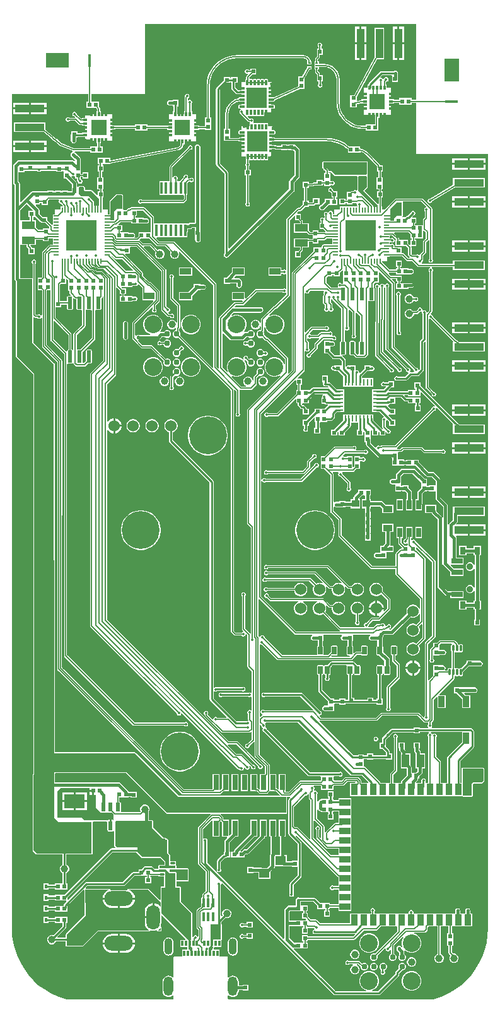
<source format=gtl>
G04*
G04 #@! TF.GenerationSoftware,Altium Limited,Altium Designer,23.0.1 (38)*
G04*
G04 Layer_Physical_Order=1*
G04 Layer_Color=255*
%FSLAX44Y44*%
%MOMM*%
G71*
G04*
G04 #@! TF.SameCoordinates,77CF4A85-A4DF-4617-8075-9ADA2F4333ED*
G04*
G04*
G04 #@! TF.FilePolarity,Positive*
G04*
G01*
G75*
%ADD12C,0.1524*%
%ADD13C,0.1270*%
%ADD14C,0.2540*%
%ADD19C,0.2032*%
%ADD20R,0.6000X0.5400*%
%ADD21R,0.5500X0.5500*%
G04:AMPARAMS|DCode=22|XSize=0.76mm|YSize=0.26mm|CornerRadius=0.0325mm|HoleSize=0mm|Usage=FLASHONLY|Rotation=90.000|XOffset=0mm|YOffset=0mm|HoleType=Round|Shape=RoundedRectangle|*
%AMROUNDEDRECTD22*
21,1,0.7600,0.1950,0,0,90.0*
21,1,0.6950,0.2600,0,0,90.0*
1,1,0.0650,0.0975,0.3475*
1,1,0.0650,0.0975,-0.3475*
1,1,0.0650,-0.0975,-0.3475*
1,1,0.0650,-0.0975,0.3475*
%
%ADD22ROUNDEDRECTD22*%
G04:AMPARAMS|DCode=23|XSize=0.76mm|YSize=0.26mm|CornerRadius=0.0325mm|HoleSize=0mm|Usage=FLASHONLY|Rotation=0.000|XOffset=0mm|YOffset=0mm|HoleType=Round|Shape=RoundedRectangle|*
%AMROUNDEDRECTD23*
21,1,0.7600,0.1950,0,0,0.0*
21,1,0.6950,0.2600,0,0,0.0*
1,1,0.0650,0.3475,-0.0975*
1,1,0.0650,-0.3475,-0.0975*
1,1,0.0650,-0.3475,0.0975*
1,1,0.0650,0.3475,0.0975*
%
%ADD23ROUNDEDRECTD23*%
%ADD25R,0.3100X0.6000*%
%ADD26R,0.6000X0.3100*%
%ADD27R,2.0500X2.0500*%
%ADD28R,2.0500X2.0500*%
%ADD29R,4.0000X1.0000*%
%ADD30R,0.5500X0.5500*%
%ADD31R,0.5400X0.6000*%
%ADD32R,1.0000X4.0000*%
%ADD33R,0.4000X1.8000*%
G04:AMPARAMS|DCode=34|XSize=0.66mm|YSize=0.32mm|CornerRadius=0.04mm|HoleSize=0mm|Usage=FLASHONLY|Rotation=0.000|XOffset=0mm|YOffset=0mm|HoleType=Round|Shape=RoundedRectangle|*
%AMROUNDEDRECTD34*
21,1,0.6600,0.2400,0,0,0.0*
21,1,0.5800,0.3200,0,0,0.0*
1,1,0.0800,0.2900,-0.1200*
1,1,0.0800,-0.2900,-0.1200*
1,1,0.0800,-0.2900,0.1200*
1,1,0.0800,0.2900,0.1200*
%
%ADD34ROUNDEDRECTD34*%
%ADD35C,1.0000*%
%ADD36R,0.4064X0.6096*%
%ADD37R,0.9000X0.9000*%
%ADD38R,0.9000X1.5000*%
%ADD39R,1.5000X0.9000*%
%ADD40R,0.3300X0.1500*%
%ADD41R,1.8000X0.4000*%
%ADD42R,0.6500X0.2200*%
%ADD43R,0.2200X0.6500*%
%ADD45R,1.0000X0.9700*%
%ADD46R,1.8000X1.0000*%
%ADD47R,1.0000X1.8000*%
%ADD48R,1.3998X1.1999*%
%ADD49R,2.7900X1.9050*%
%ADD50R,1.2500X0.8500*%
%ADD51R,0.6500X1.2500*%
G04:AMPARAMS|DCode=52|XSize=0.3mm|YSize=0.8mm|CornerRadius=0.0495mm|HoleSize=0mm|Usage=FLASHONLY|Rotation=0.000|XOffset=0mm|YOffset=0mm|HoleType=Round|Shape=RoundedRectangle|*
%AMROUNDEDRECTD52*
21,1,0.3000,0.7010,0,0,0.0*
21,1,0.2010,0.8000,0,0,0.0*
1,1,0.0990,0.1005,-0.3505*
1,1,0.0990,-0.1005,-0.3505*
1,1,0.0990,-0.1005,0.3505*
1,1,0.0990,0.1005,0.3505*
%
%ADD52ROUNDEDRECTD52*%
G04:AMPARAMS|DCode=53|XSize=1.1mm|YSize=0.6mm|CornerRadius=0.075mm|HoleSize=0mm|Usage=FLASHONLY|Rotation=90.000|XOffset=0mm|YOffset=0mm|HoleType=Round|Shape=RoundedRectangle|*
%AMROUNDEDRECTD53*
21,1,1.1000,0.4500,0,0,90.0*
21,1,0.9500,0.6000,0,0,90.0*
1,1,0.1500,0.2250,0.4750*
1,1,0.1500,0.2250,-0.4750*
1,1,0.1500,-0.2250,-0.4750*
1,1,0.1500,-0.2250,0.4750*
%
%ADD53ROUNDEDRECTD53*%
%ADD54R,0.4900X0.7000*%
%ADD55R,0.7000X0.4900*%
G04:AMPARAMS|DCode=56|XSize=1.19mm|YSize=0.4mm|CornerRadius=0.05mm|HoleSize=0mm|Usage=FLASHONLY|Rotation=270.000|XOffset=0mm|YOffset=0mm|HoleType=Round|Shape=RoundedRectangle|*
%AMROUNDEDRECTD56*
21,1,1.1900,0.3000,0,0,270.0*
21,1,1.0900,0.4000,0,0,270.0*
1,1,0.1000,-0.1500,-0.5450*
1,1,0.1000,-0.1500,0.5450*
1,1,0.1000,0.1500,0.5450*
1,1,0.1000,0.1500,-0.5450*
%
%ADD56ROUNDEDRECTD56*%
%ADD57R,0.3000X0.7000*%
%ADD58R,1.0000X0.7000*%
G04:AMPARAMS|DCode=59|XSize=1.61mm|YSize=0.58mm|CornerRadius=0.0725mm|HoleSize=0mm|Usage=FLASHONLY|Rotation=90.000|XOffset=0mm|YOffset=0mm|HoleType=Round|Shape=RoundedRectangle|*
%AMROUNDEDRECTD59*
21,1,1.6100,0.4350,0,0,90.0*
21,1,1.4650,0.5800,0,0,90.0*
1,1,0.1450,0.2175,0.7325*
1,1,0.1450,0.2175,-0.7325*
1,1,0.1450,-0.2175,-0.7325*
1,1,0.1450,-0.2175,0.7325*
%
%ADD59ROUNDEDRECTD59*%
%ADD60R,0.2600X0.8600*%
%ADD61R,0.8600X0.2600*%
G04:AMPARAMS|DCode=62|XSize=1.19mm|YSize=0.59mm|CornerRadius=0.0738mm|HoleSize=0mm|Usage=FLASHONLY|Rotation=90.000|XOffset=0mm|YOffset=0mm|HoleType=Round|Shape=RoundedRectangle|*
%AMROUNDEDRECTD62*
21,1,1.1900,0.4425,0,0,90.0*
21,1,1.0425,0.5900,0,0,90.0*
1,1,0.1475,0.2213,0.5213*
1,1,0.1475,0.2213,-0.5213*
1,1,0.1475,-0.2213,-0.5213*
1,1,0.1475,-0.2213,0.5213*
%
%ADD62ROUNDEDRECTD62*%
%ADD63R,1.3400X1.8000*%
%ADD64R,1.8000X1.3400*%
%ADD65R,0.5500X0.5700*%
%ADD66R,0.5700X0.5500*%
%ADD67R,1.5000X0.9000*%
%ADD68R,0.6000X0.5400*%
%ADD69R,0.8000X1.0000*%
%ADD70R,1.5000X0.7000*%
%ADD71R,0.6604X2.0320*%
%ADD72R,1.4000X1.6500*%
%ADD73R,0.3000X1.6000*%
%ADD134C,0.1468*%
%ADD135C,0.4572*%
%ADD136C,0.1905*%
%ADD137R,2.8000X2.8000*%
%ADD138R,0.1000X0.1000*%
%ADD139R,4.1000X4.1000*%
%ADD140C,0.7874*%
%ADD141R,3.6000X3.6000*%
%ADD142C,0.1778*%
%ADD143C,0.3810*%
%ADD144C,0.3302*%
%ADD145C,0.1313*%
%ADD146C,0.2794*%
%ADD147C,1.5240*%
%ADD148C,0.4000*%
%ADD149C,0.5000*%
%ADD150C,2.3749*%
%ADD151C,0.9906*%
%ADD152O,1.1000X2.2000*%
%ADD153O,1.3000X2.6000*%
%ADD154O,1.8000X3.3000*%
%ADD155O,3.8000X2.0000*%
%ADD156C,0.9000*%
%ADD157C,0.3500*%
%ADD158C,0.3500*%
%ADD159C,0.3000*%
%ADD160C,5.0800*%
G36*
X77500Y1255500D02*
X47500D01*
Y1274500D01*
X77500D01*
Y1255500D01*
D02*
G37*
G36*
X601500Y1237000D02*
X582500D01*
Y1267000D01*
X601500D01*
Y1237000D01*
D02*
G37*
G36*
X544000Y1313627D02*
Y1212026D01*
X538270D01*
Y1214270D01*
X530000Y1214270D01*
X529060Y1214270D01*
X521730D01*
Y1212046D01*
X514270D01*
Y1212822D01*
X510000D01*
Y1228002D01*
X504823D01*
Y1232272D01*
X503945D01*
Y1236095D01*
X504330Y1236480D01*
X504601D01*
X505711Y1236940D01*
X506560Y1237789D01*
X507020Y1238899D01*
Y1240101D01*
X506560Y1241211D01*
X505711Y1242060D01*
X504601Y1242520D01*
X503399D01*
X502289Y1242060D01*
X501440Y1241211D01*
X500980Y1240101D01*
X500978Y1240100D01*
X499710Y1239849D01*
X499560Y1240211D01*
X498711Y1241060D01*
X497601Y1241520D01*
X496800D01*
X496186Y1242702D01*
X498895Y1245410D01*
X511417D01*
X511730Y1244270D01*
X511730D01*
Y1235730D01*
X519670D01*
Y1244270D01*
X519626D01*
Y1248000D01*
X519350Y1249388D01*
X518564Y1250564D01*
X517388Y1251350D01*
X516000Y1251626D01*
X514613Y1251350D01*
X513475Y1250590D01*
X497822D01*
X496831Y1250393D01*
X495990Y1249831D01*
X480348Y1234188D01*
X479786Y1233348D01*
X479589Y1232357D01*
Y1232272D01*
X479178D01*
Y1228002D01*
X474029D01*
Y1212822D01*
X470966D01*
Y1211183D01*
X465518Y1210278D01*
X464270Y1211358D01*
Y1215673D01*
X491969Y1266510D01*
X501270D01*
Y1309050D01*
X488730D01*
Y1269107D01*
X461031Y1218270D01*
X455730D01*
X455730Y1210000D01*
X455730Y1209060D01*
Y1201730D01*
X464270D01*
Y1205928D01*
X470891Y1207028D01*
X472135Y1207162D01*
Y1207162D01*
X472759Y1207172D01*
X474029Y1206201D01*
Y1192002D01*
X489180D01*
Y1187732D01*
X489180D01*
X489238Y1187675D01*
X489226Y1179270D01*
X485000Y1179270D01*
X484060Y1179270D01*
X476730D01*
Y1177043D01*
X472392D01*
X472366Y1177038D01*
X467565Y1177416D01*
X462857Y1178546D01*
X458384Y1180399D01*
X454255Y1182929D01*
X450574Y1186074D01*
X447429Y1189755D01*
X444899Y1193884D01*
X443046Y1198357D01*
X441916Y1203065D01*
X441538Y1207866D01*
X441543Y1207892D01*
Y1239000D01*
X441606D01*
X441385Y1241254D01*
X441400Y1241334D01*
X441353Y1241573D01*
X441198Y1243147D01*
X439988Y1247134D01*
X438024Y1250809D01*
X435381Y1254031D01*
X432159Y1256674D01*
X428484Y1258638D01*
X424497Y1259848D01*
X420350Y1260256D01*
Y1260193D01*
X413470D01*
Y1263670D01*
X412492D01*
Y1266040D01*
X414308Y1267857D01*
X414308Y1267857D01*
X414729Y1268487D01*
X414877Y1269230D01*
Y1271880D01*
X418970D01*
Y1280420D01*
X416942D01*
Y1283121D01*
X417560Y1283739D01*
X418020Y1284849D01*
Y1286051D01*
X417560Y1287161D01*
X416711Y1288010D01*
X415601Y1288470D01*
X414399D01*
X413289Y1288010D01*
X412440Y1287161D01*
X411980Y1286051D01*
Y1284849D01*
X412440Y1283739D01*
X413058Y1283121D01*
Y1280420D01*
X411030D01*
Y1274273D01*
X410993Y1274085D01*
Y1270034D01*
X409177Y1268218D01*
X408755Y1267588D01*
X408608Y1266845D01*
Y1263670D01*
X407630D01*
Y1252630D01*
X408608D01*
Y1249455D01*
X408755Y1248712D01*
X409177Y1248082D01*
X410993Y1246265D01*
Y1243215D01*
X411030Y1243027D01*
Y1236880D01*
X413258D01*
Y1233979D01*
X412640Y1233361D01*
X412180Y1232251D01*
Y1231049D01*
X412640Y1229939D01*
X413489Y1229090D01*
X414599Y1228630D01*
X415801D01*
X416911Y1229090D01*
X417760Y1229939D01*
X418220Y1231049D01*
Y1232251D01*
X417760Y1233361D01*
X417142Y1233979D01*
Y1236880D01*
X418970D01*
Y1245420D01*
X414877D01*
Y1247070D01*
X414729Y1247813D01*
X414308Y1248444D01*
X414308Y1248444D01*
X412492Y1250260D01*
Y1252630D01*
X413470D01*
Y1256107D01*
X420350D01*
Y1256101D01*
X423686Y1255773D01*
X426894Y1254799D01*
X429851Y1253219D01*
X432442Y1251092D01*
X434569Y1248501D01*
X436149Y1245544D01*
X437123Y1242336D01*
X437451Y1239000D01*
X437457D01*
Y1207892D01*
X437388D01*
X437819Y1202417D01*
X439101Y1197076D01*
X441203Y1192001D01*
X444073Y1187317D01*
X447641Y1183141D01*
X451817Y1179573D01*
X456501Y1176703D01*
X461576Y1174601D01*
X466917Y1173319D01*
X472392Y1172888D01*
Y1172957D01*
X476730D01*
Y1170730D01*
X485000Y1170730D01*
X485940Y1170730D01*
X493270D01*
Y1177067D01*
X493309Y1177263D01*
X493324Y1187732D01*
X494820D01*
Y1192002D01*
X510000D01*
Y1207182D01*
X514270D01*
Y1207959D01*
X521730D01*
Y1205730D01*
X530000Y1205730D01*
X530940Y1205730D01*
X538270D01*
Y1207940D01*
X544000D01*
Y1139000D01*
X640620D01*
Y100063D01*
X640711Y99844D01*
X640247Y90393D01*
X638826Y80816D01*
X636474Y71424D01*
X633212Y62309D01*
X629072Y53556D01*
X624095Y45252D01*
X618327Y37475D01*
X611825Y30301D01*
X604652Y23800D01*
X596875Y18032D01*
X588571Y13055D01*
X579818Y8915D01*
X570703Y5653D01*
X566322Y4556D01*
X292640Y4529D01*
X291375Y5799D01*
Y9795D01*
X292645Y10226D01*
X292658Y10208D01*
X294282Y8963D01*
X296172Y8180D01*
X298200Y7913D01*
X300228Y8180D01*
X302118Y8963D01*
X303742Y10208D01*
X304987Y11831D01*
X305770Y13722D01*
X306037Y15750D01*
Y17263D01*
X310980D01*
Y16480D01*
X319020D01*
Y24520D01*
X310980D01*
Y23737D01*
X306037D01*
Y28750D01*
X305770Y30778D01*
X304987Y32668D01*
X303742Y34292D01*
X302118Y35537D01*
X300228Y36320D01*
X298200Y36587D01*
X296172Y36320D01*
X294282Y35537D01*
X292658Y34292D01*
X292645Y34274D01*
X291375Y34705D01*
Y61050D01*
X290972Y62022D01*
X290000Y62425D01*
X280270D01*
Y71720D01*
X272896D01*
X272375Y72500D01*
Y73049D01*
X272520Y73399D01*
Y74601D01*
X273655Y75180D01*
X282770D01*
Y75770D01*
D01*
Y84444D01*
X282972Y84528D01*
X283375Y85500D01*
Y90875D01*
Y105500D01*
X282972Y106472D01*
X282273Y106761D01*
Y108611D01*
X287791Y114128D01*
X288753Y113730D01*
X291247D01*
X293552Y114685D01*
X295315Y116448D01*
X296270Y118753D01*
Y121247D01*
X295315Y123552D01*
X293552Y125315D01*
X291247Y126270D01*
X288753D01*
X286448Y125315D01*
X284685Y123552D01*
X283730Y121247D01*
Y118753D01*
X284128Y117791D01*
X283263Y116925D01*
X282090Y117412D01*
Y158220D01*
X282171Y158301D01*
X282630Y159411D01*
Y160048D01*
X283900Y160574D01*
X433150Y11324D01*
X433990Y10763D01*
X434981Y10566D01*
X494019D01*
X495010Y10763D01*
X495850Y11324D01*
X520822Y36297D01*
X521384Y37137D01*
X521581Y38128D01*
Y39725D01*
X525299Y43443D01*
X526436D01*
X528349Y44236D01*
X529814Y45700D01*
X530607Y47614D01*
Y49686D01*
X529814Y51599D01*
X528349Y53064D01*
X526436Y53857D01*
X524364D01*
X522450Y53064D01*
X520986Y51599D01*
X520193Y49686D01*
Y47614D01*
X520765Y46234D01*
X517160Y42629D01*
X516599Y41789D01*
X516401Y40798D01*
Y39201D01*
X492946Y15745D01*
X484937D01*
X484770Y17015D01*
X486024Y17351D01*
X489021Y19082D01*
X491468Y21529D01*
X493199Y24526D01*
X494095Y27870D01*
Y31330D01*
X493199Y34674D01*
X491468Y37671D01*
X489021Y40118D01*
X486024Y41849D01*
X482681Y42744D01*
X479220D01*
X475876Y41849D01*
X472879Y40118D01*
X470432Y37671D01*
X468701Y34674D01*
X467805Y31330D01*
Y27870D01*
X468701Y24526D01*
X470432Y21529D01*
X472879Y19082D01*
X475876Y17351D01*
X477130Y17015D01*
X476963Y15745D01*
X436054D01*
X379695Y72104D01*
X380221Y73374D01*
X381980D01*
Y72980D01*
X389710D01*
X390020Y72980D01*
X390980D01*
X391290Y72980D01*
X399020D01*
Y81020D01*
X397266D01*
Y82980D01*
X399020D01*
Y84734D01*
X460792D01*
X461659Y84906D01*
X462394Y85398D01*
X474051Y97055D01*
X490496D01*
X491364Y97227D01*
X492099Y97719D01*
X497110Y102730D01*
X504860D01*
X504970Y102730D01*
X506130D01*
X506240Y102730D01*
X517518D01*
X517670Y102730D01*
X518788Y102362D01*
Y95951D01*
X489084Y66247D01*
X488336Y66557D01*
X486264D01*
X484351Y65764D01*
X482886Y64300D01*
X482093Y62386D01*
Y60314D01*
X482886Y58401D01*
X484351Y56936D01*
X486264Y56143D01*
X488336D01*
X490249Y56936D01*
X491714Y58401D01*
X492507Y60314D01*
Y62386D01*
X492197Y63134D01*
X502243Y73180D01*
X503480Y72621D01*
Y71899D01*
X503940Y70789D01*
X504789Y69940D01*
X505899Y69480D01*
X507101D01*
X508211Y69940D01*
X509060Y70789D01*
X509164Y71040D01*
X510434Y70787D01*
Y66047D01*
X509751Y65764D01*
X508286Y64300D01*
X507493Y62386D01*
Y60314D01*
X508286Y58401D01*
X509751Y56936D01*
X511664Y56143D01*
X513736D01*
X515649Y56936D01*
X517114Y58401D01*
X517907Y60314D01*
Y62386D01*
X517114Y64300D01*
X515649Y65764D01*
X514966Y66047D01*
Y71615D01*
X515009Y71828D01*
Y77304D01*
X526033Y88328D01*
X527049Y87549D01*
X525851Y85474D01*
X524955Y82130D01*
Y78670D01*
X525696Y75907D01*
X524523Y75376D01*
X524064Y76064D01*
X522887Y76850D01*
X521500Y77126D01*
X520112Y76850D01*
X518936Y76064D01*
X518150Y74887D01*
X517874Y73500D01*
Y72307D01*
X517874Y72307D01*
X518150Y70920D01*
X518936Y69743D01*
X521143Y67537D01*
Y64456D01*
X520986Y64300D01*
X520193Y62386D01*
Y60314D01*
X520986Y58401D01*
X522450Y56936D01*
X524364Y56143D01*
X526436D01*
X528349Y56936D01*
X529814Y58401D01*
X530607Y60314D01*
Y62386D01*
X529814Y64300D01*
X528394Y65720D01*
Y69039D01*
X528224Y69890D01*
X529395Y70516D01*
X530029Y69882D01*
X533026Y68151D01*
X536370Y67256D01*
X539831D01*
X543174Y68151D01*
X546171Y69882D01*
X548618Y72329D01*
X550349Y75326D01*
X551245Y78670D01*
Y82130D01*
X550349Y85474D01*
X548618Y88471D01*
X546171Y90918D01*
X543174Y92649D01*
X541896Y92991D01*
X542063Y94261D01*
X555221D01*
X556088Y94433D01*
X556823Y94925D01*
X559055Y97156D01*
X559546Y97892D01*
X559719Y98759D01*
Y101632D01*
X560816Y102730D01*
X568360D01*
X568470Y102730D01*
X569630D01*
X569740Y102730D01*
X572734D01*
Y65848D01*
X571448Y65315D01*
X569685Y63552D01*
X568730Y61247D01*
Y58753D01*
X569685Y56448D01*
X571448Y54685D01*
X573753Y53730D01*
X576247D01*
X578552Y54685D01*
X580315Y56448D01*
X581270Y58753D01*
Y61247D01*
X580315Y63552D01*
X578552Y65315D01*
X577266Y65848D01*
Y102730D01*
X581060D01*
X581170Y102730D01*
X582330D01*
X582440Y102730D01*
X587734D01*
Y93520D01*
X585980D01*
Y85790D01*
X585980Y85480D01*
Y84520D01*
X585980Y84210D01*
Y76480D01*
X587734D01*
Y67190D01*
X587906Y66323D01*
X588398Y65588D01*
X590059Y63927D01*
X589685Y63552D01*
X588730Y61247D01*
Y58753D01*
X589685Y56448D01*
X591448Y54685D01*
X593753Y53730D01*
X596247D01*
X598552Y54685D01*
X600315Y56448D01*
X601270Y58753D01*
Y61247D01*
X600315Y63552D01*
X598552Y65315D01*
X596247Y66270D01*
X594125D01*
X592266Y68129D01*
Y76480D01*
X594020D01*
Y84210D01*
X594020Y84520D01*
Y85480D01*
X594020Y85790D01*
Y93520D01*
X592266D01*
Y102730D01*
X593760D01*
X593870Y102730D01*
X595030D01*
X595140Y102730D01*
X606460D01*
X606570Y102730D01*
X607730D01*
X607840Y102730D01*
X619270D01*
Y120270D01*
X616737D01*
Y124000D01*
X616491Y125239D01*
X615789Y126289D01*
X614739Y126991D01*
X613500Y127237D01*
X612261Y126991D01*
X611211Y126289D01*
X610509Y125239D01*
X610263Y124000D01*
Y120270D01*
X607840D01*
X607730Y120270D01*
X606570D01*
X606460Y120270D01*
X603237D01*
Y124000D01*
X602991Y125239D01*
X602289Y126289D01*
X601239Y126991D01*
X600000Y127237D01*
X598761Y126991D01*
X597711Y126289D01*
X597009Y125239D01*
X596763Y124000D01*
Y120270D01*
X595140D01*
X595030Y120270D01*
X593870D01*
X593760Y120270D01*
X582440D01*
X582330Y120270D01*
X581170D01*
X581060Y120270D01*
X569740D01*
X569630Y120270D01*
X568470D01*
X568360Y120270D01*
X557040D01*
X556930Y120270D01*
Y120270D01*
X555770D01*
Y120270D01*
X544340D01*
X544230Y120270D01*
Y120270D01*
X543070D01*
Y120270D01*
X541155D01*
X540520Y121220D01*
Y122422D01*
X540060Y123532D01*
X539211Y124381D01*
X538101Y124841D01*
X536899D01*
X535789Y124381D01*
X534940Y123532D01*
X534480Y122422D01*
Y121220D01*
X533845Y120270D01*
X531530D01*
Y120270D01*
X530370D01*
Y120270D01*
X518940D01*
X518830Y120270D01*
X517670D01*
X517560Y120270D01*
X506240D01*
X506130Y120270D01*
X504970D01*
X504860Y120270D01*
X493540D01*
X493430Y120270D01*
Y120270D01*
X492270D01*
Y120270D01*
X488266D01*
Y122495D01*
X488560Y122789D01*
X489020Y123899D01*
Y125101D01*
X488560Y126211D01*
X487711Y127060D01*
X486601Y127520D01*
X485399D01*
X484289Y127060D01*
X483440Y126211D01*
X482980Y125101D01*
Y123899D01*
X483440Y122789D01*
X483734Y122495D01*
Y120270D01*
X480840D01*
X480730Y120270D01*
X479570D01*
X479460Y120270D01*
X468140D01*
X468030Y120270D01*
Y120270D01*
X466870D01*
Y120270D01*
X455330D01*
Y107219D01*
X415569D01*
X411391Y111396D01*
X410656Y111888D01*
X409789Y112060D01*
X403145D01*
X399020Y116185D01*
Y121020D01*
X397266D01*
Y122980D01*
X399020D01*
Y131020D01*
X391290D01*
X390980Y131020D01*
X390020D01*
X389518Y131522D01*
Y135910D01*
X405927D01*
X411480Y130358D01*
Y125980D01*
X419210D01*
X419520Y125980D01*
X420480D01*
X420790Y125980D01*
X422234D01*
Y124020D01*
X420480D01*
Y115980D01*
X428520D01*
Y124020D01*
X426766D01*
Y125980D01*
X428520D01*
Y127734D01*
X439830D01*
Y123380D01*
X457370D01*
Y134810D01*
X457370Y134920D01*
Y136080D01*
X457370Y136190D01*
Y147510D01*
X457370Y147620D01*
Y148780D01*
X457370Y148890D01*
Y160210D01*
X457370Y160320D01*
Y161480D01*
X457370Y161590D01*
Y172910D01*
X457370Y173020D01*
X457370D01*
Y174180D01*
X457370D01*
Y185610D01*
X457370Y185720D01*
Y186880D01*
X457370Y186990D01*
Y198310D01*
X457370Y198420D01*
Y199580D01*
X457370Y199690D01*
Y211010D01*
X457370Y211120D01*
X457370D01*
Y212280D01*
X457370D01*
Y223820D01*
X457370D01*
Y224980D01*
X457370D01*
Y236520D01*
X457370D01*
Y237680D01*
X457370D01*
Y249110D01*
X457370Y249220D01*
Y250380D01*
X457370Y250490D01*
Y261810D01*
X457370Y261920D01*
Y263080D01*
X457370Y263190D01*
Y274620D01*
X439830D01*
Y272590D01*
X433520D01*
Y274020D01*
X432090D01*
Y275980D01*
X433520D01*
Y284020D01*
X425480D01*
Y275980D01*
X426408D01*
X426702Y274710D01*
X426160Y274168D01*
X425640Y274020D01*
X424520D01*
X424210Y274020D01*
X416480D01*
Y273118D01*
X415312Y272886D01*
X414136Y272100D01*
X414136Y272100D01*
X412936Y270900D01*
X412638Y270454D01*
X411368Y270839D01*
Y280097D01*
X411560Y280289D01*
X412020Y281399D01*
Y282601D01*
X411560Y283711D01*
X410711Y284560D01*
X409601Y285020D01*
X408399D01*
X408296Y284977D01*
X406941Y285665D01*
X406844Y286084D01*
X406928Y286482D01*
X407060Y286614D01*
X407520Y287724D01*
Y288926D01*
X407060Y290036D01*
X406622Y290474D01*
X407148Y291744D01*
X416054D01*
X416480Y291318D01*
Y285980D01*
X424210D01*
X424520Y285980D01*
X425480D01*
X425790Y285980D01*
X433520D01*
Y291318D01*
X433946Y291744D01*
X445908D01*
X446659Y291894D01*
X447297Y292319D01*
X451609Y296632D01*
X462591D01*
X462658Y296540D01*
X462009Y295270D01*
X455330D01*
Y277730D01*
X466870D01*
Y277730D01*
X468030D01*
Y277730D01*
X479460D01*
X479570Y277730D01*
X480730D01*
X480840Y277730D01*
X492270D01*
Y277730D01*
X493430D01*
Y277730D01*
X504860D01*
X504970Y277730D01*
X506130D01*
X506240Y277730D01*
X517560D01*
X517670Y277730D01*
X518830D01*
X518940Y277730D01*
X530260D01*
X530370Y277730D01*
Y277730D01*
X531530D01*
Y277730D01*
X542960D01*
X543070Y277730D01*
X544230D01*
X544340Y277730D01*
X555660D01*
X555770Y277730D01*
X556930D01*
X557040Y277730D01*
X568360D01*
X568470Y277730D01*
X569630D01*
X569740Y277730D01*
X581060D01*
X581170Y277730D01*
X582330D01*
X582440Y277730D01*
X593870D01*
Y277730D01*
X595030D01*
Y277730D01*
X606326D01*
X607028Y277028D01*
X608000Y276625D01*
X608000Y276625D01*
X618500D01*
X618500Y276625D01*
X619472Y277028D01*
X619472Y277028D01*
X619972Y277528D01*
X620375Y278500D01*
X620375Y278500D01*
Y293431D01*
X621569Y294625D01*
X632500D01*
X633472Y295028D01*
X633472Y295028D01*
X635472Y297028D01*
X635875Y298000D01*
X635875Y298000D01*
Y314000D01*
X635875Y314000D01*
X635472Y314972D01*
X635472Y314972D01*
X634972Y315472D01*
X634000Y315875D01*
X634000Y315875D01*
X606500D01*
X605528Y315472D01*
X605125Y314500D01*
Y295270D01*
X603390D01*
Y324590D01*
X606500Y327701D01*
X608299Y329500D01*
X621101Y342302D01*
X621663Y343142D01*
X621860Y344133D01*
Y364355D01*
X621663Y365345D01*
X621101Y366186D01*
X619186Y368101D01*
X618345Y368663D01*
X617355Y368860D01*
X565597D01*
X565060Y370119D01*
X565520Y371229D01*
Y372431D01*
X565060Y373541D01*
X565031Y373570D01*
Y376540D01*
X566895Y378404D01*
X567372Y379118D01*
X567539Y379961D01*
Y406512D01*
X571557Y410529D01*
X572730Y410043D01*
Y395730D01*
X584270D01*
Y413270D01*
X575957D01*
X575471Y414443D01*
X594945Y433918D01*
X595423Y434632D01*
X595590Y435475D01*
Y438383D01*
X596678Y439071D01*
X597306Y438833D01*
X597995Y438695D01*
X600005D01*
X600694Y438833D01*
X601500Y439138D01*
X602306Y438833D01*
X602995Y438695D01*
X605005D01*
X605694Y438833D01*
X606278Y439223D01*
X606668Y439806D01*
X606805Y440495D01*
Y443887D01*
X614578Y451660D01*
X616086D01*
X616086Y451660D01*
X616436Y451730D01*
X620770D01*
Y451874D01*
X630000D01*
X631387Y452150D01*
X632564Y452936D01*
X633350Y454113D01*
X633626Y455500D01*
X633350Y456888D01*
X632564Y458064D01*
X631387Y458850D01*
X630000Y459126D01*
X620770D01*
Y459670D01*
X612230D01*
Y458141D01*
X611794Y457850D01*
X611008Y456674D01*
X610787Y455561D01*
X604531Y449305D01*
X602995D01*
X602306Y449168D01*
X601500Y448862D01*
X600694Y449168D01*
X600005Y449305D01*
X597995D01*
X597471Y449200D01*
X597074Y449334D01*
X596201Y449957D01*
Y470043D01*
X597074Y470666D01*
X597471Y470800D01*
X597995Y470695D01*
X600005D01*
X600694Y470832D01*
X601500Y471138D01*
X602306Y470832D01*
X602995Y470695D01*
X605005D01*
X605694Y470832D01*
X606278Y471223D01*
X606668Y471806D01*
X606805Y472495D01*
Y479505D01*
X606668Y480194D01*
X606278Y480778D01*
X605694Y481168D01*
X605005Y481305D01*
X602995D01*
X602306Y481168D01*
X601687Y480933D01*
X600529Y481559D01*
X600423Y482092D01*
X599945Y482807D01*
X596696Y486057D01*
X595981Y486534D01*
X595139Y486701D01*
X576500D01*
X575658Y486534D01*
X574943Y486057D01*
X572407Y483520D01*
X567480D01*
Y478593D01*
X567146Y478259D01*
X566711Y478173D01*
X565997Y477696D01*
X563443Y475142D01*
X562966Y474428D01*
X562799Y473586D01*
Y461545D01*
X562797Y461544D01*
X562338Y460434D01*
Y459232D01*
X562797Y458123D01*
X563647Y457273D01*
X564757Y456813D01*
X565958D01*
X567068Y457273D01*
X567918Y458123D01*
X568378Y459232D01*
Y460434D01*
X567918Y461544D01*
X567201Y462261D01*
Y465326D01*
X567480Y466480D01*
X575520D01*
Y466874D01*
X581000D01*
X581000Y466874D01*
X582388Y467150D01*
X583564Y467936D01*
X584350Y469113D01*
X584626Y470500D01*
X584350Y471888D01*
X583564Y473064D01*
X582388Y473850D01*
X581000Y474126D01*
X581000Y474126D01*
X576627D01*
X575520Y474520D01*
Y475480D01*
X575520D01*
X575520Y475790D01*
Y480407D01*
X577412Y482299D01*
X591887D01*
X592010Y481969D01*
X592098Y481029D01*
X591722Y480778D01*
X591332Y480194D01*
X591195Y479505D01*
Y472495D01*
X591332Y471806D01*
X591722Y471223D01*
X591799Y471172D01*
Y449957D01*
X590927Y449334D01*
X590529Y449200D01*
X590005Y449305D01*
X587995D01*
X587306Y449168D01*
X586722Y448778D01*
X586332Y448194D01*
X586195Y447505D01*
Y445942D01*
X583311D01*
X583083Y446245D01*
X582748Y447212D01*
X583350Y448112D01*
X583626Y449500D01*
X583350Y450887D01*
X582564Y452064D01*
X581387Y452850D01*
X580000Y453126D01*
X580000Y453126D01*
X575520D01*
Y453520D01*
X567480D01*
Y445480D01*
X567480Y445480D01*
Y444520D01*
X567480D01*
X567480Y444210D01*
Y439227D01*
X561552Y433298D01*
X561536Y433275D01*
X560266Y433661D01*
Y481061D01*
X569602Y490398D01*
X570094Y491133D01*
X570266Y492000D01*
Y592000D01*
X570094Y592867D01*
X569602Y593602D01*
X544020Y619185D01*
Y619601D01*
X543560Y620711D01*
X542711Y621560D01*
X541601Y622020D01*
X540399D01*
X539289Y621560D01*
X538471Y620742D01*
X538298Y620748D01*
X537201Y621039D01*
Y623730D01*
X539520D01*
Y638770D01*
X530480D01*
Y629102D01*
X530438Y628889D01*
Y623517D01*
X529441Y622520D01*
X529399D01*
X528289Y622060D01*
X527440Y621211D01*
X526980Y620101D01*
Y618899D01*
X527440Y617789D01*
X528289Y616940D01*
X529399Y616480D01*
X530601D01*
X531529Y616864D01*
X532273Y616574D01*
X532799Y616232D01*
Y614500D01*
X531699Y613520D01*
X529093D01*
X524501Y618112D01*
Y623730D01*
X526820D01*
Y638770D01*
X517780D01*
Y623730D01*
X520099D01*
Y617200D01*
X520266Y616358D01*
X520743Y615644D01*
X525277Y611110D01*
X524751Y609840D01*
X523815D01*
X522972Y609673D01*
X522258Y609196D01*
X517264Y604202D01*
X516787Y603488D01*
X516620Y602645D01*
Y586701D01*
X485412D01*
X444201Y627912D01*
Y648821D01*
X444034Y649663D01*
X443557Y650378D01*
X433522Y660412D01*
Y665185D01*
X434792Y665864D01*
X435112Y665650D01*
X436500Y665374D01*
X440730D01*
Y665330D01*
X449270D01*
Y665674D01*
X456380D01*
Y663880D01*
X468920D01*
Y676120D01*
X468544D01*
X468018Y677390D01*
X471608Y680980D01*
X474140D01*
X474520Y680980D01*
X475410Y680079D01*
Y676120D01*
X471080D01*
Y663880D01*
X475260D01*
Y625414D01*
X475260Y625414D01*
X475330Y625064D01*
Y620730D01*
X483270D01*
Y629270D01*
X482512D01*
Y630730D01*
X483270D01*
Y639270D01*
X482512D01*
Y640730D01*
X483270D01*
Y649270D01*
X482512D01*
Y650730D01*
X483270D01*
Y659270D01*
X482512D01*
Y663880D01*
X483620D01*
Y666374D01*
X495448D01*
X498730Y663093D01*
Y657180D01*
X513770D01*
Y668220D01*
X503857D01*
X499514Y672564D01*
X498338Y673350D01*
X496950Y673626D01*
X496950Y673626D01*
X483620D01*
Y676120D01*
X482662D01*
Y680980D01*
X483520D01*
Y689020D01*
X475790D01*
X475480Y689020D01*
X474520D01*
X474210Y689020D01*
X466480D01*
Y686107D01*
X461044Y680672D01*
X460258Y679495D01*
X459982Y678108D01*
X459982Y678108D01*
Y676120D01*
X456380D01*
Y672926D01*
X449270D01*
Y673270D01*
X440730D01*
Y672626D01*
X436500D01*
X435112Y672350D01*
X434792Y672136D01*
X433522Y672815D01*
Y709179D01*
X433355Y710021D01*
X432878Y710735D01*
X432127Y711486D01*
X432613Y712660D01*
X439593D01*
X440119Y711390D01*
X439940Y711211D01*
X439480Y710101D01*
Y708899D01*
X439940Y707789D01*
X440789Y706940D01*
X441899Y706480D01*
X442407D01*
X451799Y697088D01*
Y691570D01*
X451440Y691211D01*
X450980Y690101D01*
Y688899D01*
X451440Y687789D01*
X452289Y686940D01*
X453399Y686480D01*
X454601D01*
X455711Y686940D01*
X456560Y687789D01*
X457020Y688899D01*
Y690101D01*
X456560Y691211D01*
X456201Y691570D01*
Y698000D01*
X456034Y698842D01*
X455557Y699557D01*
X445520Y709593D01*
Y710101D01*
X445060Y711211D01*
X444881Y711390D01*
X445407Y712660D01*
X459361D01*
X460203Y712827D01*
X460918Y713304D01*
X464093Y716480D01*
X469020D01*
Y724210D01*
X469020Y724520D01*
Y725480D01*
X469020Y725790D01*
Y727299D01*
X471430D01*
X471789Y726940D01*
X472899Y726480D01*
X474101D01*
X475211Y726940D01*
X476060Y727789D01*
X476520Y728899D01*
Y730101D01*
X476060Y731211D01*
X475211Y732060D01*
X474101Y732520D01*
X472899D01*
X471789Y732060D01*
X471430Y731701D01*
X469020D01*
Y733520D01*
X460980D01*
Y725790D01*
X460980Y725480D01*
Y724520D01*
X460980Y724210D01*
Y719679D01*
X460181Y719030D01*
X459020Y719533D01*
Y724210D01*
X459020Y724520D01*
Y725480D01*
X459020Y725790D01*
Y733520D01*
X450980D01*
Y732896D01*
X448006D01*
X447647Y733255D01*
X446537Y733715D01*
X446257D01*
X445731Y734985D01*
X448304Y737558D01*
X474171D01*
X474789Y736940D01*
X475899Y736480D01*
X477101D01*
X478211Y736940D01*
X479060Y737789D01*
X479520Y738899D01*
Y740101D01*
X479060Y741211D01*
X478211Y742060D01*
X477101Y742520D01*
X475899D01*
X474789Y742060D01*
X474171Y741442D01*
X463859D01*
X463333Y742712D01*
X463485Y742864D01*
X463945Y743974D01*
Y745176D01*
X463485Y746286D01*
X462636Y747135D01*
X461526Y747595D01*
X460324D01*
X459214Y747135D01*
X458596Y746517D01*
X435075D01*
X434332Y746369D01*
X433702Y745948D01*
X433702Y745948D01*
X421273Y733520D01*
X415980D01*
Y725790D01*
X415980Y725480D01*
Y724520D01*
X415980Y724210D01*
Y716480D01*
X420907D01*
X424082Y713304D01*
X424082Y713304D01*
X429120Y708267D01*
Y659500D01*
X429287Y658658D01*
X429764Y657943D01*
X439799Y647909D01*
Y627000D01*
X439966Y626158D01*
X440443Y625443D01*
X482943Y582943D01*
X483658Y582466D01*
X484500Y582299D01*
X516620D01*
Y575742D01*
X516787Y574900D01*
X517264Y574186D01*
X549608Y541843D01*
Y529199D01*
X548338Y529032D01*
X548284Y529231D01*
X547114Y531259D01*
X545459Y532914D01*
X543431Y534084D01*
X541170Y534690D01*
X538830D01*
X536569Y534084D01*
X534541Y532914D01*
X532886Y531259D01*
X531716Y529231D01*
X531110Y526970D01*
Y524630D01*
X531658Y522585D01*
X510105Y501032D01*
X508350D01*
X507718Y502302D01*
X507852Y502480D01*
X508101D01*
X509211Y502940D01*
X510060Y503789D01*
X510520Y504899D01*
Y506101D01*
X510060Y507211D01*
X509211Y508060D01*
X508101Y508520D01*
X506899D01*
X505789Y508060D01*
X504940Y507211D01*
X504566Y506308D01*
X503591Y505867D01*
X502520Y506604D01*
Y507367D01*
X502060Y508477D01*
X501211Y509326D01*
X500101Y509786D01*
X498899D01*
X497789Y509326D01*
X497277Y508814D01*
X491435Y508395D01*
X491096Y508302D01*
X490750Y508233D01*
X490684Y508189D01*
X490607Y508168D01*
X490329Y507952D01*
X490036Y507756D01*
X486580Y504300D01*
X480400D01*
X479870Y505567D01*
X480330Y506677D01*
Y507185D01*
X485944Y512799D01*
X494000D01*
X494842Y512966D01*
X495557Y513443D01*
X509057Y526943D01*
X509534Y527658D01*
X509701Y528500D01*
Y541500D01*
X509534Y542342D01*
X509057Y543057D01*
X499393Y552720D01*
X499690Y553830D01*
Y556170D01*
X499084Y558431D01*
X497914Y560459D01*
X496259Y562114D01*
X494231Y563284D01*
X491970Y563890D01*
X489630D01*
X487369Y563284D01*
X485341Y562114D01*
X483686Y560459D01*
X482516Y558431D01*
X481910Y556170D01*
Y553830D01*
X482516Y551569D01*
X483686Y549541D01*
X485341Y547886D01*
X487369Y546716D01*
X489630Y546110D01*
X491970D01*
X494231Y546716D01*
X496259Y547886D01*
X497130Y548757D01*
X505299Y540588D01*
Y529412D01*
X501589Y525702D01*
X500450Y526359D01*
X500960Y528262D01*
Y528330D01*
X492070D01*
Y519440D01*
X492138D01*
X494041Y519950D01*
X494698Y518811D01*
X493088Y517201D01*
X485032D01*
X484190Y517034D01*
X483476Y516557D01*
X477217Y510298D01*
X476710D01*
X475600Y509838D01*
X474750Y508989D01*
X474290Y507879D01*
Y506677D01*
X474750Y505567D01*
X474221Y504300D01*
X443013D01*
X422247Y525066D01*
X422884Y526169D01*
X423490Y528430D01*
Y530770D01*
X422884Y533031D01*
X422771Y533227D01*
X423787Y534007D01*
X426895Y530900D01*
X427525Y530479D01*
X428268Y530331D01*
X431110D01*
Y528430D01*
X431716Y526169D01*
X432886Y524141D01*
X434541Y522486D01*
X436569Y521316D01*
X438830Y520710D01*
X441170D01*
X443431Y521316D01*
X445459Y522486D01*
X447114Y524141D01*
X448284Y526169D01*
X448890Y528430D01*
Y530770D01*
X448284Y533031D01*
X447114Y535059D01*
X445459Y536714D01*
X443431Y537884D01*
X441170Y538490D01*
X438830D01*
X436569Y537884D01*
X434541Y536714D01*
X432886Y535059D01*
X432399Y534215D01*
X429073D01*
X420760Y542528D01*
X420130Y542949D01*
X419386Y543097D01*
X349650D01*
X346520Y546227D01*
Y547231D01*
X346060Y548341D01*
X345211Y549190D01*
X344101Y549650D01*
X342899D01*
X341789Y549190D01*
X340940Y548341D01*
X340480Y547231D01*
Y546029D01*
X340940Y544919D01*
X341789Y544070D01*
X342899Y543610D01*
X343643D01*
X347472Y539782D01*
X348102Y539361D01*
X348845Y539213D01*
X385820D01*
X385987Y537943D01*
X385769Y537884D01*
X383741Y536714D01*
X382086Y535059D01*
X380916Y533031D01*
X380310Y530770D01*
Y528430D01*
X380916Y526169D01*
X382086Y524141D01*
X383741Y522486D01*
X385769Y521316D01*
X388030Y520710D01*
X390370D01*
X392631Y521316D01*
X394659Y522486D01*
X396314Y524141D01*
X397484Y526169D01*
X398090Y528430D01*
Y530770D01*
X397484Y533031D01*
X396314Y535059D01*
X394659Y536714D01*
X392631Y537884D01*
X392413Y537943D01*
X392580Y539213D01*
X411220D01*
X411387Y537943D01*
X411169Y537884D01*
X409141Y536714D01*
X407486Y535059D01*
X406316Y533031D01*
X405710Y530770D01*
Y528430D01*
X406316Y526169D01*
X407486Y524141D01*
X409141Y522486D01*
X411169Y521316D01*
X413430Y520710D01*
X415770D01*
X418031Y521316D01*
X419134Y521953D01*
X440545Y500542D01*
X441259Y500065D01*
X441731Y499971D01*
X441606Y498701D01*
X383412D01*
X336355Y545758D01*
Y700296D01*
X337625Y700549D01*
X337940Y699789D01*
X338789Y698940D01*
X339899Y698480D01*
X341101D01*
X342211Y698940D01*
X342570Y699299D01*
X390500D01*
X391342Y699466D01*
X392057Y699943D01*
X410593Y718480D01*
X411101D01*
X412211Y718940D01*
X413060Y719789D01*
X413520Y720899D01*
Y722101D01*
X413060Y723211D01*
X412211Y724060D01*
X411101Y724520D01*
X409899D01*
X408789Y724060D01*
X407940Y723211D01*
X407480Y722101D01*
Y721593D01*
X389588Y703701D01*
X342570D01*
X342211Y704060D01*
X341101Y704520D01*
X339899D01*
X338789Y704060D01*
X337940Y703211D01*
X337625Y702451D01*
X336355Y702704D01*
Y790242D01*
X381807Y835694D01*
X382980Y835208D01*
Y829480D01*
X384799D01*
Y822520D01*
X382980D01*
Y817593D01*
X357088Y791701D01*
X345570D01*
X345211Y792060D01*
X344101Y792520D01*
X342899D01*
X341789Y792060D01*
X340940Y791211D01*
X340480Y790101D01*
Y788899D01*
X340940Y787789D01*
X341789Y786940D01*
X342899Y786480D01*
X344101D01*
X345211Y786940D01*
X345570Y787299D01*
X358000D01*
X358842Y787466D01*
X359557Y787943D01*
X381807Y810194D01*
X382980Y809708D01*
Y804480D01*
X384910D01*
Y802976D01*
X385107Y801985D01*
X385669Y801145D01*
X388645Y798169D01*
X389485Y797607D01*
X390476Y797410D01*
X391427D01*
X391930Y796907D01*
Y794980D01*
X391980Y794730D01*
Y789480D01*
X400020D01*
Y797520D01*
X397110D01*
Y797980D01*
X396913Y798971D01*
X396351Y799811D01*
X394331Y801831D01*
X393491Y802393D01*
X392500Y802590D01*
X391930D01*
X391342Y803210D01*
X391888Y804480D01*
X392290Y804480D01*
X400020D01*
Y808857D01*
X401561Y810398D01*
X401936Y810649D01*
X403851Y812564D01*
X404102Y812939D01*
X408073Y816910D01*
X419230D01*
X419482Y815640D01*
X419289Y815560D01*
X418440Y814711D01*
X417980Y813601D01*
Y812770D01*
X416830D01*
Y804230D01*
X421128D01*
X421169Y804169D01*
X422009Y803607D01*
X423000Y803410D01*
X425452D01*
X425978Y802140D01*
X421357Y797520D01*
X417290D01*
X416980Y797520D01*
X416020D01*
X415710Y797520D01*
X407980D01*
Y794046D01*
X407689Y793851D01*
X396357Y782520D01*
X391980D01*
Y774480D01*
X393410D01*
Y771139D01*
X392980Y770101D01*
Y768899D01*
X393440Y767789D01*
X394289Y766940D01*
X395399Y766480D01*
X396601D01*
X397711Y766940D01*
X398560Y767789D01*
X399020Y768899D01*
Y770101D01*
X398590Y771139D01*
Y774480D01*
X400020D01*
Y778857D01*
X406807Y785644D01*
X407980Y785158D01*
Y779480D01*
X409160D01*
Y772020D01*
X407480D01*
Y763980D01*
X415520D01*
Y772020D01*
X414340D01*
Y778582D01*
X415238Y779480D01*
X416980Y779480D01*
X417290Y779480D01*
X425020D01*
Y780910D01*
X429524D01*
X430515Y781107D01*
X431355Y781669D01*
X434331Y784645D01*
X434893Y785485D01*
X435090Y786476D01*
Y790502D01*
X437968Y793380D01*
X442120D01*
X442370Y793430D01*
X447720D01*
Y803430D01*
Y813430D01*
Y823570D01*
X442370D01*
X442120Y823620D01*
X437968D01*
X429391Y832197D01*
X428551Y832758D01*
X427560Y832955D01*
X426926D01*
X425770Y833230D01*
Y841770D01*
X417830D01*
Y833230D01*
X419310D01*
Y831947D01*
X418980Y831150D01*
Y829948D01*
X419440Y828838D01*
X420289Y827989D01*
X421399Y827529D01*
X422601D01*
X423196Y827776D01*
X425681D01*
X426465Y826873D01*
X425712Y826090D01*
X406151D01*
X405160Y825893D01*
X404319Y825331D01*
X401290Y822302D01*
X400020Y822520D01*
Y822520D01*
X392290D01*
X391980Y822520D01*
X391020D01*
X390710Y822520D01*
X389201D01*
Y829480D01*
X391020D01*
Y837520D01*
X385292D01*
X384806Y838693D01*
X394057Y847943D01*
X394534Y848658D01*
X394701Y849500D01*
Y874232D01*
X395971Y874758D01*
X396289Y874440D01*
X397399Y873980D01*
X398601D01*
X399711Y874440D01*
X400560Y875289D01*
X401020Y876399D01*
Y877601D01*
X400560Y878711D01*
X400201Y879070D01*
Y885966D01*
X400034Y886808D01*
X399557Y887523D01*
X398022Y889057D01*
Y891411D01*
X399289Y891940D01*
X400399Y891480D01*
X401601D01*
X402711Y891940D01*
X403070Y892299D01*
X413164D01*
X413686Y892403D01*
X414394Y891314D01*
X408290Y885210D01*
X407813Y884496D01*
X407645Y883654D01*
Y879758D01*
X400368Y872481D01*
X399733Y872057D01*
X399578Y871902D01*
X399296D01*
X398186Y871442D01*
X397337Y870593D01*
X396877Y869483D01*
Y868281D01*
X397337Y867171D01*
X398186Y866322D01*
X399296Y865862D01*
X400498D01*
X401608Y866322D01*
X402457Y867171D01*
X402917Y868281D01*
Y868850D01*
X403056Y868943D01*
X411403Y877290D01*
X411880Y878004D01*
X412048Y878846D01*
Y882742D01*
X419915Y890610D01*
X431619D01*
X432289Y889940D01*
X433399Y889480D01*
X434601D01*
X435711Y889940D01*
X436560Y890789D01*
X437020Y891899D01*
Y893101D01*
X436560Y894211D01*
X435711Y895060D01*
X434601Y895520D01*
X433399D01*
X432289Y895060D01*
X431494Y896001D01*
X431378Y896279D01*
X431837Y897389D01*
Y898591D01*
X431378Y899701D01*
X430528Y900550D01*
X429418Y901010D01*
X428217D01*
X427107Y900550D01*
X426748Y900191D01*
X416654D01*
X415811Y900024D01*
X415097Y899547D01*
X412252Y896701D01*
X403070D01*
X402711Y897060D01*
X401601Y897520D01*
X401079Y898790D01*
X405588Y903299D01*
X421930D01*
X422289Y902940D01*
X423399Y902480D01*
X424601D01*
X425711Y902940D01*
X426560Y903789D01*
X427020Y904899D01*
Y906101D01*
X426560Y907211D01*
X425711Y908060D01*
X424601Y908520D01*
X423399D01*
X422289Y908060D01*
X421930Y907701D01*
X404676D01*
X403833Y907534D01*
X403119Y907057D01*
X395875Y899812D01*
X394701Y900298D01*
Y952232D01*
X395971Y952758D01*
X396289Y952440D01*
X397399Y951980D01*
X398601D01*
X399711Y952440D01*
X400560Y953289D01*
X401020Y954399D01*
Y954907D01*
X402091Y955978D01*
X419911D01*
X420440Y954711D01*
X419980Y953601D01*
Y952399D01*
X420440Y951289D01*
X420469Y951260D01*
Y951181D01*
X419980Y950692D01*
X419503Y949978D01*
X419335Y949135D01*
Y939567D01*
X419503Y938724D01*
X419980Y938010D01*
X421429Y936561D01*
Y932740D01*
X421400Y932711D01*
X420940Y931601D01*
Y930399D01*
X421400Y929289D01*
X422249Y928440D01*
X423359Y927980D01*
X424561D01*
X425671Y928440D01*
X426198Y928968D01*
X426980Y929170D01*
X427762Y928968D01*
X428289Y928440D01*
X429399Y927980D01*
X430601D01*
X431711Y928440D01*
X432560Y929289D01*
X433020Y930399D01*
Y931601D01*
X432560Y932711D01*
X431961Y933310D01*
Y937022D01*
X431788Y937889D01*
X431297Y938624D01*
X429818Y940103D01*
Y943475D01*
X431088Y944338D01*
X431561Y944180D01*
X432038Y943466D01*
X443749Y931756D01*
Y888304D01*
X442997Y888154D01*
X442337Y887713D01*
X441896Y887053D01*
X441741Y886275D01*
Y871625D01*
X441896Y870847D01*
X441997Y870695D01*
X441364Y869426D01*
X434737D01*
X429020Y875143D01*
Y879210D01*
X429020Y879520D01*
Y880480D01*
X429414Y880874D01*
X431500D01*
X432887Y881150D01*
X434064Y881936D01*
X434850Y883112D01*
X435126Y884500D01*
X434850Y885888D01*
X434064Y887064D01*
X432887Y887850D01*
X431500Y888126D01*
X429020D01*
Y888520D01*
X420980D01*
Y880790D01*
X420980Y880480D01*
Y879520D01*
X420980Y879210D01*
Y871480D01*
X425358D01*
X431833Y865005D01*
X432673Y864443D01*
X433664Y864246D01*
X441716D01*
X444186Y861776D01*
Y856525D01*
X443270Y855670D01*
X434730D01*
Y855670D01*
X433601Y855020D01*
X432399D01*
X431289Y854560D01*
X430440Y853711D01*
X429980Y852601D01*
Y851399D01*
X430440Y850289D01*
X431289Y849440D01*
X432399Y848980D01*
X433601D01*
X434730Y848073D01*
Y847730D01*
X439608D01*
X446410Y840927D01*
Y832850D01*
X446430Y832751D01*
Y827280D01*
X486570D01*
Y838420D01*
X471590D01*
Y840927D01*
X478392Y847730D01*
X483270D01*
Y847730D01*
X484399Y848480D01*
X485601D01*
X486711Y848940D01*
X487560Y849789D01*
X488020Y850899D01*
Y852101D01*
X487560Y853211D01*
X486711Y854060D01*
X485601Y854520D01*
X484399D01*
X483270Y855427D01*
Y855670D01*
X474730D01*
Y851393D01*
X468850Y845512D01*
X467580Y846039D01*
Y846601D01*
X467120Y847711D01*
X466271Y848560D01*
X465161Y849020D01*
X463959D01*
X463270Y849481D01*
Y855670D01*
X454730D01*
X454730Y855670D01*
Y855670D01*
X453532Y855452D01*
X452331D01*
X451221Y854992D01*
X450635Y854406D01*
X449410Y854767D01*
X449366Y854796D01*
Y862849D01*
X449168Y863840D01*
X448607Y864680D01*
X444966Y868321D01*
X445456Y869591D01*
X448125D01*
X448903Y869746D01*
X449563Y870187D01*
X450004Y870847D01*
X450159Y871625D01*
Y886275D01*
X450004Y887053D01*
X449563Y887713D01*
X448903Y888154D01*
X448151Y888304D01*
Y902640D01*
X449421Y903166D01*
X449789Y902798D01*
X450899Y902338D01*
X452101D01*
X453211Y902798D01*
X454060Y903647D01*
X454520Y904757D01*
Y905959D01*
X454060Y907069D01*
X453701Y907428D01*
Y929445D01*
X454971Y929971D01*
X458299Y926644D01*
Y897070D01*
X457940Y896711D01*
X457480Y895601D01*
Y894399D01*
X457940Y893289D01*
X458789Y892440D01*
X459899Y891980D01*
X461101D01*
X462211Y892440D01*
X463060Y893289D01*
X463520Y894399D01*
Y895601D01*
X463060Y896711D01*
X462701Y897070D01*
Y926350D01*
X463648Y926745D01*
X463971Y926773D01*
X469084Y921660D01*
Y888291D01*
X468397Y888154D01*
X467737Y887713D01*
X467296Y887053D01*
X467141Y886275D01*
Y871625D01*
X467141Y871625D01*
X466368Y870570D01*
X465166Y870488D01*
X462859Y872796D01*
Y886275D01*
X462704Y887053D01*
X462263Y887713D01*
X461603Y888154D01*
X460825Y888309D01*
X456475D01*
X455697Y888154D01*
X455037Y887713D01*
X454596Y887053D01*
X454441Y886275D01*
Y871625D01*
X454596Y870847D01*
X455037Y870187D01*
X455697Y869746D01*
X456475Y869591D01*
X459654D01*
X462900Y866345D01*
X463635Y865854D01*
X464502Y865682D01*
X475048D01*
X475915Y865854D01*
X476651Y866345D01*
X478805Y868499D01*
X479296Y869235D01*
X479468Y870102D01*
Y941522D01*
X479706Y941710D01*
X480738Y942085D01*
X481097Y941846D01*
X481875Y941691D01*
X486225D01*
X487003Y941846D01*
X487663Y942287D01*
X488104Y942947D01*
X488259Y943725D01*
Y958375D01*
X488104Y959153D01*
X487663Y959813D01*
X487533Y959900D01*
Y964829D01*
X489185Y966480D01*
X494020D01*
Y974520D01*
X494020D01*
Y975480D01*
X494020D01*
Y980293D01*
X495193Y980779D01*
X511299Y964674D01*
Y880000D01*
X511466Y879158D01*
X511944Y878444D01*
X540980Y849407D01*
Y848899D01*
X541440Y847789D01*
X540903Y846530D01*
X536597D01*
X536480Y846657D01*
X535985Y847714D01*
X536060Y847789D01*
X536520Y848899D01*
Y850101D01*
X536060Y851211D01*
X535211Y852060D01*
X534101Y852520D01*
X533593D01*
X507220Y878893D01*
Y960450D01*
X507560Y960789D01*
X508020Y961899D01*
Y963101D01*
X507560Y964211D01*
X506711Y965060D01*
X505601Y965520D01*
X504399D01*
X503289Y965060D01*
X502440Y964211D01*
X502367Y964035D01*
X501560Y963946D01*
X500967Y963975D01*
X500203Y964739D01*
X499093Y965199D01*
X497892D01*
X496782Y964739D01*
X495932Y963890D01*
X495793Y963553D01*
X495322Y963422D01*
X494359Y963411D01*
X493711Y964060D01*
X492601Y964520D01*
X491399D01*
X490289Y964060D01*
X489440Y963211D01*
X488980Y962101D01*
Y960899D01*
X489440Y959789D01*
X489799Y959430D01*
Y914607D01*
X489466Y914109D01*
X489299Y913267D01*
Y869000D01*
X489466Y868158D01*
X489944Y867443D01*
X508480Y848907D01*
Y848399D01*
X508940Y847289D01*
X509789Y846440D01*
X510899Y845980D01*
X512101D01*
X513211Y846440D01*
X514060Y847289D01*
X514520Y848399D01*
Y849601D01*
X514060Y850711D01*
X513211Y851560D01*
X512101Y852020D01*
X511593D01*
X493701Y869912D01*
Y912427D01*
X494034Y912925D01*
X494201Y913767D01*
Y959415D01*
X494325Y959513D01*
X495522Y959601D01*
X495832Y959540D01*
X496280Y959054D01*
Y918589D01*
X495966Y918120D01*
X495799Y917277D01*
Y873500D01*
X495966Y872658D01*
X496443Y871944D01*
X518980Y849407D01*
Y848899D01*
X519440Y847789D01*
X520289Y846940D01*
X521399Y846480D01*
X522601D01*
X523711Y846940D01*
X524560Y847789D01*
X525020Y848899D01*
Y850101D01*
X524560Y851211D01*
X523711Y852060D01*
X522601Y852520D01*
X522093D01*
X500201Y874412D01*
Y916447D01*
X500515Y916916D01*
X500682Y917758D01*
Y960069D01*
X501295Y960426D01*
X502299Y960253D01*
X502818Y959881D01*
Y877981D01*
X502985Y877139D01*
X503463Y876424D01*
X530480Y849407D01*
Y848899D01*
X530940Y847789D01*
X531789Y846940D01*
X532899Y846480D01*
X533621D01*
X534180Y845243D01*
X529767Y840830D01*
X519399D01*
X518361Y841260D01*
X517159D01*
X516049Y840800D01*
X515200Y839951D01*
X514740Y838841D01*
Y837639D01*
X515200Y836529D01*
X516049Y835680D01*
X517159Y835220D01*
X518361D01*
X519399Y835650D01*
X530840D01*
X531831Y835847D01*
X532671Y836409D01*
X537613Y841350D01*
X546303D01*
X547294Y841547D01*
X548134Y842109D01*
X553831Y847806D01*
X554393Y848646D01*
X554590Y849637D01*
Y886532D01*
X555863Y887805D01*
X557133Y887279D01*
Y825925D01*
X557281Y825182D01*
X557702Y824552D01*
X564980Y817273D01*
Y816399D01*
X565440Y815289D01*
X566289Y814440D01*
X567399Y813980D01*
X568601D01*
X569711Y814440D01*
X570560Y815289D01*
X571020Y816399D01*
Y817601D01*
X570560Y818711D01*
X569711Y819560D01*
X568601Y820020D01*
X567727D01*
X561017Y826730D01*
Y917916D01*
X562287Y918442D01*
X562289Y918440D01*
X563399Y917980D01*
X563815D01*
X594109Y887686D01*
X593730Y886770D01*
X593730D01*
Y874230D01*
X636270D01*
Y886770D01*
X601993D01*
X598731Y889448D01*
X598678Y889527D01*
X567020Y921185D01*
Y921601D01*
X566560Y922711D01*
X565711Y923560D01*
X564601Y924020D01*
X564028D01*
X563502Y925290D01*
X565373Y927161D01*
X565794Y927792D01*
X565942Y928535D01*
Y981171D01*
X566560Y981789D01*
X567020Y982899D01*
Y984101D01*
X566560Y985211D01*
X565711Y986060D01*
X565165Y986286D01*
X565418Y987556D01*
X593730D01*
Y983730D01*
X636270D01*
Y996270D01*
X593730D01*
Y991959D01*
X552496D01*
X551970Y993229D01*
X552030Y993289D01*
X552490Y994399D01*
Y995373D01*
X553213Y996096D01*
X553690Y996810D01*
X553858Y997652D01*
Y1002950D01*
X556968Y1006060D01*
X557445Y1006774D01*
X557612Y1007617D01*
Y1020366D01*
X560644Y1023397D01*
X560788Y1023612D01*
X562058Y1023227D01*
Y998829D01*
X561440Y998211D01*
X560980Y997101D01*
Y995899D01*
X561440Y994789D01*
X562289Y993940D01*
X563399Y993480D01*
X564601D01*
X565711Y993940D01*
X566560Y994789D01*
X567020Y995899D01*
Y997101D01*
X566560Y998211D01*
X565942Y998829D01*
Y1065465D01*
X565794Y1066208D01*
X565373Y1066839D01*
X553338Y1078873D01*
X552708Y1079295D01*
X551965Y1079442D01*
X517327D01*
X517327Y1079442D01*
X516583Y1079295D01*
X515953Y1078873D01*
X515953Y1078873D01*
X502080Y1065000D01*
X498370D01*
Y1068770D01*
X498043D01*
Y1080730D01*
X499670D01*
Y1089270D01*
X498043D01*
Y1091710D01*
X499270D01*
X499270Y1100000D01*
X499270Y1100920D01*
Y1108290D01*
X497743D01*
Y1115730D01*
X499670D01*
Y1124270D01*
X495777D01*
X495622Y1125048D01*
X495179Y1125711D01*
X480981Y1139909D01*
X480147Y1140833D01*
X480147Y1140833D01*
X479199Y1141611D01*
X476901Y1143497D01*
X473197Y1145477D01*
X469179Y1146696D01*
X468970Y1146716D01*
Y1149270D01*
X460700Y1149270D01*
X459760Y1149270D01*
X454720D01*
X453150Y1150647D01*
X447908Y1154150D01*
X442253Y1156938D01*
X436283Y1158965D01*
X430099Y1160195D01*
X425059Y1160525D01*
X423808Y1160607D01*
X423796Y1160601D01*
X422526Y1160543D01*
X355029D01*
X354975Y1160625D01*
X354447Y1160977D01*
X353825Y1161101D01*
X350350D01*
Y1165899D01*
X353825D01*
X354447Y1166023D01*
X354975Y1166375D01*
X355327Y1166903D01*
X355451Y1167525D01*
Y1169475D01*
X355327Y1170097D01*
X354975Y1170625D01*
X354447Y1170977D01*
X353825Y1171101D01*
X350350D01*
Y1175850D01*
X351000Y1176500D01*
X345601D01*
Y1179325D01*
X345477Y1179947D01*
X345125Y1180475D01*
X344597Y1180827D01*
X343975Y1180951D01*
X342025D01*
X341403Y1180827D01*
X340875Y1180475D01*
X340125Y1180475D01*
X339597Y1180827D01*
X338975Y1180951D01*
X337025D01*
X336403Y1180827D01*
X335875Y1180475D01*
X335125Y1180475D01*
X334597Y1180827D01*
X333975Y1180951D01*
X332025D01*
X331403Y1180827D01*
X330875Y1180475D01*
X330125Y1180475D01*
X329597Y1180827D01*
X328975Y1180951D01*
X327025D01*
X326403Y1180827D01*
X326077Y1181010D01*
X325560Y1182289D01*
X326020Y1183399D01*
Y1184601D01*
X325560Y1185711D01*
X324711Y1186560D01*
X323601Y1187020D01*
X322399D01*
X321289Y1186560D01*
X321161Y1186432D01*
X320331D01*
X317888Y1188875D01*
X318185Y1189591D01*
X318505Y1190055D01*
X319097Y1190173D01*
X319625Y1190525D01*
X320375Y1190525D01*
X320903Y1190173D01*
X321525Y1190049D01*
X323475D01*
X324097Y1190173D01*
X324625Y1190525D01*
X325375Y1190525D01*
X325903Y1190173D01*
X326525Y1190049D01*
X328475D01*
X329097Y1190173D01*
X329625Y1190525D01*
X330375Y1190525D01*
X330903Y1190173D01*
X331525Y1190049D01*
X333475D01*
X334097Y1190173D01*
X334625Y1190525D01*
X335375Y1190525D01*
X335903Y1190173D01*
X336525Y1190049D01*
X338475D01*
X339097Y1190173D01*
X339625Y1190525D01*
X339977Y1191053D01*
X340101Y1191675D01*
Y1194850D01*
X349850D01*
Y1199899D01*
X353325D01*
X353947Y1200023D01*
X354475Y1200375D01*
X354827Y1200903D01*
X354951Y1201525D01*
Y1203475D01*
X354827Y1204097D01*
X354475Y1204625D01*
X353947Y1204977D01*
X353325Y1205101D01*
X349850D01*
Y1209899D01*
X353325D01*
X353947Y1210023D01*
X354475Y1210375D01*
X354827Y1210903D01*
X354828Y1210903D01*
X355240Y1211743D01*
X355301Y1211756D01*
X355440Y1211849D01*
X356574Y1212395D01*
X388262Y1226730D01*
X394270D01*
X394270Y1235000D01*
X394270Y1235940D01*
Y1240653D01*
X401140Y1252630D01*
X403770D01*
Y1256670D01*
X400942D01*
X400814Y1256693D01*
X399898Y1256677D01*
X399866Y1256670D01*
X397930D01*
Y1255247D01*
X391060Y1243270D01*
X385730D01*
X385730Y1235000D01*
X385730Y1234060D01*
Y1230070D01*
X353744Y1215600D01*
X353708Y1215679D01*
X353670Y1215664D01*
X352524Y1215110D01*
X352502Y1215101D01*
X349850D01*
Y1234850D01*
X350500Y1235500D01*
X345101D01*
Y1238325D01*
X344977Y1238947D01*
X344625Y1239475D01*
X344097Y1239827D01*
X343475Y1239951D01*
X341525D01*
X340903Y1239827D01*
X340375Y1239475D01*
X339625Y1239475D01*
X339097Y1239827D01*
X338475Y1239951D01*
X336525D01*
X335903Y1239827D01*
X335375Y1239475D01*
X334625Y1239475D01*
X334097Y1239827D01*
X333475Y1239951D01*
X331525D01*
X330903Y1239827D01*
X330375Y1239475D01*
X329625Y1239475D01*
X329097Y1239827D01*
X328475Y1239951D01*
X326525D01*
X325903Y1239827D01*
X325375Y1239475D01*
X324625Y1239475D01*
X324097Y1239827D01*
X323475Y1239951D01*
X321525D01*
X321408Y1239928D01*
X320348Y1240644D01*
X320191Y1241801D01*
X324370Y1245980D01*
X329520D01*
Y1254020D01*
X321480D01*
Y1252137D01*
X319342D01*
X318825Y1252654D01*
X317715Y1253114D01*
X316514D01*
X315404Y1252654D01*
X314554Y1251805D01*
X314095Y1250695D01*
Y1249493D01*
X314554Y1248383D01*
X315404Y1247534D01*
X316514Y1247074D01*
X317715D01*
X318010Y1247196D01*
X318730Y1246119D01*
X316621Y1244011D01*
X316178Y1243348D01*
X316023Y1242566D01*
Y1239851D01*
X315903Y1239827D01*
X315375Y1239475D01*
X315023Y1238947D01*
X314899Y1238325D01*
Y1235500D01*
X309500D01*
Y1225120D01*
X304716D01*
X301090Y1228746D01*
Y1234730D01*
X304270D01*
Y1242670D01*
X295730D01*
Y1241290D01*
X294270D01*
Y1242670D01*
X285730D01*
Y1238092D01*
X276169Y1228531D01*
X275607Y1227691D01*
X275410Y1226700D01*
Y1125500D01*
X275607Y1124509D01*
X276169Y1123669D01*
X286935Y1112902D01*
Y1006000D01*
X286175Y1004863D01*
X285899Y1003475D01*
X286175Y1002087D01*
X286961Y1000911D01*
X288137Y1000125D01*
X289525Y999849D01*
X290912Y1000125D01*
X292089Y1000911D01*
X379628Y1088450D01*
X379628Y1088450D01*
X380414Y1089627D01*
X380690Y1091014D01*
Y1100773D01*
X386850Y1106934D01*
X386850Y1106934D01*
X387636Y1108110D01*
X387912Y1109497D01*
Y1144175D01*
X387636Y1145563D01*
X386850Y1146739D01*
X386850Y1146739D01*
X383139Y1150450D01*
X381963Y1151236D01*
X381270Y1151374D01*
Y1152270D01*
X372730D01*
Y1151537D01*
X371270D01*
Y1152270D01*
X362730D01*
Y1150462D01*
X357188D01*
X356588Y1150863D01*
X355597Y1151060D01*
X354034D01*
X353825Y1151101D01*
X350350D01*
Y1155899D01*
X353825D01*
X354447Y1156023D01*
X354975Y1156375D01*
X355029Y1156457D01*
X423775D01*
X423796Y1156435D01*
X423798Y1156434D01*
X423800Y1156434D01*
X425050Y1156382D01*
X429558Y1156086D01*
X435210Y1154962D01*
X440667Y1153110D01*
X445836Y1150561D01*
X450627Y1147359D01*
X452430Y1145778D01*
Y1140730D01*
X460700Y1140730D01*
X461640Y1140730D01*
X468970D01*
Y1141372D01*
X469990Y1142128D01*
X471607Y1141638D01*
X474592Y1140042D01*
X477209Y1137895D01*
X477212Y1137898D01*
X491691Y1123419D01*
Y1121966D01*
X491730Y1121768D01*
Y1115730D01*
X493657D01*
Y1108290D01*
X490730D01*
X490730Y1100000D01*
X490730Y1099080D01*
Y1091710D01*
X493957D01*
Y1089270D01*
X491730D01*
Y1080730D01*
X493957D01*
Y1072647D01*
X492783Y1072161D01*
X474944Y1090000D01*
X478972Y1094028D01*
X479375Y1095000D01*
X479375Y1095000D01*
Y1108500D01*
X479138Y1109072D01*
X478770Y1110190D01*
X478865Y1111421D01*
X478972Y1111528D01*
X479375Y1112500D01*
X479375Y1112500D01*
Y1128000D01*
X478972Y1128972D01*
X478000Y1129375D01*
X419500D01*
X418528Y1128972D01*
X418125Y1128000D01*
Y1121114D01*
X418180Y1120983D01*
X418152Y1120843D01*
X418375Y1120511D01*
X418528Y1120142D01*
X418659Y1120087D01*
X418738Y1119969D01*
X419480Y1119476D01*
Y1118899D01*
X419940Y1117789D01*
X420789Y1116940D01*
X421899Y1116480D01*
X422594D01*
Y1113520D01*
X420980D01*
Y1105480D01*
X420980D01*
Y1104520D01*
X420980D01*
Y1102542D01*
X419270D01*
Y1104670D01*
X410730D01*
Y1100895D01*
X406520D01*
X406520Y1100895D01*
X405777Y1100747D01*
X405147Y1100326D01*
X405147Y1100326D01*
X404513Y1099692D01*
X399920D01*
Y1101770D01*
X391680D01*
Y1093730D01*
X393858D01*
Y1076270D01*
X391680D01*
Y1071435D01*
X387349Y1067104D01*
X385662D01*
X384795Y1066931D01*
X384060Y1066440D01*
X370640Y1053020D01*
X370149Y1052285D01*
X369977Y1051418D01*
Y984090D01*
X368711Y983560D01*
X367601Y984020D01*
X366399D01*
X365289Y983560D01*
X364995Y983266D01*
X363270D01*
Y987270D01*
X345730D01*
Y975730D01*
X363270D01*
Y978734D01*
X364995D01*
X365289Y978440D01*
X366399Y977980D01*
X367601D01*
X368711Y978440D01*
X369977Y977909D01*
Y959090D01*
X368711Y958560D01*
X367601Y959020D01*
X366399D01*
X365289Y958560D01*
X364930Y958201D01*
X329086D01*
X328243Y958034D01*
X327529Y957557D01*
X315443Y945471D01*
X314270Y945957D01*
Y954270D01*
X296730D01*
Y942730D01*
X310922D01*
X311402Y941609D01*
X310688Y940739D01*
X300948D01*
X300105Y940572D01*
X299391Y940094D01*
X280169Y920872D01*
X279692Y920158D01*
X279524Y919316D01*
Y852262D01*
X279035Y851909D01*
X278303Y851688D01*
X276201Y853789D01*
Y964274D01*
X276034Y965116D01*
X275557Y965830D01*
X220139Y1021247D01*
X219425Y1021724D01*
X218583Y1021892D01*
X199636D01*
X195471Y1026057D01*
X195957Y1027230D01*
X197960D01*
X198270Y1027230D01*
X199230D01*
X199540Y1027230D01*
X204460D01*
X204770Y1027230D01*
X205730D01*
X206040Y1027230D01*
X210960D01*
X211270Y1027230D01*
X212230D01*
X212540Y1027230D01*
X217460D01*
X217770Y1027230D01*
X218730D01*
X219040Y1027230D01*
X223960D01*
X224270Y1027230D01*
X225230D01*
X225540Y1027230D01*
X230460D01*
X230770Y1027230D01*
X231730D01*
X232040Y1027230D01*
X237270D01*
Y1034245D01*
X237850Y1035113D01*
X238126Y1036500D01*
Y1038588D01*
X240214D01*
X240214Y1038588D01*
X241602Y1038864D01*
X242778Y1039650D01*
X243002Y1039874D01*
X246730D01*
Y1039230D01*
X247074D01*
Y1037770D01*
X246730D01*
Y1029230D01*
X247374D01*
Y1024000D01*
X247650Y1022613D01*
X248436Y1021436D01*
X249613Y1020650D01*
X251000Y1020374D01*
X252388Y1020650D01*
X253564Y1021436D01*
X254350Y1022613D01*
X254626Y1024000D01*
Y1029230D01*
X254670D01*
Y1037770D01*
X254326D01*
Y1039230D01*
X254670D01*
Y1047770D01*
X254326D01*
Y1148800D01*
X254050Y1150188D01*
X253264Y1151364D01*
X252087Y1152150D01*
X250700Y1152426D01*
X249312Y1152150D01*
X248136Y1151364D01*
X247350Y1150188D01*
X247074Y1148800D01*
Y1047770D01*
X246730D01*
Y1047126D01*
X241500D01*
X240112Y1046850D01*
X238936Y1046064D01*
X238936Y1046064D01*
X238712Y1045840D01*
X235286D01*
X235286Y1045840D01*
X234935Y1045770D01*
X232040D01*
X231730Y1045770D01*
X230770D01*
X230460Y1045770D01*
X225540D01*
X225230Y1045770D01*
X224270D01*
X223960Y1045770D01*
X219040D01*
X218730Y1045770D01*
X217770D01*
X217460Y1045770D01*
X212540D01*
X212230Y1045770D01*
X211270D01*
X210960Y1045770D01*
X206040D01*
X205730Y1045770D01*
X204770D01*
X204460Y1045770D01*
X199540D01*
X199230Y1045770D01*
X198270D01*
X197960Y1045770D01*
X192730D01*
X192340Y1046879D01*
Y1053947D01*
X192173Y1054789D01*
X191696Y1055503D01*
X180003Y1067196D01*
X179289Y1067673D01*
X178447Y1067840D01*
X161553D01*
X160711Y1067673D01*
X159997Y1067196D01*
X159114Y1066312D01*
X158111D01*
X157269Y1066145D01*
X156554Y1065668D01*
X155157Y1064270D01*
X151010D01*
X150472Y1065528D01*
X150875Y1066500D01*
X150875Y1066500D01*
Y1083500D01*
X150875Y1083500D01*
X150472Y1084472D01*
X150472Y1084472D01*
X149972Y1084972D01*
X149000Y1085375D01*
X149000Y1085375D01*
X142500D01*
X141528Y1084972D01*
X141528Y1084972D01*
X133028Y1076472D01*
X132625Y1075500D01*
X132625Y1075500D01*
Y1058370D01*
X130000D01*
Y1065000D01*
X123370D01*
Y1068770D01*
X123043D01*
Y1080730D01*
X124670D01*
Y1089270D01*
X123043D01*
Y1091710D01*
X124270D01*
X124270Y1100000D01*
X124270Y1100920D01*
Y1108290D01*
X122393D01*
Y1115730D01*
X124670D01*
Y1124270D01*
X123627D01*
X123101Y1125540D01*
X123291Y1125730D01*
X125000Y1125730D01*
X125940Y1125730D01*
X133270D01*
Y1126523D01*
X224391Y1144074D01*
X224472Y1144107D01*
X225034Y1144181D01*
X227282Y1145112D01*
X229213Y1146594D01*
X230695Y1148525D01*
X231626Y1150773D01*
X231818Y1152230D01*
X233321D01*
Y1156500D01*
X248501D01*
Y1171680D01*
X252771D01*
Y1172457D01*
X260730D01*
Y1171730D01*
X269270D01*
X269270Y1180000D01*
X269270Y1180940D01*
Y1188270D01*
X267043D01*
Y1230754D01*
X267024Y1230852D01*
X267475Y1236578D01*
X268838Y1242259D01*
X271074Y1247656D01*
X274126Y1252637D01*
X277920Y1257079D01*
X282363Y1260874D01*
X287344Y1263926D01*
X292741Y1266162D01*
X298422Y1267525D01*
X304148Y1267976D01*
X304246Y1267957D01*
X392500D01*
X392586Y1267974D01*
X394926Y1267508D01*
X396984Y1266134D01*
X397813Y1264892D01*
X397930Y1263670D01*
X397930Y1263670D01*
X397930Y1263670D01*
Y1259630D01*
X400733D01*
X400850Y1259607D01*
X400967Y1259630D01*
X403770D01*
Y1263670D01*
X402677D01*
X402588Y1264353D01*
X401544Y1266872D01*
X399885Y1269035D01*
X397722Y1270694D01*
X395203Y1271738D01*
X392500Y1272093D01*
Y1272043D01*
X304246D01*
Y1272093D01*
X298850Y1271739D01*
X293547Y1270684D01*
X288426Y1268946D01*
X283577Y1266554D01*
X279081Y1263550D01*
X275015Y1259985D01*
X271450Y1255919D01*
X268446Y1251423D01*
X266054Y1246574D01*
X264316Y1241453D01*
X263261Y1236150D01*
X262907Y1230754D01*
X262957D01*
Y1188270D01*
X260730D01*
X260730Y1180000D01*
X260730Y1179060D01*
Y1176543D01*
X252771D01*
Y1177320D01*
X248501D01*
Y1192500D01*
X243324D01*
Y1196770D01*
X242446D01*
Y1206675D01*
X243060Y1207289D01*
X243520Y1208399D01*
Y1209601D01*
X243060Y1210711D01*
X242211Y1211560D01*
X241101Y1212020D01*
X239899D01*
X238789Y1211560D01*
X238715Y1211486D01*
X237445Y1212012D01*
Y1214123D01*
X238211Y1214440D01*
X239060Y1215289D01*
X239520Y1216399D01*
Y1217601D01*
X239060Y1218711D01*
X238211Y1219560D01*
X237101Y1220020D01*
X235899D01*
X234789Y1219560D01*
X233940Y1218711D01*
X233480Y1217601D01*
Y1216399D01*
X233669Y1215944D01*
X233560Y1215399D01*
Y1196770D01*
X232682D01*
Y1192500D01*
X223319D01*
Y1196770D01*
X223270D01*
Y1203230D01*
X225170D01*
Y1211770D01*
X217230D01*
Y1211626D01*
X213500D01*
X212113Y1211350D01*
X210936Y1210564D01*
X210150Y1209388D01*
X209874Y1208000D01*
X210150Y1206612D01*
X210936Y1205436D01*
X212113Y1204650D01*
X213500Y1204374D01*
X217230D01*
Y1203230D01*
X218090D01*
Y1196770D01*
X217679D01*
Y1192500D01*
X212530D01*
Y1177320D01*
X209467D01*
Y1177043D01*
X183270D01*
Y1179270D01*
X175000Y1179270D01*
X174060Y1179270D01*
X166730D01*
Y1177045D01*
X140270D01*
Y1177821D01*
X136000D01*
Y1193001D01*
X120820D01*
Y1197271D01*
X119972D01*
X119627Y1199888D01*
X118270Y1203165D01*
Y1209270D01*
X110000Y1209270D01*
X108941Y1209270D01*
X108043Y1210168D01*
Y1219500D01*
X180000D01*
Y1313620D01*
X542063D01*
X542283Y1313711D01*
X544000Y1313627D01*
D02*
G37*
G36*
X103957Y1209270D02*
X101730D01*
Y1200730D01*
X110000Y1200730D01*
X110940Y1200730D01*
X114803D01*
X115599Y1198809D01*
X115720Y1197887D01*
X115180Y1197271D01*
X115180D01*
Y1193001D01*
X100029D01*
Y1187824D01*
X95730D01*
Y1187047D01*
X94343D01*
X88520Y1192870D01*
Y1193601D01*
X88060Y1194711D01*
X87211Y1195560D01*
X86101Y1196020D01*
X84899D01*
X83789Y1195560D01*
X82940Y1194711D01*
X82480Y1193601D01*
Y1192399D01*
X82940Y1191289D01*
X83789Y1190440D01*
X84899Y1189980D01*
X85630D01*
X86473Y1189137D01*
X85947Y1187867D01*
X78404D01*
X78211Y1188060D01*
X77101Y1188520D01*
X75899D01*
X74789Y1188060D01*
X73940Y1187211D01*
X73480Y1186101D01*
Y1184899D01*
X73940Y1183789D01*
X74789Y1182940D01*
X75899Y1182480D01*
X77101D01*
X78211Y1182940D01*
X79060Y1183789D01*
X79140Y1183983D01*
X86261D01*
X91615Y1178629D01*
X92245Y1178208D01*
X92988Y1178060D01*
X92988Y1178060D01*
X95730D01*
Y1177182D01*
X100029D01*
Y1167819D01*
X95730D01*
Y1167589D01*
X89270D01*
Y1169670D01*
X80730D01*
Y1165636D01*
X80660Y1165286D01*
X80660Y1165286D01*
Y1157286D01*
X80936Y1155899D01*
X81722Y1154722D01*
X82899Y1153936D01*
X84286Y1153660D01*
X85674Y1153936D01*
X86850Y1154722D01*
X87636Y1155899D01*
X87912Y1157286D01*
Y1161730D01*
X89270D01*
Y1162409D01*
X95730D01*
Y1162179D01*
X100029D01*
Y1157001D01*
X115180D01*
Y1153967D01*
X115957D01*
Y1150168D01*
X115059Y1149270D01*
X114060Y1149270D01*
X106730D01*
Y1147043D01*
X84308D01*
X67978Y1153846D01*
X61495Y1159285D01*
X61489Y1159288D01*
X61484Y1159293D01*
X61475Y1159301D01*
X61359Y1159364D01*
X61091Y1159543D01*
X60927Y1159697D01*
X59917Y1160326D01*
X59570Y1160602D01*
X57879Y1162293D01*
X57919Y1162334D01*
X56943Y1163103D01*
X56940Y1163105D01*
X46670Y1171720D01*
Y1181270D01*
X4130D01*
Y1168730D01*
X43876D01*
X53959Y1160272D01*
X54900Y1159419D01*
X54974Y1159388D01*
X55887Y1158505D01*
X56762Y1157630D01*
X56859Y1157566D01*
X56934Y1157477D01*
X57463Y1157055D01*
X57569Y1157001D01*
X57656Y1156919D01*
X57689Y1156899D01*
X58726Y1156162D01*
X58834Y1156118D01*
X59839Y1155340D01*
X65591Y1150515D01*
X65862Y1150366D01*
X66119Y1150194D01*
X82902Y1143202D01*
X82986Y1142568D01*
X82828Y1141892D01*
X82612Y1141850D01*
X81436Y1141064D01*
X80650Y1139887D01*
X80374Y1138500D01*
X80650Y1137113D01*
X81436Y1135936D01*
X86287Y1131086D01*
X86184Y1130120D01*
X84979Y1129648D01*
X84628Y1130000D01*
X83451Y1130786D01*
X82064Y1131062D01*
X82064Y1131062D01*
X10816D01*
X10816Y1131062D01*
X9429Y1130786D01*
X8252Y1130000D01*
X8252Y1130000D01*
X4092Y1125839D01*
X3306Y1124663D01*
X3029Y1123275D01*
X3030Y1123275D01*
Y1101045D01*
X3029Y1101045D01*
X3306Y1099657D01*
X4092Y1098481D01*
X4874Y1097698D01*
Y1068428D01*
X4874Y1068428D01*
X4874Y1068428D01*
Y972000D01*
X4874Y972000D01*
X5150Y970612D01*
X5936Y969436D01*
X6625Y968747D01*
Y867500D01*
X6625Y867500D01*
X7028Y866528D01*
X30125Y843431D01*
Y307569D01*
X29528Y306972D01*
X29125Y306000D01*
X29125Y306000D01*
Y205000D01*
X29528Y204028D01*
X34028Y199528D01*
X35000Y199125D01*
X35000Y199125D01*
X69410D01*
Y185714D01*
X68448Y185315D01*
X66685Y183552D01*
X65730Y181247D01*
Y178753D01*
X66685Y176448D01*
X68448Y174685D01*
X69410Y174286D01*
Y161418D01*
X68660Y160668D01*
X68140Y160520D01*
X67020D01*
X66710Y160520D01*
X58980D01*
Y159090D01*
X50755D01*
Y160818D01*
X44151D01*
Y152182D01*
X50755D01*
Y153910D01*
X58980D01*
Y152480D01*
X66710D01*
X67020Y152480D01*
X67980D01*
X68290Y152480D01*
X76020D01*
Y160520D01*
X74590D01*
Y174286D01*
X75552Y174685D01*
X77315Y176448D01*
X78270Y178753D01*
Y181247D01*
X77315Y183552D01*
X75552Y185315D01*
X74590Y185714D01*
Y199125D01*
X108500D01*
X109472Y199528D01*
X109875Y200500D01*
Y242500D01*
X110783Y243625D01*
X128672D01*
X129717Y242586D01*
X129741Y242452D01*
Y232138D01*
X129896Y231354D01*
X130340Y230690D01*
X131004Y230247D01*
X131788Y230091D01*
X136213D01*
X136996Y230247D01*
X137355Y230487D01*
X138394Y230108D01*
X138625Y229924D01*
Y211000D01*
X139028Y210028D01*
X139028Y210028D01*
X140196Y208860D01*
X139670Y207590D01*
X135500D01*
X134509Y207393D01*
X133669Y206831D01*
X72358Y145520D01*
X68290D01*
X67980Y145520D01*
X67020D01*
X66710Y145520D01*
X58980D01*
Y144090D01*
X50755D01*
Y145818D01*
X44151D01*
Y137182D01*
X50755D01*
Y138910D01*
X58980D01*
Y137480D01*
X66710D01*
X67020Y137480D01*
X67980D01*
X68290Y137480D01*
X74158D01*
X74644Y136307D01*
X71323Y132985D01*
X70761Y132145D01*
X70564Y131154D01*
Y130520D01*
X68290D01*
X67980Y130520D01*
X67020D01*
X66710Y130520D01*
X58980D01*
Y129090D01*
X50755D01*
Y130818D01*
X44151D01*
Y122182D01*
X50755D01*
Y123910D01*
X58980D01*
Y122480D01*
X66710D01*
X67020Y122480D01*
X67980D01*
X68290Y122480D01*
X76020D01*
Y130358D01*
X97423Y151760D01*
X98702Y151243D01*
X99269Y118213D01*
X74028Y92972D01*
X73625Y92000D01*
X73625Y92000D01*
Y87590D01*
X62912D01*
X62426Y88763D01*
X73831Y100169D01*
X74393Y101009D01*
X74590Y102000D01*
Y107480D01*
X76020D01*
Y115520D01*
X68290D01*
X67980Y115520D01*
X67020D01*
X66710Y115520D01*
X58980D01*
Y114090D01*
X50755D01*
Y115818D01*
X44151D01*
Y107182D01*
X50755D01*
Y108910D01*
X58980D01*
Y107480D01*
X66710D01*
X67020Y107480D01*
X68140Y107480D01*
X69410Y107119D01*
Y103073D01*
X57209Y90872D01*
X56247Y91270D01*
X53753D01*
X51448Y90315D01*
X49685Y88552D01*
X48730Y86247D01*
Y83753D01*
X49685Y81448D01*
X51448Y79685D01*
X53753Y78730D01*
X56247D01*
X58552Y79685D01*
X60315Y81448D01*
X60714Y82410D01*
X73625D01*
Y77000D01*
X74028Y76028D01*
X75000Y75625D01*
X96000D01*
X96000Y75625D01*
X96972Y76028D01*
X96972Y76028D01*
X117069Y96125D01*
X185576D01*
X185663Y96162D01*
X185755Y96137D01*
X186139Y96359D01*
X186525Y96518D01*
X186548Y96528D01*
X186548Y96528D01*
X186584Y96616D01*
X186666Y96663D01*
X186750Y96977D01*
X186842Y97122D01*
X188124Y97782D01*
X188819Y97494D01*
X191500Y97141D01*
X194181Y97494D01*
X194876Y97782D01*
X196158Y97122D01*
X196250Y96977D01*
X196334Y96663D01*
X196416Y96616D01*
X196452Y96528D01*
X196452Y96528D01*
X196861Y96359D01*
X197245Y96137D01*
X197337Y96162D01*
X197424Y96125D01*
X201000D01*
X201972Y96528D01*
X202375Y97500D01*
Y100924D01*
X202338Y101012D01*
X202363Y101104D01*
X202141Y101487D01*
X201972Y101896D01*
X201884Y101932D01*
X201837Y102015D01*
X201730Y102043D01*
X201183Y102789D01*
X200953Y103456D01*
X200954Y103488D01*
X201506Y104819D01*
X201859Y107500D01*
Y117038D01*
X203032Y117524D01*
X234663Y85893D01*
X234177Y84720D01*
X227230D01*
Y75180D01*
X235903D01*
X237055Y74643D01*
Y73442D01*
X237125Y73272D01*
Y72500D01*
X236604Y71720D01*
X229730D01*
Y62425D01*
X219992D01*
X219020Y62022D01*
X218617Y61050D01*
Y34715D01*
X217347Y34284D01*
X217342Y34292D01*
X215718Y35537D01*
X213828Y36320D01*
X211800Y36587D01*
X209772Y36320D01*
X207882Y35537D01*
X206258Y34292D01*
X205013Y32668D01*
X204230Y30778D01*
X203963Y28750D01*
Y15750D01*
X204230Y13722D01*
X205013Y11831D01*
X206258Y10208D01*
X207882Y8963D01*
X209772Y8180D01*
X211800Y7913D01*
X213828Y8180D01*
X215718Y8963D01*
X217342Y10208D01*
X217347Y10216D01*
X218617Y9785D01*
Y4541D01*
X218604Y4522D01*
X75999Y4507D01*
X71424Y5653D01*
X62309Y8915D01*
X53556Y13055D01*
X45252Y18032D01*
X37475Y23800D01*
X30301Y30301D01*
X23800Y37475D01*
X18032Y45252D01*
X13055Y53556D01*
X8915Y62309D01*
X5653Y71424D01*
X3301Y80816D01*
X1880Y90393D01*
X1416Y99844D01*
X1507Y100063D01*
Y1215063D01*
X1416Y1215283D01*
X1623Y1219500D01*
X103957D01*
Y1209270D01*
D02*
G37*
G36*
X306675Y1209899D02*
X309500D01*
Y1205101D01*
X306675D01*
X306053Y1204977D01*
X305525Y1204625D01*
X305173Y1204097D01*
X305049Y1203475D01*
Y1201525D01*
X305173Y1200903D01*
X305525Y1200375D01*
X306053Y1200023D01*
X306675Y1199899D01*
X308202D01*
X308455Y1198629D01*
X308289Y1198560D01*
X307440Y1197711D01*
X306980Y1196601D01*
Y1195399D01*
X307440Y1194289D01*
X308289Y1193440D01*
X308360Y1193410D01*
X308501Y1192703D01*
X308944Y1192040D01*
X318040Y1182944D01*
X318703Y1182501D01*
X319485Y1182345D01*
X320416D01*
X320440Y1182289D01*
X320821Y1181908D01*
X320872Y1180543D01*
X320763Y1180307D01*
X320522Y1179947D01*
X320399Y1179325D01*
Y1176500D01*
X310000D01*
Y1171101D01*
X307175D01*
X306553Y1170977D01*
X306025Y1170625D01*
X305672Y1170097D01*
X305549Y1169475D01*
Y1167525D01*
X305672Y1166903D01*
X306025Y1166375D01*
X306553Y1166023D01*
X307175Y1165899D01*
X310000D01*
Y1161101D01*
X307175D01*
X306553Y1160977D01*
X306392Y1160870D01*
X294270D01*
Y1164670D01*
X294270D01*
Y1165330D01*
X294270D01*
Y1173270D01*
X292043D01*
Y1192350D01*
X292044D01*
X292392Y1195882D01*
X293422Y1199279D01*
X295095Y1202409D01*
X297347Y1205153D01*
X300091Y1207405D01*
X303221Y1209078D01*
X306223Y1209989D01*
X306675Y1209899D01*
D02*
G37*
G36*
X166730Y1170730D02*
X175000Y1170730D01*
X175940Y1170730D01*
X183270D01*
Y1172957D01*
X209467D01*
Y1171680D01*
X212530D01*
Y1156500D01*
X227681D01*
Y1152443D01*
X227433Y1151193D01*
X226304Y1149503D01*
X224792Y1148493D01*
X223597Y1148172D01*
D01*
X222375Y1147848D01*
X134249Y1130873D01*
X133270Y1131682D01*
Y1134270D01*
X125000Y1134270D01*
X124060Y1134270D01*
X116730D01*
Y1125730D01*
X118307D01*
Y1124270D01*
X116730D01*
Y1115730D01*
X118307D01*
Y1108290D01*
X115730D01*
X115730Y1100000D01*
X115730Y1099080D01*
Y1091710D01*
X118957D01*
Y1089270D01*
X116730D01*
Y1084373D01*
X115557Y1083887D01*
X108972Y1090472D01*
X108000Y1090875D01*
X108000Y1090875D01*
X102500D01*
X102500Y1090875D01*
X102500Y1090875D01*
X100069D01*
X99375Y1091569D01*
Y1094000D01*
X99375Y1094000D01*
X98972Y1094972D01*
X98972Y1094972D01*
X97972Y1095972D01*
X97000Y1096375D01*
X97000Y1096375D01*
X92000D01*
X92000Y1096375D01*
X91028Y1095972D01*
X91028Y1095972D01*
X90274Y1095218D01*
X89813Y1095028D01*
X88543Y1095782D01*
Y1100194D01*
X88297Y1101433D01*
X87595Y1102483D01*
X81079Y1108999D01*
X81789Y1109975D01*
X82899Y1109515D01*
X84101D01*
X84710Y1109767D01*
X85980Y1109085D01*
Y1106480D01*
X88903D01*
Y1104655D01*
X89051Y1103912D01*
X89472Y1103282D01*
X89980Y1102773D01*
Y1101899D01*
X90440Y1100789D01*
X91289Y1099940D01*
X92399Y1099480D01*
X93601D01*
X94711Y1099940D01*
X95560Y1100789D01*
X96020Y1101899D01*
Y1103101D01*
X95560Y1104211D01*
X94711Y1105060D01*
X94185Y1105278D01*
X94020Y1106480D01*
X94020Y1106480D01*
X94020Y1106480D01*
Y1108558D01*
X95980D01*
Y1106480D01*
X104020D01*
Y1114520D01*
X95980D01*
Y1112442D01*
X94020D01*
Y1114520D01*
X94020D01*
Y1115480D01*
X94020D01*
Y1123520D01*
X93626D01*
Y1132500D01*
X93626Y1132500D01*
X93350Y1133887D01*
X92564Y1135064D01*
X92564Y1135064D01*
X86564Y1141064D01*
X85632Y1141687D01*
X85833Y1142932D01*
X85843Y1142957D01*
X106730D01*
Y1140730D01*
X115000Y1140730D01*
X115940Y1140730D01*
X123270D01*
Y1149270D01*
X120043D01*
Y1153967D01*
X120820D01*
Y1157001D01*
X136000D01*
Y1172181D01*
X140270D01*
Y1172958D01*
X166730D01*
Y1170730D01*
D02*
G37*
G36*
X70980Y1115588D02*
X70980Y1115480D01*
Y1114520D01*
X70980Y1114520D01*
Y1106480D01*
X74442D01*
X82069Y1098853D01*
Y1094770D01*
X81750D01*
Y1089808D01*
X81379Y1089437D01*
X77270D01*
Y1090170D01*
X68730D01*
Y1089437D01*
X67270D01*
Y1090170D01*
X58730D01*
Y1089437D01*
X57270D01*
Y1090170D01*
X48730D01*
Y1089437D01*
X29700D01*
X28461Y1089191D01*
X27411Y1088489D01*
X18768Y1079846D01*
X18570Y1079807D01*
X17393Y1079021D01*
X17393Y1079021D01*
X13299Y1074927D01*
X12126Y1075413D01*
Y1099200D01*
X12126Y1099200D01*
X11850Y1100588D01*
X11064Y1101764D01*
X11064Y1101764D01*
X10281Y1102547D01*
Y1114830D01*
X18211D01*
Y1116858D01*
X22171D01*
Y1116180D01*
X30211D01*
Y1116858D01*
X35412D01*
X35440Y1116789D01*
X36289Y1115940D01*
X37399Y1115480D01*
X38601D01*
X39711Y1115940D01*
X40560Y1116789D01*
X40588Y1116858D01*
X47671D01*
Y1116180D01*
X55711D01*
Y1116858D01*
X60730D01*
Y1115330D01*
X69270D01*
Y1116858D01*
X70492D01*
X70980Y1115588D01*
D02*
G37*
G36*
X478000Y1112500D02*
X476500Y1111000D01*
X436000Y1111000D01*
X430500Y1116500D01*
X426478D01*
Y1117464D01*
X426330Y1118207D01*
X425909Y1118837D01*
X423873Y1120873D01*
X423243Y1121294D01*
X422500Y1121442D01*
X421757Y1121294D01*
X421127Y1120873D01*
X420770Y1120340D01*
X420678Y1120330D01*
X419500Y1121114D01*
Y1128000D01*
X478000D01*
Y1112500D01*
D02*
G37*
G36*
X435028Y1110028D02*
X436000Y1109625D01*
X436000Y1109625D01*
X464217Y1109625D01*
X464282Y1109594D01*
X465125Y1108500D01*
X465125Y1108500D01*
X465125Y1090656D01*
X463855Y1090130D01*
X463711Y1090274D01*
X462601Y1090734D01*
X461399D01*
X460289Y1090274D01*
X459671Y1089656D01*
X458214D01*
X458214Y1089656D01*
X457471Y1089509D01*
X456841Y1089087D01*
X456841Y1089087D01*
X456273Y1088520D01*
X450980D01*
Y1080790D01*
X450980Y1080480D01*
Y1079520D01*
X450980Y1079210D01*
Y1077766D01*
X449020D01*
Y1079520D01*
X440980D01*
Y1071480D01*
X449020D01*
Y1073234D01*
X450980D01*
Y1071480D01*
X459020D01*
Y1073234D01*
X464086D01*
X464941Y1072198D01*
X464966Y1072120D01*
X464980Y1072012D01*
Y1070872D01*
X465325Y1070040D01*
X464931Y1069134D01*
X464636Y1068770D01*
X441630D01*
Y1065000D01*
X434500D01*
Y1058370D01*
X433208D01*
X432520Y1059399D01*
Y1060601D01*
X432060Y1061711D01*
X431211Y1062560D01*
X430101Y1063020D01*
X428899D01*
X427789Y1062560D01*
X426940Y1061711D01*
X426769Y1061298D01*
X425307Y1060964D01*
X425211Y1061060D01*
X424101Y1061520D01*
X422899D01*
X421789Y1061060D01*
X420940Y1060211D01*
X420480Y1059101D01*
Y1057899D01*
X420940Y1056789D01*
X421299Y1056430D01*
Y1053768D01*
X420029Y1053242D01*
X419861Y1053410D01*
X418751Y1053870D01*
X417549D01*
X416439Y1053410D01*
X415590Y1052561D01*
X415130Y1051451D01*
Y1050249D01*
X415590Y1049139D01*
X416099Y1048630D01*
Y1047270D01*
X414330D01*
Y1038730D01*
X419157D01*
X422208Y1035679D01*
X422154Y1035347D01*
X421649Y1034442D01*
X413020D01*
Y1036520D01*
X404980D01*
Y1034442D01*
X402304D01*
X400270Y1036477D01*
Y1046270D01*
X391942D01*
Y1049445D01*
X391795Y1050188D01*
X391373Y1050818D01*
X391373Y1050818D01*
X389707Y1052485D01*
Y1052935D01*
X389670Y1053123D01*
Y1059270D01*
X384959D01*
X384473Y1060443D01*
X386601Y1062572D01*
X388288D01*
X389155Y1062744D01*
X389890Y1063235D01*
X394885Y1068230D01*
X399920D01*
Y1069984D01*
X406250D01*
X407117Y1070156D01*
X407852Y1070648D01*
X408935Y1071730D01*
X414270D01*
Y1079670D01*
X405730D01*
Y1074935D01*
X405311Y1074516D01*
X399920D01*
Y1076270D01*
X397742D01*
Y1093730D01*
X399920D01*
Y1095808D01*
X405317D01*
X406061Y1095956D01*
X406691Y1096376D01*
X407325Y1097010D01*
X410730D01*
Y1096730D01*
X419270D01*
Y1098658D01*
X420980D01*
Y1096480D01*
X429020D01*
Y1096913D01*
X430289Y1097440D01*
X431399Y1096980D01*
X432601D01*
X433711Y1097440D01*
X434560Y1098289D01*
X435020Y1099399D01*
Y1100601D01*
X434560Y1101711D01*
X433711Y1102560D01*
X432601Y1103020D01*
X431399D01*
X430289Y1102560D01*
X429020Y1103082D01*
Y1104520D01*
X429020D01*
Y1105480D01*
X429020D01*
Y1113520D01*
X426478D01*
Y1115125D01*
X429931D01*
X435028Y1110028D01*
D02*
G37*
G36*
X64942Y1077213D02*
X64940Y1077211D01*
X64480Y1076101D01*
Y1074899D01*
X64940Y1073789D01*
X65789Y1072940D01*
X66899Y1072480D01*
X67773D01*
X70213Y1070040D01*
X69687Y1068770D01*
X66630D01*
Y1065000D01*
X59500D01*
X59460Y1058370D01*
X56230D01*
Y1053630D01*
Y1044862D01*
X54960Y1044336D01*
X49270Y1050026D01*
Y1054670D01*
X44936D01*
X44586Y1054740D01*
X42927D01*
X38412Y1059255D01*
Y1063714D01*
X38136Y1065102D01*
X37350Y1066278D01*
X37350Y1066278D01*
X33321Y1070307D01*
X33807Y1071480D01*
X39020D01*
Y1073558D01*
X41480D01*
Y1070980D01*
X49520D01*
Y1076273D01*
X50488Y1077242D01*
X50909Y1077872D01*
X50914Y1077893D01*
X51503Y1078483D01*
X64416D01*
X64942Y1077213D01*
D02*
G37*
G36*
X98000Y1094000D02*
Y1091000D01*
X99500Y1089500D01*
X108000D01*
X116730Y1080770D01*
Y1080730D01*
X116770D01*
X118000Y1079500D01*
Y1075500D01*
Y1070000D01*
X112000D01*
Y1075500D01*
X105000Y1082500D01*
X94500D01*
X91000Y1086000D01*
Y1094000D01*
X92000Y1095000D01*
X97000D01*
X98000Y1094000D01*
D02*
G37*
G36*
X478000Y1108500D02*
Y1095000D01*
X473000Y1090000D01*
X493000Y1070000D01*
Y1068500D01*
X487000D01*
Y1069500D01*
X466500Y1090000D01*
X466500Y1108500D01*
X467500Y1109500D01*
X477000D01*
X478000Y1108500D01*
D02*
G37*
G36*
X149500Y1083500D02*
Y1066500D01*
X149000Y1066000D01*
X142500D01*
X139000Y1062500D01*
Y1050500D01*
X134000D01*
Y1075500D01*
X142500Y1084000D01*
X149000D01*
X149500Y1083500D01*
D02*
G37*
G36*
X29179Y1064193D02*
X28693Y1063020D01*
X23830D01*
Y1054480D01*
X25469D01*
Y1050020D01*
X13230D01*
Y1050020D01*
X12126Y1050420D01*
Y1063715D01*
X12778Y1064150D01*
X21000Y1072373D01*
X29179Y1064193D01*
D02*
G37*
G36*
X525000Y1073500D02*
Y1056500D01*
X524500Y1056000D01*
X518000D01*
X514500Y1052500D01*
Y1050000D01*
X509500D01*
Y1065500D01*
X518000Y1074000D01*
X524500D01*
X525000Y1073500D01*
D02*
G37*
G36*
X187938Y1053035D02*
Y1034020D01*
X180480D01*
Y1034020D01*
X179520D01*
Y1034020D01*
X171480D01*
Y1028727D01*
X169310Y1026557D01*
X166388D01*
X166338Y1026610D01*
X165825Y1027827D01*
X166350Y1028613D01*
X166626Y1030000D01*
X166350Y1031387D01*
X165564Y1032564D01*
X164387Y1033350D01*
X163000Y1033626D01*
X158520D01*
Y1034020D01*
X150480D01*
Y1034020D01*
X149520D01*
Y1034020D01*
X147442D01*
Y1035980D01*
X149520D01*
Y1044020D01*
X144700D01*
X144214Y1045193D01*
X147078Y1048058D01*
X161480D01*
Y1045980D01*
X169210D01*
X169520Y1045980D01*
X170480D01*
X170790Y1045980D01*
X174613D01*
X174964Y1045910D01*
X174964Y1045910D01*
X181819D01*
X182000Y1045874D01*
X183388Y1046150D01*
X184564Y1046936D01*
X185350Y1048112D01*
X185626Y1049500D01*
X185350Y1050888D01*
X184564Y1052064D01*
X184528Y1052100D01*
X183351Y1052886D01*
X181964Y1053162D01*
X181964Y1053162D01*
X178520D01*
Y1054020D01*
X170790D01*
X170480Y1054020D01*
X169520D01*
X169210Y1054020D01*
X167442D01*
Y1055980D01*
X169520D01*
Y1063438D01*
X177535D01*
X187938Y1053035D01*
D02*
G37*
G36*
X557928Y1068790D02*
X557402Y1067520D01*
X557399D01*
X556289Y1067060D01*
X555440Y1066211D01*
X554980Y1065101D01*
Y1063899D01*
X555440Y1062789D01*
X555799Y1062430D01*
Y1053978D01*
X553854Y1052034D01*
X553377Y1051320D01*
X553210Y1050477D01*
Y1044020D01*
X545480D01*
Y1044020D01*
X544520D01*
Y1044020D01*
X542442D01*
Y1045980D01*
X544520D01*
Y1054020D01*
X539342D01*
X538856Y1055193D01*
X540672Y1057010D01*
X541711Y1057440D01*
X542560Y1058289D01*
X543020Y1059399D01*
Y1060601D01*
X542560Y1061711D01*
X541711Y1062560D01*
X540601Y1063020D01*
X539399D01*
X538289Y1062560D01*
X537440Y1061711D01*
X537010Y1060672D01*
X532639Y1056302D01*
X531739Y1056123D01*
X530899Y1055561D01*
X529608Y1054270D01*
X526510D01*
X525972Y1055528D01*
X526375Y1056500D01*
X526375Y1056500D01*
Y1073500D01*
X526375Y1073500D01*
X526048Y1074288D01*
X526342Y1075038D01*
X526682Y1075558D01*
X551161D01*
X557928Y1068790D01*
D02*
G37*
G36*
X31770Y1054480D02*
Y1054480D01*
X33008Y1054403D01*
X38861Y1048550D01*
X38861Y1048550D01*
X40037Y1047764D01*
X40730Y1047626D01*
Y1046730D01*
X45974D01*
X51669Y1041035D01*
Y1040271D01*
X51020Y1039270D01*
X42980D01*
Y1037581D01*
X36965D01*
X33770Y1040776D01*
Y1050020D01*
X30131D01*
Y1054480D01*
X31770D01*
X31770Y1054480D01*
D02*
G37*
G36*
X556886Y1034135D02*
Y1025865D01*
X553854Y1022834D01*
X553377Y1022120D01*
X553210Y1021277D01*
Y1008529D01*
X550100Y1005419D01*
X549622Y1004704D01*
X549509Y1004134D01*
X548780Y1003756D01*
X548185Y1003662D01*
X547787Y1004060D01*
X546677Y1004520D01*
X545475D01*
X544365Y1004060D01*
X544336Y1004031D01*
X539082D01*
X538004Y1005109D01*
Y1013697D01*
X537836Y1014540D01*
X537723Y1014710D01*
X538384Y1015980D01*
X544520D01*
Y1024020D01*
X542442D01*
Y1025980D01*
X544520D01*
Y1025980D01*
X545480D01*
Y1025980D01*
X553520D01*
Y1034020D01*
X553520D01*
X553126Y1034500D01*
Y1034873D01*
X553520Y1035980D01*
X554790Y1036231D01*
X556886Y1034135D01*
D02*
G37*
G36*
X195849Y1015904D02*
X196479Y1015483D01*
X197222Y1015335D01*
X206918D01*
X214397Y1007857D01*
X213730Y1006247D01*
Y1003753D01*
X214685Y1001448D01*
X216448Y999685D01*
X218753Y998730D01*
X221247D01*
X223552Y999685D01*
X225315Y1001448D01*
X226270Y1003753D01*
Y1006247D01*
X225671Y1007693D01*
X226747Y1008413D01*
X271799Y963362D01*
Y853144D01*
X271158Y852726D01*
X270562Y852585D01*
X227490Y895657D01*
X227907Y896664D01*
Y898736D01*
X227114Y900649D01*
X225906Y901858D01*
Y904640D01*
X226611Y905345D01*
X227033Y905975D01*
X227180Y906719D01*
Y935938D01*
X227033Y936682D01*
X226611Y937312D01*
X217942Y945981D01*
Y972671D01*
X218560Y973289D01*
X219020Y974399D01*
Y975601D01*
X218560Y976711D01*
X217711Y977560D01*
X216601Y978020D01*
X215399D01*
X214289Y977560D01*
X213440Y976711D01*
X212980Y975601D01*
Y974399D01*
X213440Y973289D01*
X214058Y972671D01*
Y945176D01*
X214205Y944433D01*
X214627Y943803D01*
X223296Y935134D01*
Y913212D01*
X222026Y912959D01*
X221626Y913925D01*
X219875Y915676D01*
X217588Y916623D01*
X215112D01*
X212825Y915676D01*
X211074Y913925D01*
X210127Y911638D01*
Y909162D01*
X211074Y906875D01*
X212825Y905124D01*
X215112Y904177D01*
X217588D01*
X219875Y905124D01*
X220858Y906108D01*
X222029Y905482D01*
X222021Y905444D01*
Y902907D01*
X221664D01*
X219750Y902114D01*
X218286Y900649D01*
X217493Y898736D01*
Y896664D01*
X218286Y894751D01*
X219750Y893286D01*
X221664Y892493D01*
X223736D01*
X224743Y892910D01*
X295558Y822095D01*
Y498604D01*
X295706Y497860D01*
X296126Y497230D01*
X299730Y493627D01*
X299730Y493627D01*
X300360Y493205D01*
X301103Y493058D01*
X309671D01*
X310289Y492440D01*
X311399Y491980D01*
X312601D01*
X313711Y492440D01*
X314560Y493289D01*
X315020Y494399D01*
Y494402D01*
X316290Y494928D01*
X317649Y493569D01*
Y451704D01*
X317797Y450961D01*
X318218Y450331D01*
X323558Y444991D01*
Y416509D01*
X322288Y415983D01*
X322211Y416060D01*
X321101Y416520D01*
X319899D01*
X318861Y416090D01*
X283460D01*
X282422Y416520D01*
X281220D01*
X280110Y416060D01*
X279261Y415211D01*
X278801Y414101D01*
Y412899D01*
X279261Y411789D01*
X280110Y410940D01*
X281220Y410480D01*
X282422D01*
X283460Y410910D01*
X318861D01*
X319899Y410480D01*
X321101D01*
X322211Y410940D01*
X322288Y411017D01*
X323558Y410491D01*
Y393009D01*
X322288Y392483D01*
X322211Y392560D01*
X321101Y393020D01*
X319899D01*
X318789Y392560D01*
X317940Y391711D01*
X317480Y390601D01*
Y389399D01*
X317940Y388289D01*
X318558Y387671D01*
Y380080D01*
X318607Y379830D01*
X317921Y378733D01*
X317697Y378560D01*
X317474D01*
X316364Y378100D01*
X316354Y378090D01*
X302973D01*
X272090Y408973D01*
Y417843D01*
X273360Y418369D01*
X273473Y418256D01*
X274583Y417796D01*
X275784D01*
X276894Y418256D01*
X277048Y418410D01*
X310361D01*
X311399Y417980D01*
X312601D01*
X313711Y418440D01*
X314560Y419289D01*
X315020Y420399D01*
Y421601D01*
X314560Y422711D01*
X313711Y423560D01*
X312601Y424020D01*
X311399D01*
X310361Y423590D01*
X276380D01*
X275784Y423836D01*
X274583D01*
X273473Y423377D01*
X273360Y423263D01*
X272090Y423789D01*
Y699349D01*
X271893Y700340D01*
X271331Y701181D01*
X217490Y755022D01*
Y765990D01*
X218331Y766216D01*
X220359Y767386D01*
X222014Y769041D01*
X223184Y771069D01*
X223790Y773330D01*
Y775670D01*
X223184Y777931D01*
X222014Y779959D01*
X220359Y781614D01*
X218331Y782784D01*
X216070Y783390D01*
X213730D01*
X211469Y782784D01*
X209441Y781614D01*
X207786Y779959D01*
X206616Y777931D01*
X206010Y775670D01*
Y773330D01*
X206616Y771069D01*
X207786Y769041D01*
X209441Y767386D01*
X211469Y766216D01*
X212310Y765990D01*
Y753949D01*
X212507Y752958D01*
X213069Y752118D01*
X266910Y698277D01*
Y407900D01*
X267107Y406909D01*
X267669Y406069D01*
X289799Y383939D01*
X289312Y382766D01*
X276970D01*
X276443Y383293D01*
X275333Y383753D01*
X274132D01*
X273022Y383293D01*
X272172Y382443D01*
X271712Y381333D01*
Y381330D01*
X270443Y380804D01*
X264369Y386878D01*
Y387098D01*
X264560Y387289D01*
X265020Y388399D01*
Y389601D01*
X264560Y390711D01*
X263711Y391560D01*
X262601Y392020D01*
X261399D01*
X260289Y391560D01*
X259440Y390711D01*
X258980Y389601D01*
Y388399D01*
X259440Y387289D01*
X260289Y386440D01*
X260484Y386359D01*
Y386073D01*
X260632Y385330D01*
X261053Y384700D01*
X282552Y363202D01*
X282552Y363202D01*
X283182Y362780D01*
X283925Y362633D01*
X320115D01*
X320858Y362780D01*
X321488Y363202D01*
X322384Y364098D01*
X323558Y363611D01*
Y353805D01*
X317773Y348020D01*
X316899D01*
X315789Y347560D01*
X314940Y346711D01*
X314480Y345601D01*
Y344399D01*
X314940Y343289D01*
X315789Y342440D01*
X316899Y341980D01*
X318101D01*
X319211Y342440D01*
X320060Y343289D01*
X320520Y344399D01*
Y345273D01*
X326266Y351019D01*
X327536Y350493D01*
Y331620D01*
X327685Y330869D01*
X328111Y330232D01*
X328867Y329475D01*
X328868Y329475D01*
X338103Y320240D01*
X338103Y320240D01*
X341244Y317099D01*
Y307564D01*
X340844Y307164D01*
X334478D01*
Y287524D01*
X333305Y287038D01*
X332723Y287620D01*
X332086Y288045D01*
X331334Y288195D01*
X330922D01*
Y307164D01*
X321778D01*
Y284304D01*
X328806D01*
X328995Y284266D01*
X330521D01*
X333259Y281528D01*
X333896Y281103D01*
X334648Y280953D01*
X343452D01*
X344204Y281103D01*
X344841Y281528D01*
X347180Y283867D01*
X347472Y284304D01*
X354206D01*
X354395Y284266D01*
X355921D01*
X361139Y279048D01*
X360653Y277875D01*
X225569D01*
X167472Y335972D01*
X166500Y336375D01*
X166500Y336375D01*
X59344D01*
X58874Y857501D01*
X58745Y857812D01*
X58712Y858148D01*
X58551Y858280D01*
X58472Y858472D01*
X58471Y858472D01*
X58471Y858473D01*
X58471Y858473D01*
X58471Y858473D01*
X30375Y886569D01*
Y919719D01*
X31548Y920205D01*
X31700Y920053D01*
X32330Y919632D01*
X33073Y919484D01*
X35359D01*
X35440Y919289D01*
X36289Y918440D01*
X37399Y917980D01*
X38601D01*
X39711Y918440D01*
X40474Y919203D01*
X40882Y919164D01*
X41744Y918829D01*
Y881296D01*
X41894Y880544D01*
X42319Y879907D01*
X62400Y859826D01*
Y656496D01*
X62269Y655839D01*
Y448266D01*
X62419Y447515D01*
X62845Y446877D01*
X64362Y445360D01*
X64844Y445038D01*
X229162Y280720D01*
X229162Y280720D01*
X229799Y280294D01*
X230551Y280145D01*
X230551Y280145D01*
X280608D01*
X281360Y280294D01*
X281997Y280720D01*
X285544Y284266D01*
X285605D01*
X285794Y284304D01*
X292822D01*
Y307164D01*
X283678D01*
Y287845D01*
X283341Y287620D01*
X281295Y285574D01*
X280122Y286060D01*
Y307164D01*
X270978D01*
Y287082D01*
X270552Y286656D01*
X232434D01*
X69448Y449643D01*
X69126Y450124D01*
X68781Y450469D01*
Y654242D01*
X68912Y654900D01*
Y861710D01*
X68762Y862461D01*
X68337Y863099D01*
X48256Y883179D01*
Y956054D01*
X48682Y956480D01*
X53098D01*
X53317Y956213D01*
X53317Y956213D01*
Y889612D01*
X53317Y889612D01*
X53474Y888819D01*
X53924Y888147D01*
X71428Y870642D01*
Y466000D01*
X71428Y466000D01*
X71586Y465207D01*
X72035Y464535D01*
X164035Y372535D01*
X164707Y372086D01*
X165500Y371928D01*
X165500Y371928D01*
X232801D01*
X233289Y371440D01*
X234399Y370980D01*
X235601D01*
X236711Y371440D01*
X237560Y372289D01*
X238020Y373399D01*
Y374601D01*
X237560Y375711D01*
X236711Y376560D01*
X235601Y377020D01*
X234399D01*
X233289Y376560D01*
X232801Y376072D01*
X166358D01*
X75572Y466858D01*
Y857336D01*
X75853Y857613D01*
X76842Y858177D01*
X77275Y858091D01*
X81625D01*
X82403Y858246D01*
X82799Y858510D01*
X82853Y858514D01*
X83764Y858257D01*
X84147Y858022D01*
X84204Y857735D01*
X84695Y856999D01*
X86849Y854845D01*
X87584Y854354D01*
X88452Y854182D01*
X98997D01*
X99865Y854354D01*
X100600Y854845D01*
X103846Y858091D01*
X107025D01*
X107803Y858246D01*
X108463Y858687D01*
X108904Y859347D01*
X109059Y860125D01*
Y874775D01*
X108904Y875553D01*
X108463Y876213D01*
X107803Y876654D01*
X107025Y876809D01*
X102675D01*
X101897Y876654D01*
X101237Y876213D01*
X100796Y875553D01*
X100641Y874775D01*
Y861296D01*
X98334Y858988D01*
X97132Y859070D01*
X96359Y860125D01*
X96359Y860125D01*
Y873604D01*
X112602Y889848D01*
X113094Y890583D01*
X113266Y891450D01*
Y929707D01*
X114536Y930386D01*
X114597Y930346D01*
X115375Y930191D01*
X119725D01*
X120503Y930346D01*
X121163Y930787D01*
X121604Y931447D01*
X121759Y932225D01*
Y945704D01*
X122602Y946548D01*
X123094Y947283D01*
X123173Y947681D01*
X124443Y947556D01*
Y862690D01*
X107127Y845373D01*
X106706Y844743D01*
X106558Y844000D01*
Y506035D01*
X106706Y505292D01*
X107127Y504662D01*
X222747Y389041D01*
Y388167D01*
X223207Y387057D01*
X224057Y386207D01*
X225167Y385747D01*
X226368D01*
X227478Y386207D01*
X228328Y387057D01*
X228787Y388167D01*
Y388170D01*
X230058Y388696D01*
X304926Y313827D01*
X304926Y313827D01*
X305557Y313406D01*
X306300Y313258D01*
X306300Y313258D01*
X307471D01*
X308289Y312440D01*
X309399Y311980D01*
X310601D01*
X311711Y312440D01*
X312560Y313289D01*
X313020Y314399D01*
Y315213D01*
X313946Y315890D01*
X314193Y315967D01*
X314480Y315782D01*
Y315399D01*
X314940Y314289D01*
X315789Y313440D01*
X316899Y312980D01*
X318101D01*
X319211Y313440D01*
X320060Y314289D01*
X320520Y315399D01*
Y316601D01*
X320282Y317175D01*
X321359Y317894D01*
X322480Y316773D01*
Y315899D01*
X322940Y314789D01*
X323789Y313940D01*
X324899Y313480D01*
X326101D01*
X327211Y313940D01*
X328060Y314789D01*
X328520Y315899D01*
Y317101D01*
X328060Y318211D01*
X327211Y319060D01*
X326101Y319520D01*
X325227D01*
X310885Y333862D01*
X310255Y334283D01*
X309512Y334431D01*
X302816D01*
X291413Y345834D01*
X291422Y345910D01*
X291985Y347058D01*
X302696D01*
X332083Y317670D01*
Y316555D01*
X332543Y315445D01*
X333392Y314596D01*
X334502Y314136D01*
X335704D01*
X336814Y314596D01*
X337663Y315445D01*
X338123Y316555D01*
Y317757D01*
X337663Y318867D01*
X336814Y319716D01*
X335704Y320176D01*
X335071D01*
X304873Y350373D01*
X304243Y350794D01*
X303500Y350942D01*
X292356D01*
X129087Y514211D01*
Y768290D01*
X130357Y768630D01*
X130570Y768262D01*
X132462Y766370D01*
X134778Y765032D01*
X137362Y764340D01*
X137430D01*
Y774500D01*
Y784660D01*
X137362D01*
X134778Y783968D01*
X132462Y782630D01*
X130570Y780738D01*
X130357Y780370D01*
X129087Y780710D01*
Y830340D01*
X140873Y842126D01*
X140873Y842127D01*
X141294Y842757D01*
X141442Y843500D01*
X141442Y843500D01*
Y959515D01*
X142712Y960041D01*
X146480Y956273D01*
Y950980D01*
X148558D01*
Y949020D01*
X146480D01*
Y940980D01*
X154210D01*
X154520Y940980D01*
X155480D01*
X155790Y940980D01*
X163520D01*
Y942410D01*
X165361D01*
X166399Y941980D01*
X167601D01*
X168711Y942440D01*
X169560Y943289D01*
X170020Y944399D01*
Y945601D01*
X169560Y946711D01*
X168711Y947560D01*
X167601Y948020D01*
X166399D01*
X165361Y947590D01*
X163520D01*
Y949020D01*
X155790D01*
X155480Y949020D01*
X154520D01*
X154210Y949020D01*
X152442D01*
Y950980D01*
X154520D01*
Y959020D01*
X149313D01*
X148664Y959819D01*
X149167Y960980D01*
X154520D01*
Y960980D01*
X155480D01*
Y960980D01*
X163520D01*
Y962410D01*
X165861D01*
X166899Y961980D01*
X168101D01*
X169211Y962440D01*
X170060Y963289D01*
X170520Y964399D01*
Y964402D01*
X171790Y964928D01*
X176693Y960025D01*
Y952365D01*
X176730Y952177D01*
Y942730D01*
X191050D01*
X191536Y941557D01*
X180713Y930734D01*
X180713Y930733D01*
X163702Y913722D01*
X163281Y913092D01*
X163133Y912348D01*
Y891925D01*
X163281Y891182D01*
X163702Y890552D01*
X174965Y879288D01*
X174965Y879288D01*
X175595Y878867D01*
X176338Y878719D01*
X188134D01*
X205210Y861643D01*
X204793Y860636D01*
Y858564D01*
X205586Y856650D01*
X207050Y855186D01*
X208964Y854393D01*
X211036D01*
X212950Y855186D01*
X214414Y856650D01*
X215207Y858564D01*
Y860636D01*
X214414Y862550D01*
X212950Y864014D01*
X211036Y864807D01*
X208964D01*
X207957Y864390D01*
X190312Y882035D01*
X189681Y882456D01*
X188938Y882604D01*
X177143D01*
X170934Y888813D01*
X171460Y890083D01*
X198025D01*
X199263Y890330D01*
X200314Y891031D01*
X202967Y893685D01*
X206651D01*
X207050Y893286D01*
X208964Y892493D01*
X211036D01*
X212950Y893286D01*
X214414Y894751D01*
X215207Y896664D01*
Y898736D01*
X214414Y900649D01*
X212950Y902114D01*
X211036Y902907D01*
X208964D01*
X207050Y902114D01*
X205586Y900649D01*
X205383Y900160D01*
X201626D01*
X200963Y900028D01*
X200337Y901198D01*
X201468Y902329D01*
X203199Y905326D01*
X204095Y908670D01*
Y912131D01*
X203199Y915474D01*
X201468Y918471D01*
X199021Y920918D01*
X196024Y922649D01*
X192680Y923544D01*
X189219D01*
X185876Y922649D01*
X182879Y920918D01*
X180432Y918471D01*
X178701Y915474D01*
X177806Y912131D01*
Y908670D01*
X178701Y905326D01*
X180432Y902329D01*
X182879Y899882D01*
X185876Y898151D01*
X187084Y897828D01*
X186917Y896558D01*
X171402D01*
X170500Y896737D01*
X169261Y896491D01*
X168287Y895840D01*
X167877Y895929D01*
X167017Y896289D01*
Y911544D01*
X183460Y927987D01*
X183460Y927987D01*
X183460Y927987D01*
X189384Y933911D01*
X190558Y933425D01*
Y931829D01*
X189940Y931211D01*
X189480Y930101D01*
Y928899D01*
X189940Y927789D01*
X190789Y926940D01*
X191899Y926480D01*
X193101D01*
X194211Y926940D01*
X195060Y927789D01*
X195520Y928899D01*
Y930101D01*
X195060Y931211D01*
X194442Y931829D01*
Y935916D01*
X199167Y940641D01*
X199589Y941271D01*
X199736Y942014D01*
Y954986D01*
X199589Y955729D01*
X199167Y956359D01*
X199167Y956359D01*
X188706Y966821D01*
X188076Y967242D01*
X187333Y967390D01*
X185857D01*
X177307Y975940D01*
Y979635D01*
X177160Y980378D01*
X176738Y981009D01*
X176738Y981009D01*
X153190Y1004557D01*
X153676Y1005730D01*
X159670D01*
Y1014270D01*
X160623Y1015036D01*
X168682D01*
X201983Y981736D01*
Y930110D01*
X202131Y929367D01*
X202552Y928736D01*
X210235Y921053D01*
X210865Y920632D01*
X211608Y920484D01*
X213859D01*
X213940Y920289D01*
X214789Y919440D01*
X215899Y918980D01*
X217101D01*
X218211Y919440D01*
X219060Y920289D01*
X219520Y921399D01*
Y922601D01*
X219060Y923711D01*
X218211Y924560D01*
X217101Y925020D01*
X215899D01*
X214789Y924560D01*
X214598Y924369D01*
X212413D01*
X211072Y925710D01*
X211598Y926980D01*
X211601D01*
X212711Y927440D01*
X213560Y928289D01*
X214020Y929399D01*
Y930601D01*
X213560Y931711D01*
X212711Y932560D01*
X211601Y933020D01*
X211007D01*
X208702Y935325D01*
Y983241D01*
X208554Y983984D01*
X208133Y984614D01*
X178527Y1014220D01*
X179013Y1015393D01*
X186860D01*
X194397Y1007857D01*
X193730Y1006247D01*
Y1003753D01*
X194685Y1001448D01*
X196448Y999685D01*
X198753Y998730D01*
X201247D01*
X203552Y999685D01*
X205315Y1001448D01*
X206270Y1003753D01*
Y1006247D01*
X205315Y1008552D01*
X203552Y1010315D01*
X201247Y1011270D01*
X198753D01*
X197143Y1010603D01*
X189038Y1018709D01*
X188408Y1019130D01*
X187665Y1019277D01*
X177579D01*
X174188Y1022670D01*
X173557Y1023091D01*
X173204Y1023161D01*
X172773Y1024124D01*
X172755Y1024508D01*
X174227Y1025980D01*
X179520D01*
Y1025980D01*
X180480D01*
Y1025980D01*
X185773D01*
X195849Y1015904D01*
D02*
G37*
G36*
X381730Y1056041D02*
Y1050730D01*
X386109D01*
X386392Y1050307D01*
X388058Y1048641D01*
Y1046270D01*
X379730D01*
Y1033730D01*
X397523D01*
X400127Y1031127D01*
X400757Y1030706D01*
X401500Y1030558D01*
X404980D01*
Y1028480D01*
X404980Y1028480D01*
Y1027520D01*
X404980D01*
X404980Y1027210D01*
Y1025442D01*
X400270D01*
Y1026270D01*
X379730D01*
Y1013730D01*
X388058D01*
Y1011359D01*
X386392Y1009693D01*
X386109Y1009270D01*
X381730D01*
Y1000730D01*
X389670D01*
Y1006877D01*
X389707Y1007065D01*
Y1007515D01*
X391373Y1009182D01*
X391373Y1009182D01*
X391795Y1009812D01*
X391942Y1010555D01*
Y1013730D01*
X400270D01*
Y1021558D01*
X404980D01*
Y1019480D01*
X413020D01*
Y1023673D01*
X420933D01*
X421676Y1023821D01*
X422306Y1024242D01*
X424122Y1026058D01*
X431230D01*
Y1017964D01*
X419500D01*
X418748Y1017815D01*
X418111Y1017389D01*
X417685Y1016752D01*
X417536Y1016000D01*
Y1014020D01*
X415480D01*
Y1014020D01*
X414520D01*
Y1014020D01*
X406480D01*
Y1008681D01*
X403088Y1005289D01*
X402871Y1005246D01*
X402233Y1004820D01*
X378028Y980615D01*
X377602Y979977D01*
X377453Y979226D01*
Y848730D01*
X373327Y844605D01*
X372333Y845268D01*
X372279Y845353D01*
X372443Y846177D01*
Y864737D01*
X372443Y864737D01*
X372271Y865604D01*
X371779Y866339D01*
X345774Y892345D01*
X345039Y892836D01*
X344171Y893009D01*
X343978D01*
X340207Y896780D01*
Y898736D01*
X339451Y900561D01*
X339525Y900636D01*
X340017Y901371D01*
X340189Y902238D01*
Y906436D01*
X341459Y906604D01*
X341801Y905326D01*
X343532Y902329D01*
X345979Y899882D01*
X348976Y898151D01*
X352319Y897255D01*
X355780D01*
X359124Y898151D01*
X362121Y899882D01*
X364568Y902329D01*
X366299Y905326D01*
X367195Y908670D01*
Y912131D01*
X366299Y915474D01*
X364568Y918471D01*
X362121Y920918D01*
X359124Y922649D01*
X355780Y923544D01*
X352319D01*
X348976Y922649D01*
X347831Y921988D01*
X347052Y923004D01*
X355355Y931308D01*
X355749D01*
X356616Y931480D01*
X357351Y931971D01*
X373845Y948465D01*
X374336Y949200D01*
X374509Y950067D01*
Y1050479D01*
X380557Y1056527D01*
X381730Y1056041D01*
D02*
G37*
G36*
X56230Y1017687D02*
X55648Y1017571D01*
X55176Y1017256D01*
X52689D01*
X52689Y1017256D01*
X51937Y1017106D01*
X51300Y1016681D01*
X42319Y1007700D01*
X41894Y1007063D01*
X41744Y1006311D01*
Y973946D01*
X41318Y973520D01*
X35980D01*
Y965480D01*
X35980D01*
Y964520D01*
X35980D01*
Y956480D01*
X41318D01*
X41744Y956054D01*
Y923171D01*
X40882Y922836D01*
X40474Y922797D01*
X39711Y923560D01*
X38601Y924020D01*
X37399D01*
X36289Y923560D01*
X36098Y923369D01*
X33878D01*
X33017Y924230D01*
Y992246D01*
X33635Y992864D01*
X34095Y993974D01*
Y995176D01*
X33635Y996286D01*
X32786Y997135D01*
X31676Y997595D01*
X30474D01*
X29364Y997135D01*
X28515Y996286D01*
X28055Y995176D01*
Y993974D01*
X28515Y992864D01*
X29133Y992246D01*
Y972963D01*
X29000Y972875D01*
X12753D01*
X12126Y973502D01*
Y1017080D01*
X13230Y1017480D01*
Y1017480D01*
X21169D01*
Y1015702D01*
X21347Y1014810D01*
X21852Y1014054D01*
X23785Y1012121D01*
Y1010434D01*
X23830Y1010209D01*
Y1004480D01*
X31770D01*
Y1013020D01*
X28447D01*
Y1013086D01*
X28269Y1013978D01*
X27764Y1014734D01*
X26288Y1016210D01*
X26814Y1017480D01*
X33770D01*
Y1023919D01*
X42980D01*
Y1022230D01*
X51020D01*
Y1025957D01*
X56230D01*
Y1017687D01*
D02*
G37*
G36*
X516963Y1025290D02*
X516480Y1024020D01*
X516480D01*
Y1015980D01*
X524520D01*
Y1015980D01*
X525480D01*
Y1015980D01*
X530407D01*
X533601Y1012785D01*
Y1004197D01*
X533769Y1003355D01*
X534246Y1002641D01*
X535713Y1001174D01*
X535187Y999904D01*
X533623D01*
X527971Y1005556D01*
X527256Y1006034D01*
X526414Y1006201D01*
X524670D01*
Y1014270D01*
X519241D01*
X519016Y1014315D01*
X515714D01*
X515008Y1015371D01*
X515020Y1015399D01*
Y1016601D01*
X514560Y1017711D01*
X513711Y1018560D01*
X512601Y1019020D01*
X511399D01*
X510289Y1018560D01*
X510040Y1018311D01*
X508770Y1018466D01*
Y1020587D01*
X510040Y1021113D01*
X510289Y1020864D01*
X511399Y1020404D01*
X512601D01*
X513711Y1020864D01*
X514560Y1021713D01*
X515020Y1022823D01*
Y1024025D01*
X514560Y1025135D01*
X513711Y1025984D01*
X512601Y1026444D01*
X511399D01*
X510787Y1026190D01*
X508770D01*
Y1029793D01*
X512461D01*
X516963Y1025290D01*
D02*
G37*
G36*
X536480Y1031273D02*
Y1025980D01*
X538558D01*
Y1024020D01*
X536480D01*
Y1017792D01*
X535307Y1017306D01*
X533520Y1019093D01*
Y1024020D01*
X525480D01*
Y1024020D01*
X524520D01*
Y1024020D01*
X521339D01*
Y1025603D01*
X521339Y1025603D01*
X521191Y1026346D01*
X520770Y1026977D01*
X514959Y1032788D01*
X515411Y1034052D01*
X515415Y1034058D01*
X533695D01*
X536480Y1031273D01*
D02*
G37*
G36*
X295730Y1234730D02*
X295910D01*
Y1227673D01*
X296107Y1226682D01*
X296669Y1225842D01*
X301812Y1220699D01*
X302652Y1220137D01*
X303643Y1219940D01*
X306467D01*
X306675Y1219899D01*
X309500D01*
Y1215101D01*
X306675D01*
X306053Y1214977D01*
X305525Y1214625D01*
X305173Y1214097D01*
X305150Y1213984D01*
X301631Y1212917D01*
X297782Y1210860D01*
X294409Y1208091D01*
X291640Y1204718D01*
X289583Y1200869D01*
X288316Y1196693D01*
X287889Y1192350D01*
X287957D01*
Y1173270D01*
X285730D01*
Y1165330D01*
X285730D01*
Y1164670D01*
X285730D01*
Y1156730D01*
X294270D01*
Y1156783D01*
X305752D01*
X306025Y1156375D01*
X306553Y1156023D01*
X307175Y1155899D01*
X310000D01*
Y1136000D01*
X310150Y1135850D01*
X315399D01*
Y1132675D01*
X315522Y1132053D01*
X315875Y1131525D01*
X315957Y1131470D01*
Y1127428D01*
X315240Y1126711D01*
X314780Y1125601D01*
Y1124399D01*
X315240Y1123289D01*
X315957Y1122572D01*
Y1118520D01*
X313980D01*
Y1110480D01*
X315957D01*
Y1074228D01*
X315440Y1073711D01*
X314980Y1072601D01*
Y1071399D01*
X315440Y1070289D01*
X316289Y1069440D01*
X317399Y1068980D01*
X318601D01*
X319711Y1069440D01*
X320560Y1070289D01*
X321020Y1071399D01*
Y1072601D01*
X320560Y1073711D01*
X320043Y1074228D01*
Y1110480D01*
X322020D01*
Y1118520D01*
X320043D01*
Y1122972D01*
X320360Y1123289D01*
X320820Y1124399D01*
Y1125601D01*
X320360Y1126711D01*
X320043Y1127028D01*
Y1130658D01*
X321313Y1131232D01*
X321403Y1131173D01*
X322025Y1131049D01*
X323975D01*
X324597Y1131173D01*
X325125Y1131525D01*
X325875Y1131525D01*
X326403Y1131173D01*
X327025Y1131049D01*
X328975D01*
X329597Y1131173D01*
X330125Y1131525D01*
X330875Y1131525D01*
X331403Y1131173D01*
X332025Y1131049D01*
X333975D01*
X334597Y1131173D01*
X335125Y1131525D01*
X335875Y1131525D01*
X336403Y1131173D01*
X337025Y1131049D01*
X338975D01*
X339597Y1131173D01*
X340125Y1131525D01*
X340875Y1131525D01*
X341403Y1131173D01*
X342025Y1131049D01*
X343975D01*
X344597Y1131173D01*
X345125Y1131525D01*
X345477Y1132053D01*
X345601Y1132675D01*
Y1135850D01*
X350350D01*
Y1145856D01*
X350380Y1145880D01*
X354604D01*
X355204Y1145480D01*
X356195Y1145283D01*
X362730D01*
Y1144330D01*
X371270D01*
Y1145063D01*
X372730D01*
Y1144330D01*
X377064D01*
X377414Y1144260D01*
X379073D01*
X380660Y1142673D01*
Y1110999D01*
X374500Y1104839D01*
X373714Y1103663D01*
X373438Y1102275D01*
X373438Y1102275D01*
Y1092516D01*
X293288Y1012366D01*
X292115Y1012852D01*
Y1113975D01*
X291918Y1114966D01*
X291356Y1115806D01*
X280590Y1126573D01*
Y1225627D01*
X289692Y1234730D01*
X294270D01*
Y1236110D01*
X295730D01*
Y1234730D01*
D02*
G37*
G36*
X139730Y998850D02*
X139730Y998850D01*
X140360Y998429D01*
X141103Y998281D01*
X141103Y998281D01*
X149525D01*
X164306Y983501D01*
X163820Y982327D01*
X154420D01*
X134753Y1001993D01*
X134760Y1002024D01*
X136138Y1002442D01*
X139730Y998850D01*
D02*
G37*
G36*
X531155Y996146D02*
X531869Y995669D01*
X532711Y995501D01*
X538386D01*
X545686Y988201D01*
X546400Y987724D01*
X547243Y987556D01*
X562582D01*
X562835Y986286D01*
X562289Y986060D01*
X561440Y985211D01*
X560980Y984101D01*
Y982899D01*
X561440Y981789D01*
X562058Y981171D01*
Y929340D01*
X559290Y926572D01*
X558020Y927098D01*
Y927101D01*
X557560Y928211D01*
X556711Y929060D01*
X555601Y929520D01*
X554399D01*
X553564Y929174D01*
X552690Y929764D01*
X552490Y929999D01*
Y931101D01*
X552030Y932211D01*
X551181Y933060D01*
X550071Y933520D01*
X548869D01*
X547759Y933060D01*
X546910Y932211D01*
X546450Y931101D01*
Y931059D01*
X544165Y928774D01*
X540093D01*
X538552Y930315D01*
X536247Y931270D01*
X533753D01*
X531448Y930315D01*
X529685Y928552D01*
X528730Y926247D01*
Y923753D01*
X529685Y921448D01*
X531448Y919685D01*
X533753Y918730D01*
X536247D01*
X538552Y919685D01*
X540315Y921448D01*
X541270Y923753D01*
Y924372D01*
X545077D01*
X545920Y924539D01*
X546634Y925017D01*
X549097Y927480D01*
X550071D01*
X550906Y927826D01*
X551780Y927236D01*
X551980Y927001D01*
Y925899D01*
X552410Y924861D01*
Y891678D01*
X550169Y889436D01*
X549607Y888596D01*
X549410Y887605D01*
Y850710D01*
X548290Y849589D01*
X547020Y850101D01*
X546560Y851211D01*
X545711Y852060D01*
X544601Y852520D01*
X544093D01*
X515701Y880912D01*
Y965586D01*
X515534Y966428D01*
X515056Y967142D01*
X511776Y970423D01*
X512262Y971596D01*
X516980D01*
Y967980D01*
X518799D01*
Y966020D01*
X516980D01*
Y957980D01*
X524710D01*
X525020Y957980D01*
X525980D01*
X526290Y957980D01*
X534020D01*
Y959608D01*
X537845D01*
X539084Y959854D01*
X540134Y960556D01*
X540289Y960711D01*
X540991Y961761D01*
X541237Y963000D01*
X540991Y964239D01*
X540289Y965289D01*
X539239Y965991D01*
X538000Y966237D01*
X537221Y966082D01*
X530845D01*
X530532Y966020D01*
X526290D01*
X525980Y966020D01*
X525020D01*
X524710Y966020D01*
X523201D01*
Y967980D01*
X525020D01*
Y976020D01*
X516980D01*
Y975999D01*
X510061D01*
X507483Y978577D01*
X508058Y979799D01*
X516980D01*
Y977980D01*
X524710D01*
X525020Y977980D01*
X525980D01*
X526290Y977980D01*
X530113D01*
X530464Y977910D01*
X530464Y977910D01*
X537319D01*
X537500Y977874D01*
X538887Y978150D01*
X540064Y978936D01*
X540850Y980113D01*
X541126Y981500D01*
X540850Y982887D01*
X540064Y984064D01*
X540028Y984100D01*
X538851Y984886D01*
X537464Y985162D01*
X537464Y985162D01*
X534020D01*
Y986020D01*
X526290D01*
X525980Y986020D01*
X525020D01*
X524710Y986020D01*
X523201D01*
Y987980D01*
X525020D01*
Y996020D01*
X516980D01*
Y987980D01*
X518799D01*
Y986020D01*
X516980D01*
Y984201D01*
X508512D01*
X498483Y994230D01*
X498643Y995500D01*
X505000D01*
Y1001630D01*
X508770D01*
Y1001799D01*
X525502D01*
X531155Y996146D01*
D02*
G37*
G36*
X445980Y982571D02*
Y975480D01*
X445980D01*
Y974520D01*
X445980D01*
Y966480D01*
X445980D01*
X445855Y965262D01*
X444293D01*
X443605Y965950D01*
X442495Y966410D01*
X441294D01*
X440184Y965950D01*
X439334Y965101D01*
X438874Y963991D01*
Y962789D01*
X439334Y961679D01*
X439503Y961511D01*
X438977Y960241D01*
X435807D01*
X434964Y960073D01*
X434793Y959959D01*
X430340D01*
X423749Y966550D01*
Y973711D01*
X425368Y975330D01*
X431770D01*
Y977099D01*
X433230D01*
Y975330D01*
X441770D01*
Y980157D01*
X444710Y983097D01*
X445980Y982571D01*
D02*
G37*
G36*
X76980Y970273D02*
Y964980D01*
X76980D01*
Y964020D01*
X76980D01*
Y955980D01*
X78734D01*
Y952701D01*
X78906Y951833D01*
X79398Y951098D01*
X80414Y950082D01*
X79928Y948909D01*
X77275D01*
X76497Y948754D01*
X75837Y948313D01*
X75396Y947653D01*
X75241Y946875D01*
Y941751D01*
X67770D01*
Y941770D01*
X66249D01*
Y963711D01*
X67868Y965330D01*
X74270D01*
Y971324D01*
X75443Y971810D01*
X76980Y970273D01*
D02*
G37*
G36*
X365289Y953440D02*
X366399Y952980D01*
X367601D01*
X368711Y953440D01*
X369977Y952909D01*
Y951006D01*
X354810Y935839D01*
X354417D01*
X354417Y935840D01*
X353549Y935667D01*
X352814Y935176D01*
X336321Y918682D01*
X335830Y917947D01*
X335657Y917080D01*
Y913064D01*
X334387Y912811D01*
X333926Y913925D01*
X332175Y915676D01*
X329888Y916623D01*
X327412D01*
X325125Y915676D01*
X323374Y913925D01*
X322427Y911638D01*
Y909162D01*
X323374Y906875D01*
X325125Y905124D01*
X327412Y904177D01*
X329888D01*
X332175Y905124D01*
X333926Y906875D01*
X334387Y907989D01*
X335657Y907736D01*
Y903177D01*
X335387Y902907D01*
X333964D01*
X332051Y902114D01*
X330586Y900649D01*
X329793Y898736D01*
Y896664D01*
X330586Y894751D01*
X332051Y893286D01*
X333964Y892493D01*
X336036D01*
X337484Y893093D01*
X341437Y889140D01*
X342172Y888649D01*
X343040Y888476D01*
X343233D01*
X367911Y863798D01*
Y857214D01*
X366641Y857046D01*
X366299Y858324D01*
X364568Y861321D01*
X362121Y863768D01*
X359124Y865499D01*
X355780Y866395D01*
X352319D01*
X348976Y865499D01*
X345979Y863768D01*
X343532Y861321D01*
X341801Y858324D01*
X340905Y854980D01*
Y851519D01*
X341801Y848176D01*
X343532Y845179D01*
X345979Y842732D01*
X348976Y841001D01*
X352319Y840106D01*
X355780D01*
X359124Y841001D01*
X361199Y842199D01*
X361978Y841183D01*
X317799Y797004D01*
X317308Y796269D01*
X317136Y795402D01*
Y643974D01*
X317308Y643107D01*
X317799Y642372D01*
X322251Y637920D01*
Y496109D01*
X320981Y495723D01*
X320965Y495747D01*
X314442Y502270D01*
Y545801D01*
X315060Y546419D01*
X315520Y547529D01*
Y548731D01*
X315060Y549841D01*
X314211Y550690D01*
X313101Y551150D01*
X311899D01*
X310789Y550690D01*
X309940Y549841D01*
X309480Y548731D01*
Y547529D01*
X309940Y546419D01*
X310558Y545801D01*
Y501465D01*
X310706Y500722D01*
X311127Y500092D01*
X311928Y499290D01*
X311402Y498020D01*
X311399D01*
X310289Y497560D01*
X309671Y496942D01*
X301908D01*
X299442Y499408D01*
Y822526D01*
X300394Y823045D01*
X300676Y823088D01*
X302799Y820966D01*
Y792070D01*
X302440Y791711D01*
X301980Y790601D01*
Y789399D01*
X302440Y788289D01*
X303289Y787440D01*
X304399Y786980D01*
X305601D01*
X306711Y787440D01*
X307560Y788289D01*
X308020Y789399D01*
Y790601D01*
X307560Y791711D01*
X307201Y792070D01*
Y821878D01*
X307183Y821967D01*
X307463Y822390D01*
X308284Y822944D01*
X308725Y822857D01*
X322287D01*
X323129Y823024D01*
X323843Y823502D01*
X329617Y829275D01*
X330094Y829989D01*
X330261Y830831D01*
Y838560D01*
X333562Y841860D01*
X333964Y841693D01*
X336036D01*
X337949Y842486D01*
X339414Y843951D01*
X340207Y845864D01*
Y847936D01*
X339414Y849849D01*
X337949Y851314D01*
X336036Y852107D01*
X333964D01*
X332051Y851314D01*
X330586Y849849D01*
X329793Y847936D01*
Y845864D01*
X330246Y844771D01*
X326504Y841028D01*
X326026Y840314D01*
X325859Y839472D01*
Y836014D01*
X324589Y835762D01*
X323776Y837725D01*
X322025Y839476D01*
X319738Y840423D01*
X317262D01*
X314975Y839476D01*
X313224Y837725D01*
X312277Y835438D01*
Y832962D01*
X313224Y830675D01*
X314975Y828924D01*
X315929Y828529D01*
X315676Y827259D01*
X309637D01*
X296247Y840649D01*
X297027Y841665D01*
X298176Y841001D01*
X301520Y840106D01*
X304981D01*
X308324Y841001D01*
X311321Y842732D01*
X313768Y845179D01*
X315499Y848176D01*
X316395Y851519D01*
Y854980D01*
X315499Y858324D01*
X313768Y861321D01*
X313336Y861753D01*
X314056Y862829D01*
X314899Y862480D01*
X315857D01*
X317271Y861066D01*
X317093Y860636D01*
Y858564D01*
X317886Y856650D01*
X319350Y855186D01*
X321264Y854393D01*
X323336D01*
X325249Y855186D01*
X326714Y856650D01*
X327507Y858564D01*
Y860636D01*
X326714Y862550D01*
X325249Y864014D01*
X323336Y864807D01*
X321264D01*
X320198Y864365D01*
X318520Y866043D01*
Y866101D01*
X318060Y867211D01*
X317211Y868060D01*
X316101Y868520D01*
X314899D01*
X313789Y868060D01*
X312940Y867211D01*
X312480Y866101D01*
Y864899D01*
X312829Y864056D01*
X311753Y863336D01*
X311321Y863768D01*
X308324Y865499D01*
X304981Y866395D01*
X301520D01*
X298176Y865499D01*
X295179Y863768D01*
X292732Y861321D01*
X291001Y858324D01*
X290105Y854980D01*
Y851519D01*
X291001Y848176D01*
X291665Y847027D01*
X290649Y846247D01*
X283927Y852969D01*
Y898243D01*
X285100Y898729D01*
X293454Y890376D01*
X293454Y890376D01*
X294630Y889590D01*
X296018Y889314D01*
X296018Y889314D01*
X310482D01*
X310483Y889314D01*
X311870Y889590D01*
X313046Y890376D01*
X316113Y893443D01*
X319194D01*
X319350Y893286D01*
X321264Y892493D01*
X323336D01*
X325249Y893286D01*
X326714Y894751D01*
X327507Y896664D01*
Y898736D01*
X326714Y900649D01*
X325249Y902114D01*
X323336Y902907D01*
X321264D01*
X319350Y902114D01*
X317930Y900694D01*
X314611D01*
X314611Y900694D01*
X313760Y900525D01*
X313134Y901695D01*
X313768Y902329D01*
X315499Y905326D01*
X316395Y908670D01*
Y912131D01*
X315499Y915474D01*
X313768Y918471D01*
X311321Y920918D01*
X308324Y922649D01*
X304981Y923544D01*
X301520D01*
X298176Y922649D01*
X297119Y922038D01*
X296339Y923055D01*
X299659Y926374D01*
X335500D01*
X336888Y926650D01*
X338064Y927436D01*
X338850Y928613D01*
X339126Y930000D01*
X338850Y931387D01*
X338064Y932564D01*
X336888Y933350D01*
X335500Y933626D01*
X300808D01*
X300322Y934799D01*
X301859Y936337D01*
X311623D01*
X312466Y936504D01*
X313180Y936981D01*
X329997Y953799D01*
X364930D01*
X365289Y953440D01*
D02*
G37*
G36*
X85451Y945045D02*
X86186Y944554D01*
X87053Y944381D01*
X87941D01*
Y932225D01*
X88096Y931447D01*
X88537Y930787D01*
X89197Y930346D01*
X89975Y930191D01*
X94325D01*
X94466Y930219D01*
X95736Y929358D01*
Y910291D01*
X84695Y899250D01*
X84204Y898515D01*
X84031Y897647D01*
Y876978D01*
X83794Y876790D01*
X82761Y876415D01*
X82403Y876654D01*
X81625Y876809D01*
X81392D01*
Y897432D01*
X81392Y897432D01*
X81244Y898176D01*
X80823Y898806D01*
X80823Y898806D01*
X59807Y919822D01*
Y933830D01*
X67770D01*
Y937349D01*
X75241D01*
Y932225D01*
X75396Y931447D01*
X75837Y930787D01*
X76497Y930346D01*
X77275Y930191D01*
X81625D01*
X82403Y930346D01*
X83063Y930787D01*
X83504Y931447D01*
X83659Y932225D01*
Y945178D01*
X84832Y945664D01*
X85451Y945045D01*
D02*
G37*
G36*
X101897Y930346D02*
X102675Y930191D01*
X107025D01*
X107464Y930278D01*
X108447Y929720D01*
X108734Y929440D01*
Y892389D01*
X93154Y876809D01*
X89975D01*
X89834Y876781D01*
X88563Y877642D01*
Y896709D01*
X99605Y907750D01*
X100096Y908485D01*
X100268Y909352D01*
Y930022D01*
X100506Y930210D01*
X101538Y930585D01*
X101897Y930346D01*
D02*
G37*
G36*
X77508Y896628D02*
Y876809D01*
X77275D01*
X76497Y876654D01*
X75837Y876213D01*
X75396Y875553D01*
X75241Y874775D01*
Y874485D01*
X73971Y873959D01*
X57460Y890470D01*
Y915016D01*
X58634Y915502D01*
X77508Y896628D01*
D02*
G37*
G36*
X565734Y591061D02*
Y492939D01*
X556398Y483602D01*
X555906Y482867D01*
X555734Y482000D01*
Y385005D01*
X555440Y384711D01*
X554980Y383601D01*
X553714Y383610D01*
X553294Y383708D01*
X552873Y384338D01*
X548413Y388798D01*
X547783Y389220D01*
X547040Y389367D01*
X497890D01*
X497147Y389220D01*
X496517Y388798D01*
X490235Y382517D01*
X416689D01*
X414572Y384634D01*
X415098Y385904D01*
X415101D01*
X416211Y386364D01*
X417060Y387213D01*
X417520Y388323D01*
Y389525D01*
X417060Y390635D01*
X416211Y391484D01*
X415172Y391914D01*
X391755Y415331D01*
X390915Y415893D01*
X389924Y416090D01*
X341139D01*
X340101Y416520D01*
X338899D01*
X337789Y416060D01*
X336940Y415211D01*
X336480Y414101D01*
Y412899D01*
X336940Y411789D01*
X337789Y410940D01*
X338899Y410480D01*
X340101D01*
X341139Y410910D01*
X388851D01*
X406096Y393666D01*
X406088Y393597D01*
X405523Y392442D01*
X340829D01*
X340211Y393060D01*
X339101Y393520D01*
X337899D01*
X336789Y393060D01*
X335940Y392211D01*
X335480Y391101D01*
Y389899D01*
X335940Y388789D01*
X336789Y387940D01*
X337623Y387594D01*
X337767Y386602D01*
X337767Y386567D01*
X337725Y386282D01*
X337071Y385845D01*
X335221Y383995D01*
X334048Y384481D01*
Y480915D01*
X335317Y481441D01*
X335319Y481440D01*
X336429Y480980D01*
X336845D01*
X357039Y460786D01*
X357774Y460295D01*
X358641Y460122D01*
X457125D01*
X457992Y460295D01*
X458727Y460786D01*
X464877Y466936D01*
X470698D01*
X470794Y466794D01*
X471462Y466347D01*
X472250Y466190D01*
X476750D01*
X477538Y466347D01*
X478206Y466794D01*
X478653Y467462D01*
X478810Y468250D01*
Y477750D01*
X478653Y478538D01*
X478206Y479206D01*
X477538Y479653D01*
X476750Y479809D01*
X472250D01*
X471462Y479653D01*
X470794Y479206D01*
X470347Y478538D01*
X470190Y477750D01*
Y471469D01*
X463939D01*
X463071Y471296D01*
X462336Y470805D01*
X460983Y469451D01*
X459809Y469937D01*
Y477750D01*
X459653Y478538D01*
X459206Y479206D01*
X459126Y479260D01*
Y485730D01*
X459670D01*
Y494270D01*
X460928Y494299D01*
X482247D01*
X482632Y493029D01*
X481936Y492564D01*
X481150Y491387D01*
X480874Y490000D01*
X481150Y488613D01*
X481936Y487436D01*
X483112Y486650D01*
X484500Y486374D01*
X491730D01*
Y485730D01*
X492074D01*
Y479394D01*
X491794Y479206D01*
X491347Y478538D01*
X491190Y477750D01*
Y468250D01*
X491347Y467462D01*
X491794Y466794D01*
X492462Y466347D01*
X493250Y466190D01*
X494682D01*
X501374Y459498D01*
Y453260D01*
X501294Y453206D01*
X500925Y452654D01*
X500250Y452593D01*
X499575Y452654D01*
X499206Y453206D01*
X498538Y453653D01*
X497750Y453810D01*
X493250D01*
X492462Y453653D01*
X491794Y453206D01*
X491347Y452538D01*
X491190Y451750D01*
Y442250D01*
X491347Y441462D01*
X491794Y440794D01*
X492462Y440347D01*
X492660Y440308D01*
Y408270D01*
X490730D01*
Y406990D01*
X486770D01*
Y409920D01*
X478730D01*
Y406990D01*
X461270D01*
Y409920D01*
X458090D01*
Y440258D01*
X458538Y440347D01*
X459206Y440794D01*
X459575Y441346D01*
X460250Y441407D01*
X460925Y441346D01*
X461294Y440794D01*
X461962Y440347D01*
X462750Y440190D01*
X467250D01*
X468038Y440347D01*
X468706Y440794D01*
X469153Y441462D01*
X469310Y442250D01*
Y451750D01*
X469153Y452538D01*
X468706Y453206D01*
X468038Y453653D01*
X467250Y453810D01*
X465038D01*
X461246Y457601D01*
X460406Y458163D01*
X459415Y458360D01*
X430585D01*
X429594Y458163D01*
X428754Y457601D01*
X426399Y455246D01*
X425837Y454406D01*
X425737Y453899D01*
X425647Y453810D01*
X422750D01*
X421962Y453653D01*
X421294Y453206D01*
X420925Y452654D01*
X420250Y452593D01*
X419575Y452654D01*
X419206Y453206D01*
X418538Y453653D01*
X417750Y453810D01*
X413250D01*
X412462Y453653D01*
X411794Y453206D01*
X411347Y452538D01*
X411190Y451750D01*
Y442250D01*
X411347Y441462D01*
X411794Y440794D01*
X412462Y440347D01*
X412910Y440258D01*
Y419000D01*
X413107Y418009D01*
X413669Y417169D01*
X425980Y404857D01*
Y400790D01*
X425980Y400480D01*
Y399520D01*
X425586Y399126D01*
X421500D01*
X421500Y399126D01*
X420112Y398850D01*
X418936Y398064D01*
X418150Y396888D01*
X417874Y395500D01*
X418150Y394113D01*
X418936Y392936D01*
X420112Y392150D01*
X421500Y391874D01*
X425980D01*
Y391480D01*
X434020D01*
Y399210D01*
X434020Y399520D01*
Y400540D01*
X434623Y401810D01*
X440730D01*
Y400330D01*
X449270D01*
Y401810D01*
X453230D01*
Y401680D01*
X461270D01*
Y401810D01*
X478730D01*
Y401680D01*
X486770D01*
Y401810D01*
X490730D01*
Y400330D01*
X499270D01*
Y408270D01*
X497840D01*
Y440208D01*
X498538Y440347D01*
X499206Y440794D01*
X499575Y441346D01*
X500250Y441407D01*
X500925Y441346D01*
X501294Y440794D01*
X501962Y440347D01*
X502750Y440190D01*
X507250D01*
X508038Y440347D01*
X508706Y440794D01*
X509153Y441462D01*
X509310Y442250D01*
Y451750D01*
X509153Y452538D01*
X508706Y453206D01*
X508626Y453260D01*
Y461000D01*
X508350Y462387D01*
X507564Y463564D01*
X507564Y463564D01*
X499809Y471318D01*
Y477750D01*
X499653Y478538D01*
X499326Y479028D01*
Y485730D01*
X499670D01*
Y490641D01*
X500000Y491758D01*
X500000Y491762D01*
X500405Y492739D01*
X501447Y493781D01*
X511606D01*
X511606Y493781D01*
X512994Y494057D01*
X514170Y494843D01*
X536785Y517458D01*
X538830Y516910D01*
X541170D01*
X543431Y517516D01*
X545459Y518686D01*
X547114Y520341D01*
X548284Y522369D01*
X548338Y522568D01*
X549608Y522401D01*
Y513121D01*
X544534Y508047D01*
X543431Y508684D01*
X541170Y509290D01*
X538830D01*
X536569Y508684D01*
X534541Y507514D01*
X532886Y505859D01*
X531716Y503831D01*
X531110Y501570D01*
Y499230D01*
X531716Y496969D01*
X532886Y494941D01*
X534541Y493286D01*
X536569Y492116D01*
X538830Y491510D01*
X541170D01*
X543431Y492116D01*
X545459Y493286D01*
X547114Y494941D01*
X548284Y496969D01*
X548890Y499230D01*
Y501570D01*
X548284Y503831D01*
X547647Y504934D01*
X551101Y508388D01*
X552275Y507902D01*
Y490388D01*
X544534Y482647D01*
X543431Y483284D01*
X541170Y483890D01*
X538830D01*
X536569Y483284D01*
X534541Y482114D01*
X532886Y480459D01*
X531716Y478431D01*
X531110Y476170D01*
Y473830D01*
X531716Y471569D01*
X532886Y469541D01*
X534541Y467886D01*
X536569Y466716D01*
X538830Y466110D01*
X541170D01*
X543431Y466716D01*
X545459Y467886D01*
X547114Y469541D01*
X548284Y471569D01*
X548890Y473830D01*
Y476170D01*
X548284Y478431D01*
X547647Y479534D01*
X556032Y487919D01*
X556510Y488634D01*
X556677Y489476D01*
Y595610D01*
X556510Y596452D01*
X556033Y597166D01*
X545503Y607696D01*
X544789Y608173D01*
X544354Y608259D01*
X544020Y608593D01*
Y611116D01*
X545193Y611602D01*
X565734Y591061D01*
D02*
G37*
G36*
X380943Y494943D02*
X381658Y494466D01*
X382500Y494299D01*
X404247D01*
X404632Y493029D01*
X403936Y492564D01*
X403150Y491387D01*
X402874Y490000D01*
X403150Y488613D01*
X403936Y487436D01*
X405112Y486650D01*
X406500Y486374D01*
X411730D01*
Y485730D01*
X411874D01*
Y479260D01*
X411794Y479206D01*
X411347Y478538D01*
X411190Y477750D01*
Y468250D01*
X411225Y468077D01*
X410373Y466807D01*
X364442D01*
X340887Y490362D01*
Y491236D01*
X340427Y492346D01*
X339578Y493195D01*
X338468Y493655D01*
X337266D01*
X336156Y493195D01*
X335307Y492346D01*
X334960Y491509D01*
X334043Y491267D01*
X333597Y491284D01*
X333472Y491471D01*
X332291Y492653D01*
Y541800D01*
X333561Y542326D01*
X380943Y494943D01*
D02*
G37*
G36*
X444632Y493029D02*
X443936Y492564D01*
X443150Y491387D01*
X442874Y490000D01*
X443150Y488613D01*
X443936Y487436D01*
X445112Y486650D01*
X446500Y486374D01*
X451730D01*
Y485730D01*
X451874D01*
Y479260D01*
X451794Y479206D01*
X451347Y478538D01*
X451190Y477750D01*
Y468250D01*
X451347Y467462D01*
X451794Y466794D01*
X452462Y466347D01*
X453250Y466190D01*
X454823D01*
X455502Y464920D01*
X455324Y464655D01*
X430561D01*
X430075Y465828D01*
X430942Y466695D01*
X431462Y466347D01*
X432250Y466190D01*
X436750D01*
X437538Y466347D01*
X438206Y466794D01*
X438653Y467462D01*
X438810Y468250D01*
Y477750D01*
X438653Y478538D01*
X438206Y479206D01*
X437538Y479653D01*
X436750Y479809D01*
X432250D01*
X431462Y479653D01*
X430794Y479206D01*
X430347Y478538D01*
X430190Y477750D01*
Y471437D01*
X425560Y466807D01*
X420627D01*
X419775Y468077D01*
X419809Y468250D01*
Y477750D01*
X419653Y478538D01*
X419206Y479206D01*
X419126Y479260D01*
Y485730D01*
X419670D01*
Y494270D01*
X420928Y494299D01*
X444247D01*
X444632Y493029D01*
D02*
G37*
G36*
X451222Y451910D02*
X451190Y451750D01*
Y442250D01*
X451347Y441462D01*
X451794Y440794D01*
X452462Y440347D01*
X452910Y440258D01*
Y407650D01*
X452368Y406990D01*
X449270D01*
Y408270D01*
X440730D01*
Y406990D01*
X434020D01*
Y408520D01*
X429642D01*
X418090Y420073D01*
Y440258D01*
X418538Y440347D01*
X419206Y440794D01*
X419575Y441346D01*
X420250Y441407D01*
X420925Y441346D01*
X421294Y440794D01*
X421962Y440347D01*
X422350Y440270D01*
Y437044D01*
X422319Y437013D01*
X421859Y435903D01*
Y434702D01*
X422319Y433592D01*
X423168Y432742D01*
X424278Y432282D01*
X425480D01*
X426590Y432742D01*
X427439Y433592D01*
X427899Y434702D01*
Y435903D01*
X427529Y436796D01*
Y440246D01*
X428038Y440347D01*
X428706Y440794D01*
X429153Y441462D01*
X429310Y442250D01*
Y450147D01*
X430061Y450899D01*
X430623Y451739D01*
X430723Y452246D01*
X431658Y453180D01*
X450365D01*
X451222Y451910D01*
D02*
G37*
G36*
X549651Y382067D02*
X549706Y381792D01*
X550127Y381162D01*
X554587Y376702D01*
X555217Y376281D01*
X555960Y376133D01*
X560040D01*
X560628Y375650D01*
Y374229D01*
X559940Y373541D01*
X559480Y372431D01*
Y371229D01*
X559940Y370119D01*
X559403Y368860D01*
X549270D01*
Y369670D01*
X540730D01*
Y368290D01*
X512460D01*
X511469Y368093D01*
X510629Y367531D01*
X505617Y362520D01*
X505399D01*
X504289Y362060D01*
X503440Y361211D01*
X502980Y360101D01*
Y359883D01*
X498899Y355801D01*
X498337Y354961D01*
X498140Y353970D01*
Y349270D01*
X495330D01*
Y340730D01*
X499608D01*
X503680Y336657D01*
Y332740D01*
X486270D01*
Y334920D01*
X478230D01*
Y332740D01*
X474020D01*
Y333520D01*
X465980D01*
Y332090D01*
X460073D01*
X414439Y377724D01*
X415095Y378712D01*
X415187Y378771D01*
X415884Y378633D01*
X491040D01*
X491783Y378781D01*
X492413Y379202D01*
X498695Y385483D01*
X546236D01*
X549651Y382067D01*
D02*
G37*
G36*
X561352Y362410D02*
X560989Y362260D01*
X560140Y361411D01*
X559680Y360301D01*
Y359099D01*
X560140Y357989D01*
X560499Y357630D01*
Y295270D01*
X557090D01*
X556930Y295270D01*
X556861Y295294D01*
X556526Y296755D01*
X556560Y296789D01*
X557020Y297899D01*
Y299101D01*
X556560Y300211D01*
X555711Y301060D01*
X554601Y301520D01*
X553399D01*
X552289Y301060D01*
X551440Y300211D01*
X550980Y299101D01*
Y298675D01*
X550837Y298461D01*
X550640Y297470D01*
Y295270D01*
X544644D01*
X544039Y296461D01*
X545944Y298366D01*
X546646Y299416D01*
X546892Y300655D01*
Y300980D01*
X548520D01*
Y304442D01*
X551789Y307711D01*
X552491Y308761D01*
X552737Y310000D01*
Y314730D01*
X556270D01*
Y335270D01*
X550142D01*
Y336595D01*
X549896Y337834D01*
X549194Y338884D01*
X548237Y339841D01*
Y341730D01*
X549270D01*
Y349670D01*
X540730D01*
Y341730D01*
X541763D01*
Y338500D01*
X542009Y337261D01*
X542711Y336211D01*
X543668Y335254D01*
Y328095D01*
X543730Y327782D01*
Y314730D01*
X546263D01*
Y311341D01*
X543942Y309020D01*
X540790D01*
X540480Y309020D01*
Y309020D01*
X539520D01*
Y309020D01*
X537892D01*
Y316345D01*
X537646Y317584D01*
X536944Y318634D01*
X536270Y319308D01*
Y335270D01*
X530142D01*
Y337595D01*
X529896Y338834D01*
X529194Y339884D01*
X528618Y340460D01*
X529144Y341730D01*
X529270D01*
Y349670D01*
X520730D01*
Y341730D01*
X521763D01*
Y339500D01*
X522009Y338261D01*
X522711Y337211D01*
X523668Y336254D01*
Y328095D01*
X523730Y327782D01*
Y314730D01*
X531418D01*
Y305845D01*
X531476Y305554D01*
X524906Y298984D01*
X524204Y297934D01*
X523958Y296695D01*
Y295270D01*
X518940D01*
X518830Y295270D01*
X517670D01*
X517560Y295270D01*
X513701D01*
Y306014D01*
X518056Y310369D01*
X518534Y311083D01*
X518701Y311926D01*
Y355930D01*
X519060Y356289D01*
X519520Y357399D01*
Y358601D01*
X519060Y359711D01*
X518211Y360560D01*
X517101Y361020D01*
X515899D01*
X514789Y360560D01*
X513940Y359711D01*
X513480Y358601D01*
Y357399D01*
X513940Y356289D01*
X514299Y355930D01*
Y312838D01*
X509944Y308482D01*
X509466Y307768D01*
X509299Y306926D01*
Y295270D01*
X506240D01*
X506130Y295270D01*
X504970D01*
X504860Y295270D01*
X496635D01*
X496104Y295801D01*
X496046Y296090D01*
X495555Y296825D01*
X475980Y316400D01*
X475245Y316891D01*
X474378Y317064D01*
X474020D01*
Y324210D01*
X474020Y324520D01*
Y325480D01*
X474020Y325790D01*
Y327560D01*
X478230D01*
Y326680D01*
X486270D01*
Y327560D01*
X503730D01*
Y326680D01*
X511770D01*
Y334920D01*
X508860D01*
Y337730D01*
X508663Y338721D01*
X508101Y339561D01*
X503270Y344393D01*
Y346180D01*
X503320Y346430D01*
Y352897D01*
X507116Y356693D01*
X507711Y356940D01*
X508560Y357789D01*
X508807Y358385D01*
X513532Y363110D01*
X540730D01*
Y361730D01*
X549270D01*
Y363680D01*
X561099D01*
X561352Y362410D01*
D02*
G37*
G36*
X455669Y306169D02*
X456509Y305607D01*
X457500Y305410D01*
X471401D01*
X480271Y296540D01*
X479745Y295270D01*
X479570D01*
X479460Y295270D01*
X470808D01*
X470706Y295372D01*
Y298128D01*
X470556Y298879D01*
X470131Y299517D01*
X467079Y302568D01*
X466442Y302994D01*
X465690Y303144D01*
X449725D01*
X448974Y302994D01*
X448336Y302568D01*
X444024Y298256D01*
X434614D01*
X433520Y299350D01*
X433520Y304020D01*
X434628Y304410D01*
X440861D01*
X441899Y303980D01*
X443101D01*
X444211Y304440D01*
X445060Y305289D01*
X445520Y306399D01*
Y307601D01*
X445060Y308711D01*
X444211Y309560D01*
X443101Y310020D01*
X441899D01*
X440861Y309590D01*
X401573D01*
X343764Y367398D01*
X343334Y368437D01*
X342484Y369286D01*
X342038Y369471D01*
X341577Y370742D01*
X341613Y370917D01*
X342020Y371899D01*
Y373101D01*
X341560Y374211D01*
X341245Y374526D01*
X341250Y374907D01*
X341622Y375945D01*
X342372Y376256D01*
X342526Y376410D01*
X385427D01*
X455669Y306169D01*
D02*
G37*
G36*
X605730Y350392D02*
X586269Y330931D01*
X585707Y330091D01*
X585510Y329100D01*
Y295270D01*
X582440D01*
X582330Y295270D01*
X581170D01*
X581060Y295270D01*
X577666D01*
Y323295D01*
X577494Y324162D01*
X577002Y324897D01*
X570943Y330957D01*
Y343112D01*
X571093Y343338D01*
X571266Y344205D01*
Y356495D01*
X571560Y356789D01*
X572020Y357899D01*
Y359101D01*
X571560Y360211D01*
X570711Y361060D01*
X569601Y361520D01*
X568399D01*
X567289Y361060D01*
X566893Y360664D01*
X565463Y360920D01*
X565260Y361411D01*
X564411Y362260D01*
X564049Y362410D01*
X564301Y363680D01*
X605730D01*
Y350392D01*
D02*
G37*
G36*
X335980Y372606D02*
Y371899D01*
X336440Y370789D01*
X337289Y369940D01*
X337735Y369755D01*
X338196Y368484D01*
X338160Y368309D01*
X337754Y367327D01*
Y366126D01*
X338214Y365016D01*
X339063Y364166D01*
X340102Y363736D01*
X398669Y305169D01*
X399509Y304607D01*
X400500Y304410D01*
X400500Y304410D01*
X415372D01*
X416480Y304020D01*
Y298682D01*
X416054Y298256D01*
X388643D01*
X387891Y298106D01*
X387254Y297681D01*
X373067Y283494D01*
X369957D01*
X369022Y284304D01*
Y307164D01*
X359878D01*
Y287524D01*
X358705Y287038D01*
X358123Y287620D01*
X357486Y288045D01*
X356734Y288195D01*
X356322D01*
Y307164D01*
X347756D01*
Y318982D01*
X347756Y318982D01*
X347606Y319734D01*
X347180Y320371D01*
X334048Y333504D01*
Y372674D01*
X335243Y373199D01*
X335980Y372606D01*
D02*
G37*
G36*
X399938Y279796D02*
Y275027D01*
X400105Y274185D01*
X400583Y273470D01*
X402132Y271921D01*
Y220667D01*
X402195Y220348D01*
X401025Y219722D01*
X385298Y235448D01*
X384668Y235870D01*
X383925Y236017D01*
X381764D01*
X380017Y237764D01*
Y263348D01*
X395223Y278553D01*
X395399Y278480D01*
X396601D01*
X397711Y278940D01*
X398560Y279789D01*
X398668Y280049D01*
X399938Y279796D01*
D02*
G37*
G36*
X634500Y314000D02*
Y298000D01*
X632500Y296000D01*
X621000D01*
X619000Y294000D01*
Y278500D01*
X618500Y278000D01*
X608000D01*
X606570Y279430D01*
Y295270D01*
X606500D01*
Y314500D01*
X634000D01*
X634500Y314000D01*
D02*
G37*
G36*
X209028Y254528D02*
X210000Y254125D01*
X210000Y254125D01*
X267677D01*
X268042Y253428D01*
X268131Y252855D01*
X252081Y236806D01*
X251655Y236168D01*
X251506Y235417D01*
Y187032D01*
X251655Y186280D01*
X252081Y185643D01*
X261744Y175980D01*
Y150518D01*
X257762Y146535D01*
X257336Y145898D01*
X257186Y145146D01*
Y141855D01*
X257000D01*
X256309Y141717D01*
X255724Y141326D01*
X255333Y140741D01*
X255195Y140050D01*
Y133272D01*
X255192Y133257D01*
Y128942D01*
X254804Y128554D01*
X254622D01*
X253871Y128405D01*
X253234Y127979D01*
X249871Y124616D01*
X249445Y123979D01*
X249296Y123228D01*
Y101521D01*
X249445Y100770D01*
X249871Y100132D01*
X251744Y98259D01*
Y89242D01*
X250474Y88989D01*
X250125Y89831D01*
X249276Y90681D01*
X248166Y91141D01*
X246964D01*
X245854Y90681D01*
X245005Y89831D01*
X244645Y88962D01*
X243375Y89214D01*
Y120500D01*
X242972Y121472D01*
X242972Y121472D01*
X228375Y136069D01*
Y155000D01*
X227972Y155972D01*
X227000Y156375D01*
X222375D01*
Y163125D01*
X237500D01*
X238472Y163528D01*
X238875Y164500D01*
Y179500D01*
X238472Y180472D01*
X237500Y180875D01*
X222458D01*
X222375Y181000D01*
Y184500D01*
X221972Y185472D01*
X221863Y185517D01*
X221823Y185648D01*
X221953Y186300D01*
Y188700D01*
X221823Y189352D01*
X221454Y189904D01*
X220902Y190273D01*
X220250Y190403D01*
X214450D01*
X213875Y190875D01*
X213875Y198500D01*
X213472Y199472D01*
X211375Y201569D01*
X211375Y219000D01*
X210972Y219972D01*
X210000Y220375D01*
X208720D01*
X208472Y220972D01*
X208472Y220972D01*
X207972Y221472D01*
X207000Y221875D01*
X207000Y221875D01*
X204569D01*
X190875Y235569D01*
Y244000D01*
X190472Y244972D01*
X189500Y245375D01*
X185626D01*
Y256531D01*
X185626Y256531D01*
X185536Y256981D01*
X186270Y258753D01*
Y261247D01*
X185315Y263552D01*
X183552Y265315D01*
X181247Y266270D01*
X178753D01*
X176448Y265315D01*
X174685Y263552D01*
X173730Y261247D01*
Y258753D01*
X174397Y257143D01*
X173260Y256007D01*
X148582D01*
X147727Y257277D01*
X147759Y257437D01*
Y267862D01*
X147604Y268646D01*
X147160Y269310D01*
X146496Y269753D01*
X145712Y269909D01*
X145442D01*
Y275980D01*
X149520D01*
X149520Y275980D01*
X150480D01*
Y275980D01*
X150790Y275980D01*
X158520D01*
Y276374D01*
X160980D01*
Y275480D01*
X169020D01*
Y283520D01*
X165031D01*
X164500Y283626D01*
X164500Y283626D01*
X158520D01*
Y284020D01*
X157464D01*
X157386Y284413D01*
X156600Y285589D01*
X156600Y285589D01*
X147339Y294850D01*
X146163Y295636D01*
X144775Y295912D01*
X144775Y295912D01*
X59375D01*
Y301899D01*
X59375Y301899D01*
X59375Y301899D01*
Y301900D01*
X59375Y301900D01*
X59375Y302000D01*
X59375Y302000D01*
X59375Y302000D01*
X59370Y307727D01*
X60267Y308625D01*
X154931D01*
X209028Y254528D01*
D02*
G37*
G36*
X29000Y886000D02*
X57499Y857500D01*
X57500D01*
X57970Y335000D01*
X166500D01*
X225000Y276500D01*
X369500D01*
Y255500D01*
X210000D01*
X155500Y310000D01*
X57993D01*
X58000Y302000D01*
D01*
Y301987D01*
X58000Y301898D01*
X58000Y301898D01*
Y248500D01*
X64000Y242500D01*
X108500D01*
Y200500D01*
X35000D01*
X30500Y205000D01*
Y306000D01*
X31500Y307000D01*
Y844000D01*
X8000Y867500D01*
Y971500D01*
X29000D01*
Y886000D01*
D02*
G37*
G36*
X105460Y286270D02*
X110700D01*
Y285000D01*
X111970D01*
Y279460D01*
X114000D01*
Y261500D01*
X120500Y255000D01*
X135903Y255000D01*
X137500Y253403D01*
Y247500D01*
Y245644D01*
X137491Y245650D01*
X136213Y245904D01*
X135270D01*
Y237350D01*
X132730D01*
Y245904D01*
X131788D01*
X130509Y245650D01*
X129536Y245000D01*
X98500D01*
X94500Y249000D01*
X62500D01*
Y284500D01*
X66500Y288500D01*
X105460D01*
Y286270D01*
D02*
G37*
G36*
X412936Y259100D02*
X414136Y257900D01*
X414136Y257900D01*
X415312Y257114D01*
X416480Y256882D01*
Y255980D01*
X424210D01*
X424520Y255980D01*
X425640Y255980D01*
X426910Y255618D01*
Y254020D01*
X425480D01*
Y245980D01*
X433520D01*
Y254020D01*
X432090D01*
Y255980D01*
X433520D01*
Y257410D01*
X439830D01*
Y250490D01*
X439830Y250380D01*
Y249220D01*
X439830Y249110D01*
Y241527D01*
X435620D01*
X434877Y241380D01*
X434247Y240958D01*
X434246Y240958D01*
X422627Y229338D01*
X422471Y229106D01*
X421201Y229491D01*
Y236898D01*
X421034Y237741D01*
X420557Y238455D01*
X411368Y247643D01*
Y259161D01*
X412638Y259546D01*
X412936Y259100D01*
D02*
G37*
G36*
X416799Y235987D02*
Y221671D01*
X415625Y221185D01*
X413942Y222868D01*
Y232171D01*
X414560Y232789D01*
X415020Y233899D01*
Y235101D01*
X414560Y236211D01*
X413711Y237060D01*
X412601Y237520D01*
X411399D01*
X410289Y237060D01*
X409440Y236211D01*
X408980Y235101D01*
Y233899D01*
X409440Y232789D01*
X410058Y232171D01*
Y222063D01*
X410205Y221320D01*
X410627Y220690D01*
X423475Y207842D01*
X424105Y207421D01*
X424848Y207273D01*
X439830D01*
Y199732D01*
X439830Y199580D01*
X439462Y198462D01*
X429651D01*
X406534Y221579D01*
Y244500D01*
X407038Y244816D01*
X407804Y244981D01*
X416799Y235987D01*
D02*
G37*
G36*
X375083Y275855D02*
X375095Y275757D01*
X373450Y274112D01*
X372888Y273272D01*
X372691Y272281D01*
Y227404D01*
X372888Y226413D01*
X373450Y225573D01*
X385180Y213842D01*
Y190770D01*
X377230D01*
Y190143D01*
X370770D01*
Y198270D01*
X367687D01*
Y222836D01*
X369022D01*
Y245696D01*
X359878D01*
Y222836D01*
X361213D01*
Y198270D01*
X355398D01*
X354987Y198770D01*
Y222836D01*
X356322D01*
Y245696D01*
X347178D01*
Y222836D01*
X348513D01*
Y199812D01*
X348414Y199664D01*
X348167Y198425D01*
Y184724D01*
X347573Y184130D01*
X347355Y184086D01*
X346305Y183385D01*
X344190Y181269D01*
X336717D01*
X336405Y181332D01*
X325770D01*
Y182170D01*
X317230D01*
Y174230D01*
X325770D01*
Y174857D01*
X332230D01*
Y166730D01*
X348768D01*
Y176691D01*
X350138Y178061D01*
X350356Y178105D01*
X351406Y178806D01*
X353694Y181094D01*
X354395Y182144D01*
X354642Y183383D01*
Y183731D01*
X366283D01*
X366595Y183668D01*
X377230D01*
Y182830D01*
X385180D01*
Y171480D01*
X375169Y161468D01*
X374607Y160628D01*
X374410Y159637D01*
Y147139D01*
X373980Y146101D01*
Y144899D01*
X374440Y143789D01*
X375289Y142940D01*
X376399Y142480D01*
X377601D01*
X378711Y142940D01*
X379560Y143789D01*
X380020Y144899D01*
Y146101D01*
X379590Y147139D01*
Y158564D01*
X389601Y168576D01*
X390163Y169416D01*
X390360Y170407D01*
Y214915D01*
X390163Y215906D01*
X389601Y216746D01*
X382797Y223551D01*
X383215Y224929D01*
X383335Y224953D01*
X438546Y169742D01*
X439177Y169321D01*
X439830Y169191D01*
Y161590D01*
X439830Y161480D01*
Y160320D01*
X439830Y160210D01*
Y156831D01*
X433570D01*
X433211Y157190D01*
X432101Y157650D01*
X430899D01*
X429789Y157190D01*
X428940Y156341D01*
X428480Y155231D01*
Y154029D01*
X428940Y152919D01*
X429789Y152070D01*
X430899Y151610D01*
X432101D01*
X433211Y152070D01*
X433570Y152429D01*
X439830D01*
Y148890D01*
X439830Y148780D01*
Y147620D01*
X439830Y147510D01*
Y136190D01*
X439830Y136080D01*
Y134920D01*
X439830Y134810D01*
Y132266D01*
X428520D01*
Y134020D01*
X420790D01*
X420480Y134020D01*
X419520D01*
X419210Y134020D01*
X415143D01*
X408831Y140331D01*
X407991Y140893D01*
X407000Y141090D01*
X387830D01*
X387280Y141458D01*
X385892Y141734D01*
X384505Y141458D01*
X383328Y140672D01*
X382542Y139495D01*
X382266Y138108D01*
Y131020D01*
X381980D01*
Y130626D01*
X373178D01*
X373178Y130626D01*
X371791Y130350D01*
X370615Y129564D01*
X370614Y129564D01*
X367936Y126885D01*
X367150Y125709D01*
X366874Y124322D01*
X366874Y124322D01*
Y107000D01*
Y86721D01*
X365604Y86195D01*
X263590Y188210D01*
Y216361D01*
X264020Y217399D01*
Y218601D01*
X263560Y219711D01*
X262711Y220560D01*
X261601Y221020D01*
X260399D01*
X259289Y220560D01*
X259288Y220559D01*
X258018Y221085D01*
Y233533D01*
X269708Y245223D01*
X270978Y244697D01*
Y222836D01*
X280122D01*
Y242155D01*
X280459Y242380D01*
X281900Y243822D01*
X283341Y242380D01*
X283678Y242155D01*
Y222836D01*
X290140D01*
X290627Y221663D01*
X287711Y218747D01*
X287009Y217697D01*
X286763Y216458D01*
Y203270D01*
X285730D01*
Y199260D01*
X285646D01*
X284655Y199063D01*
X283814Y198501D01*
X277554Y192241D01*
X276993Y191401D01*
X276796Y190410D01*
Y179863D01*
X276480Y179101D01*
Y177899D01*
X276940Y176789D01*
X277789Y175940D01*
X278899Y175480D01*
X280101D01*
X281211Y175940D01*
X282060Y176789D01*
X282520Y177899D01*
Y179101D01*
X282060Y180211D01*
X281975Y180296D01*
Y189337D01*
X286718Y194080D01*
X287070D01*
X288061Y194277D01*
X288901Y194839D01*
X289393Y195330D01*
X294270D01*
Y203270D01*
X293237D01*
Y215117D01*
X300956Y222836D01*
X305522D01*
Y245696D01*
X296378D01*
Y227414D01*
X293995Y225031D01*
X292822Y225518D01*
Y245696D01*
X285794D01*
X285605Y245734D01*
X285544D01*
X285156Y246122D01*
Y248554D01*
X285006Y249305D01*
X284581Y249943D01*
X281668Y252855D01*
X281756Y253428D01*
X282122Y254125D01*
X369500D01*
X370472Y254528D01*
X370875Y255500D01*
Y276500D01*
X371197Y276982D01*
X374524D01*
X375083Y275855D01*
D02*
G37*
G36*
X189500Y235000D02*
X204000Y220500D01*
X207000D01*
X207500Y220000D01*
Y219000D01*
X210000D01*
X210000Y201000D01*
X212500Y198500D01*
X212500Y184500D01*
X221000D01*
Y181000D01*
X199500Y181000D01*
Y184000D01*
X206000D01*
X207500Y185500D01*
Y190000D01*
X201500Y196000D01*
Y196000D01*
X176250D01*
X169750Y202500D01*
Y209000D01*
X142000D01*
X140000Y211000D01*
Y243000D01*
X141000Y244000D01*
X189500D01*
Y235000D01*
D02*
G37*
G36*
X168778Y201528D02*
X168778Y201528D01*
X175278Y195028D01*
X176250Y194625D01*
X176250Y194625D01*
X200931D01*
X206125Y189431D01*
Y188375D01*
Y186069D01*
X206056Y186000D01*
X205459Y185403D01*
X199750D01*
X199609Y185375D01*
X199500D01*
X199399Y185333D01*
X199098Y185273D01*
X198843Y185103D01*
X198528Y184972D01*
X198424Y184722D01*
X198177Y184352D01*
X198047Y183700D01*
Y181300D01*
X198050Y181285D01*
X197170Y180130D01*
X197092Y180090D01*
X193197D01*
X190436Y182851D01*
X189596Y183413D01*
X188605Y183610D01*
X180396D01*
X179405Y183413D01*
X178564Y182851D01*
X176649Y180936D01*
X176087Y180096D01*
X175890Y179104D01*
Y179053D01*
X175858Y179020D01*
X171480D01*
Y176110D01*
X164971D01*
X163980Y175913D01*
X163140Y175351D01*
X149879Y162090D01*
X101500D01*
X100509Y161893D01*
X99669Y161331D01*
X77193Y138856D01*
X76020Y139342D01*
Y141858D01*
X136573Y202410D01*
X168413D01*
X168778Y201528D01*
D02*
G37*
G36*
X182558Y169020D02*
X180480D01*
Y160980D01*
X188520D01*
Y169020D01*
X186924D01*
X186860Y169346D01*
X187905Y170558D01*
X198237D01*
X198546Y170096D01*
X199098Y169727D01*
X199750Y169597D01*
X205550D01*
X205625Y169535D01*
Y156375D01*
X202500D01*
X201528Y155972D01*
X201125Y155000D01*
Y138978D01*
X199952Y138492D01*
X185472Y152972D01*
X184500Y153375D01*
X184500Y153375D01*
X157798D01*
X157545Y153270D01*
X157272Y153270D01*
X157079Y153077D01*
X156826Y152972D01*
X156721Y152719D01*
X156528Y152526D01*
X156528Y152315D01*
X156514Y152219D01*
X156423Y152000D01*
X155547Y151269D01*
X155377Y151186D01*
X154000Y151367D01*
X136000D01*
X134623Y151186D01*
X134453Y151269D01*
X133577Y152000D01*
X133486Y152219D01*
X133472Y152315D01*
X133472Y152526D01*
X133279Y152719D01*
X133174Y152972D01*
X132921Y153077D01*
X132728Y153270D01*
X132455Y153270D01*
X132202Y153375D01*
X100833D01*
X100307Y154645D01*
X102573Y156910D01*
X150951D01*
X151942Y157107D01*
X152782Y157669D01*
X166044Y170930D01*
X174020D01*
X174270Y170980D01*
X179210D01*
X179520Y170980D01*
Y170980D01*
X180480D01*
Y170980D01*
X182558D01*
Y169020D01*
D02*
G37*
G36*
X237500Y164500D02*
X222375D01*
Y174500D01*
X221972Y175472D01*
X221000Y175875D01*
X214069D01*
X213500Y176444D01*
Y179500D01*
X237500D01*
Y164500D01*
D02*
G37*
G36*
X201000Y135500D02*
Y129076D01*
X199730Y130730D01*
X197320Y132580D01*
X194513Y133743D01*
X192770Y133972D01*
Y115000D01*
X191500D01*
Y113730D01*
X179860D01*
Y107500D01*
X180257Y104487D01*
X181420Y101680D01*
X183270Y99270D01*
X185576Y97500D01*
X116500D01*
X96000Y77000D01*
X75000D01*
Y92000D01*
X100654Y117654D01*
X100063Y152000D01*
X132202D01*
X129676Y150954D01*
X127056Y148944D01*
X125046Y146324D01*
X123783Y143274D01*
X123519Y141270D01*
X166481D01*
X166217Y143274D01*
X164954Y146324D01*
X162944Y148944D01*
X160324Y150954D01*
X157798Y152000D01*
X184500D01*
X201000Y135500D01*
D02*
G37*
G36*
X381980Y122980D02*
X389710D01*
X390020Y122980D01*
X390980D01*
X391290Y122980D01*
X392734D01*
Y121020D01*
X390980D01*
Y112980D01*
X395729D01*
X396379Y112181D01*
X395875Y111020D01*
X391290D01*
X390980Y111020D01*
X390020D01*
X389710Y111020D01*
X381980D01*
Y110626D01*
X374126D01*
Y122820D01*
X374680Y123374D01*
X381980D01*
Y122980D01*
D02*
G37*
G36*
X201000Y97500D02*
X197424D01*
X199730Y99270D01*
X201000Y100924D01*
Y97500D01*
D02*
G37*
G36*
X381980Y102980D02*
X389710D01*
X390020Y102980D01*
X390980D01*
X391290Y102980D01*
X392734D01*
Y101020D01*
X390980D01*
Y92980D01*
X399020D01*
Y100714D01*
X407190D01*
X407866Y99646D01*
X407478Y98709D01*
X407217Y98444D01*
X406289Y98060D01*
X405440Y97211D01*
X404980Y96101D01*
Y94899D01*
X405440Y93789D01*
X406289Y92940D01*
X407399Y92480D01*
X408601D01*
X409639Y92910D01*
X461701D01*
X461750Y92859D01*
X462321Y91734D01*
X459853Y89266D01*
X399020D01*
Y91020D01*
X390980D01*
Y82980D01*
X392734D01*
Y81020D01*
X391290D01*
X390980Y81020D01*
X390020D01*
X389710Y81020D01*
X381980D01*
Y80626D01*
X380502D01*
X374126Y87002D01*
Y103374D01*
X381980D01*
Y102980D01*
D02*
G37*
G36*
X282000Y85500D02*
X271500D01*
Y83000D01*
X271000D01*
Y72500D01*
X270220Y71720D01*
X269730D01*
Y71230D01*
X269000Y70500D01*
Y63500D01*
X266000D01*
Y74500D01*
X266680Y75180D01*
X267770D01*
Y76270D01*
X269000Y77500D01*
Y83000D01*
X268500D01*
Y105500D01*
X282000D01*
Y85500D01*
D02*
G37*
G36*
X213500Y174500D02*
X221000D01*
Y155000D01*
X227000D01*
Y135500D01*
X242000Y120500D01*
Y84000D01*
X241487D01*
Y76513D01*
X242230Y75770D01*
Y75180D01*
X242820D01*
X244000Y74000D01*
Y63000D01*
X241000D01*
Y70000D01*
X240270Y70730D01*
Y71720D01*
X239280D01*
X238500Y72500D01*
Y84000D01*
X238500D01*
X202500Y120000D01*
Y155000D01*
X207000D01*
Y170464D01*
X207123Y170648D01*
X207253Y171300D01*
Y173700D01*
X207123Y174352D01*
X207000Y174536D01*
Y175500D01*
X199000D01*
Y179500D01*
X208500D01*
X213500Y174500D01*
D02*
G37*
%LPC*%
G36*
X528040Y1310320D02*
X521770D01*
Y1289050D01*
X528040D01*
Y1310320D01*
D02*
G37*
G36*
X477040D02*
X470770D01*
Y1289050D01*
X477040D01*
Y1310320D01*
D02*
G37*
G36*
X519230D02*
X512960D01*
Y1289050D01*
X519230D01*
Y1310320D01*
D02*
G37*
G36*
X468230D02*
X461960D01*
Y1289050D01*
X468230D01*
Y1310320D01*
D02*
G37*
G36*
X528040Y1286510D02*
X521770D01*
Y1265240D01*
X528040D01*
Y1286510D01*
D02*
G37*
G36*
X519230D02*
X512960D01*
Y1265240D01*
X519230D01*
Y1286510D01*
D02*
G37*
G36*
X477040D02*
X470770D01*
Y1265240D01*
X477040D01*
Y1286510D01*
D02*
G37*
G36*
X468230D02*
X461960D01*
Y1265240D01*
X468230D01*
Y1286510D01*
D02*
G37*
G36*
X637540Y1133540D02*
X616270D01*
Y1127270D01*
X637540D01*
Y1133540D01*
D02*
G37*
G36*
X613730D02*
X592460D01*
Y1127270D01*
X613730D01*
Y1133540D01*
D02*
G37*
G36*
X637540Y1124730D02*
X616270D01*
Y1118460D01*
X637540D01*
Y1124730D01*
D02*
G37*
G36*
X613730D02*
X592460D01*
Y1118460D01*
X613730D01*
Y1124730D01*
D02*
G37*
G36*
X241601Y1151020D02*
X240399D01*
X239289Y1150560D01*
X238440Y1149711D01*
X237980Y1148601D01*
Y1147727D01*
X213626Y1123373D01*
X213206Y1122743D01*
X213058Y1122000D01*
Y1103598D01*
X212230Y1102770D01*
X211270D01*
X210960Y1102770D01*
X206040D01*
X205730Y1102770D01*
X204770D01*
X204460Y1102770D01*
X199230D01*
Y1084230D01*
X204460D01*
X204770Y1084230D01*
X205730D01*
X206040Y1084230D01*
X210960D01*
X211270Y1084230D01*
X212230D01*
X212540Y1084230D01*
X217460D01*
X217770Y1084230D01*
X218730D01*
X219040Y1084230D01*
X223960D01*
X224270Y1084230D01*
X225230D01*
X225540Y1084230D01*
X230460D01*
X230770Y1084230D01*
Y1084230D01*
X231288D01*
X232558Y1083303D01*
Y1079305D01*
X230695Y1077442D01*
X176329D01*
X175711Y1078060D01*
X174601Y1078520D01*
X173399D01*
X172289Y1078060D01*
X171440Y1077211D01*
X170980Y1076101D01*
Y1074899D01*
X171440Y1073789D01*
X172289Y1072940D01*
X173399Y1072480D01*
X174601D01*
X175711Y1072940D01*
X176329Y1073558D01*
X231500D01*
X232243Y1073706D01*
X232873Y1074127D01*
X235873Y1077127D01*
X236294Y1077757D01*
X236442Y1078500D01*
X236442Y1078500D01*
Y1084230D01*
X237270D01*
Y1100023D01*
X239804Y1102558D01*
X240171D01*
X240789Y1101940D01*
X241899Y1101480D01*
X243101D01*
X244211Y1101940D01*
X245060Y1102789D01*
X245520Y1103899D01*
Y1105101D01*
X245060Y1106211D01*
X244211Y1107060D01*
X243101Y1107520D01*
X241899D01*
X240789Y1107060D01*
X240171Y1106442D01*
X239000D01*
X238772Y1106397D01*
X237819Y1107413D01*
X238020Y1107899D01*
Y1109101D01*
X237560Y1110211D01*
X236711Y1111060D01*
X235601Y1111520D01*
X234399D01*
X233289Y1111060D01*
X232440Y1110211D01*
X231980Y1109101D01*
Y1108227D01*
X227491Y1103738D01*
X227071Y1103108D01*
X227003Y1102770D01*
X225540D01*
X225230Y1102770D01*
X224270D01*
X223247Y1103674D01*
X223223Y1104952D01*
X223560Y1105289D01*
X224020Y1106399D01*
Y1107601D01*
X223560Y1108711D01*
X222711Y1109560D01*
X221601Y1110020D01*
X220399D01*
X219289Y1109560D01*
X218440Y1108711D01*
X218212Y1108161D01*
X216942Y1108414D01*
Y1121195D01*
X240727Y1144980D01*
X241601D01*
X242711Y1145440D01*
X243560Y1146289D01*
X244020Y1147399D01*
Y1148601D01*
X243560Y1149711D01*
X242711Y1150560D01*
X241601Y1151020D01*
D02*
G37*
G36*
X636270Y1106770D02*
X593730D01*
Y1097765D01*
X563124Y1079510D01*
X563101Y1079520D01*
X561899D01*
X560789Y1079060D01*
X559940Y1078211D01*
X559480Y1077101D01*
Y1075899D01*
X559940Y1074789D01*
X560789Y1073940D01*
X561899Y1073480D01*
X563101D01*
X564211Y1073940D01*
X565060Y1074789D01*
X565390Y1075585D01*
X596650Y1094230D01*
X636270D01*
Y1106770D01*
D02*
G37*
G36*
X637540Y1082540D02*
X616270D01*
Y1076270D01*
X637540D01*
Y1082540D01*
D02*
G37*
G36*
X613730D02*
X592460D01*
Y1076270D01*
X613730D01*
Y1082540D01*
D02*
G37*
G36*
X637540Y1073730D02*
X616270D01*
Y1067460D01*
X637540D01*
Y1073730D01*
D02*
G37*
G36*
X613730D02*
X592460D01*
Y1067460D01*
X613730D01*
Y1073730D01*
D02*
G37*
G36*
X637540Y1023040D02*
X616270D01*
Y1016770D01*
X637540D01*
Y1023040D01*
D02*
G37*
G36*
X613730D02*
X592460D01*
Y1016770D01*
X613730D01*
Y1023040D01*
D02*
G37*
G36*
X637540Y1014230D02*
X616270D01*
Y1007960D01*
X637540D01*
Y1014230D01*
D02*
G37*
G36*
X613730D02*
X592460D01*
Y1007960D01*
X613730D01*
Y1014230D01*
D02*
G37*
G36*
X637540Y972040D02*
X616270D01*
Y965770D01*
X637540D01*
Y972040D01*
D02*
G37*
G36*
X613730D02*
X592460D01*
Y965770D01*
X613730D01*
Y972040D01*
D02*
G37*
G36*
X314270Y987270D02*
X296730D01*
Y980857D01*
X289142Y973270D01*
X285730D01*
Y965330D01*
X294270D01*
Y965674D01*
X302874D01*
Y963000D01*
X303150Y961612D01*
X303936Y960436D01*
X305112Y959650D01*
X306500Y959374D01*
X307887Y959650D01*
X309064Y960436D01*
X309850Y961612D01*
X310126Y963000D01*
Y968000D01*
X310126Y968000D01*
X309850Y969388D01*
X309064Y970564D01*
X309064Y970564D01*
X307764Y971864D01*
X306588Y972650D01*
X305200Y972926D01*
X305200Y972926D01*
X300713D01*
X300226Y974099D01*
X301857Y975730D01*
X314270D01*
Y987270D01*
D02*
G37*
G36*
X637540Y963230D02*
X616270D01*
Y956960D01*
X637540D01*
Y963230D01*
D02*
G37*
G36*
X613730D02*
X592460D01*
Y956960D01*
X613730D01*
Y963230D01*
D02*
G37*
G36*
X637540Y913540D02*
X616270D01*
Y907270D01*
X637540D01*
Y913540D01*
D02*
G37*
G36*
X613730D02*
X592460D01*
Y907270D01*
X613730D01*
Y913540D01*
D02*
G37*
G36*
X637540Y904730D02*
X616270D01*
Y898460D01*
X637540D01*
Y904730D01*
D02*
G37*
G36*
X613730D02*
X592460D01*
Y898460D01*
X613730D01*
Y904730D01*
D02*
G37*
G36*
X637540Y862540D02*
X616270D01*
Y856270D01*
X637540D01*
Y862540D01*
D02*
G37*
G36*
X613730D02*
X592460D01*
Y856270D01*
X613730D01*
Y862540D01*
D02*
G37*
G36*
X637540Y853730D02*
X616270D01*
Y847460D01*
X637540D01*
Y853730D01*
D02*
G37*
G36*
X613730D02*
X592460D01*
Y847460D01*
X613730D01*
Y853730D01*
D02*
G37*
G36*
X514670Y834270D02*
X506730D01*
Y832906D01*
X501865D01*
X501711Y833060D01*
X500601Y833520D01*
X499399D01*
X498289Y833060D01*
X497440Y832211D01*
X496980Y831101D01*
Y829899D01*
X497440Y828789D01*
X498289Y827940D01*
X499399Y827480D01*
X500601D01*
X501196Y827727D01*
X503405D01*
X503891Y826553D01*
X500927Y823590D01*
X490850D01*
X490751Y823570D01*
X485280D01*
Y813430D01*
Y803430D01*
Y793430D01*
X490630D01*
X490880Y793380D01*
X495032D01*
X501085Y787327D01*
X500574Y786057D01*
X499464Y785597D01*
X498614Y784748D01*
X498154Y783638D01*
Y782437D01*
X498614Y781327D01*
X498908Y781032D01*
Y773001D01*
X499081Y772134D01*
X499446Y771588D01*
X499311Y770873D01*
X498975Y770199D01*
X498673Y770139D01*
X486590Y782223D01*
Y784150D01*
X486570Y784249D01*
Y789720D01*
X446430D01*
Y784249D01*
X446410Y784150D01*
Y782223D01*
X433708Y769520D01*
X429980D01*
Y761480D01*
X438020D01*
Y765921D01*
X438460Y766252D01*
X439730Y765618D01*
Y761330D01*
X448270D01*
Y765608D01*
X455648Y772985D01*
X456209Y773825D01*
X456237Y773966D01*
X456560Y774289D01*
X457020Y775399D01*
Y776601D01*
X456726Y777310D01*
X457309Y778580D01*
X466410D01*
Y769520D01*
X464980D01*
Y761480D01*
X473020D01*
Y765721D01*
X474290Y766333D01*
X474730Y765982D01*
X474730Y761000D01*
X474730Y760060D01*
Y752730D01*
X476858D01*
Y749644D01*
X477104Y748405D01*
X477806Y747355D01*
X492450Y732711D01*
X493500Y732009D01*
X494739Y731763D01*
X511480D01*
Y730980D01*
X512363D01*
Y729270D01*
X511730D01*
Y720730D01*
X520000Y720730D01*
X520940Y720730D01*
X528270D01*
Y721763D01*
X530980D01*
Y720980D01*
X538710D01*
X539020Y720980D01*
X539980D01*
X540290Y720980D01*
X543442D01*
X557316Y707106D01*
X558366Y706404D01*
X559605Y706158D01*
X564787D01*
X570289Y700655D01*
Y694522D01*
X569020Y694520D01*
X569019Y694520D01*
X560980D01*
Y693961D01*
X559710Y693830D01*
X559020Y694520D01*
Y695480D01*
X559020Y695790D01*
Y703520D01*
X556107D01*
X543564Y716064D01*
X542388Y716850D01*
X541000Y717126D01*
X541000Y717126D01*
X526000D01*
X526000Y717126D01*
X524613Y716850D01*
X523436Y716064D01*
X523436Y716064D01*
X517900Y710528D01*
X517114Y709352D01*
X516838Y707964D01*
X516838Y707964D01*
Y703520D01*
X515980D01*
Y703126D01*
X512000D01*
X510612Y702850D01*
X509436Y702064D01*
X508650Y700888D01*
X508374Y699500D01*
X508650Y698112D01*
X509436Y696936D01*
X510612Y696150D01*
X512000Y695874D01*
X512000Y695874D01*
X515586D01*
X515980Y695480D01*
Y694520D01*
X515980Y694210D01*
Y686480D01*
X524020D01*
Y687263D01*
X525980D01*
Y686480D01*
X529442D01*
X531763Y684159D01*
Y676270D01*
X530480D01*
Y661230D01*
X539520D01*
Y676270D01*
X538237D01*
Y685500D01*
X537991Y686739D01*
X537289Y687789D01*
X534020Y691058D01*
Y694520D01*
X525980D01*
Y693961D01*
X524710Y693830D01*
X524020Y694520D01*
Y695480D01*
X524020Y695790D01*
Y699614D01*
X524090Y699964D01*
X524090Y699964D01*
Y706462D01*
X527502Y709874D01*
X539498D01*
X550980Y698392D01*
Y695790D01*
X550980Y695480D01*
Y694520D01*
X550980Y694210D01*
Y691058D01*
X546756Y686834D01*
X546054Y685784D01*
X545808Y684545D01*
Y676270D01*
X543180D01*
Y661230D01*
X552220D01*
Y669782D01*
X552282Y670095D01*
Y683204D01*
X555558Y686480D01*
X559020D01*
Y687263D01*
X560980D01*
Y686480D01*
X569019D01*
X569020Y686480D01*
X570289Y686478D01*
Y677419D01*
X570535Y676180D01*
X571237Y675130D01*
X580263Y666104D01*
Y651804D01*
X578993Y651679D01*
X578991Y651689D01*
X578289Y652739D01*
X571332Y659696D01*
Y660355D01*
X571270Y660668D01*
Y668220D01*
X556230D01*
Y657180D01*
X565092D01*
X565104Y657116D01*
X565806Y656066D01*
X572763Y649109D01*
Y559000D01*
X573009Y557761D01*
X573711Y556711D01*
X583116Y547306D01*
X584166Y546604D01*
X585405Y546358D01*
X590230D01*
Y543230D01*
X607770D01*
Y552770D01*
X597718D01*
X597405Y552832D01*
X586746D01*
X579237Y560341D01*
Y588146D01*
X580507Y588271D01*
X580509Y588261D01*
X581211Y587211D01*
X590230Y578192D01*
Y573230D01*
X607770D01*
Y582770D01*
X594808D01*
X590618Y586960D01*
X591144Y588230D01*
X607770D01*
Y597770D01*
X598237D01*
Y623978D01*
X597991Y625216D01*
X597674Y625690D01*
X598353Y626960D01*
X613730D01*
Y634500D01*
Y642040D01*
X598255D01*
X597769Y643213D01*
X599224Y644669D01*
X599926Y645719D01*
X600172Y646958D01*
Y653730D01*
X636270D01*
Y666270D01*
X593730D01*
Y657066D01*
X593698Y656905D01*
Y648299D01*
X588806Y643407D01*
X588104Y642356D01*
X588007Y641869D01*
X586737Y641994D01*
Y667445D01*
X586491Y668684D01*
X585789Y669734D01*
X576763Y678760D01*
Y701996D01*
X576517Y703235D01*
X575815Y704285D01*
X568416Y711684D01*
X567366Y712386D01*
X566128Y712632D01*
X560946D01*
X548020Y725558D01*
Y729020D01*
X540290D01*
X539980Y729020D01*
X539020D01*
X538710Y729020D01*
X530980D01*
Y728237D01*
X528270D01*
Y729270D01*
X520940D01*
X520330Y729270D01*
X519735D01*
X519295Y729710D01*
X519520Y730980D01*
X519520D01*
Y739020D01*
X520567Y739558D01*
X523905D01*
X524648Y739706D01*
X525279Y740127D01*
X527265Y742113D01*
X550596D01*
X554082Y738627D01*
X554712Y738205D01*
X555456Y738058D01*
X578671D01*
X579289Y737440D01*
X580399Y736980D01*
X581601D01*
X582711Y737440D01*
X583560Y738289D01*
X584020Y739399D01*
Y740601D01*
X583560Y741711D01*
X582711Y742560D01*
X581601Y743020D01*
X580399D01*
X579289Y742560D01*
X578671Y741942D01*
X556260D01*
X552774Y745428D01*
X552144Y745849D01*
X551401Y745997D01*
X526460D01*
X525717Y745849D01*
X525087Y745428D01*
X525087Y745428D01*
X523101Y743442D01*
X518822D01*
X518664Y743656D01*
X518466Y745052D01*
X567760Y794345D01*
X568459D01*
X569569Y794805D01*
X570418Y795655D01*
X570878Y796765D01*
Y797966D01*
X570739Y798303D01*
X571815Y799022D01*
X593383Y777454D01*
X593730Y776270D01*
X593730D01*
X593730Y776270D01*
Y763730D01*
X636270D01*
Y776270D01*
X602578D01*
X602337Y776398D01*
X599842Y778447D01*
X598907Y779256D01*
X598026Y780136D01*
X550020Y828142D01*
Y832520D01*
X541980D01*
Y824480D01*
X542908D01*
X543202Y823210D01*
X542660Y822668D01*
X542140Y822520D01*
X541020D01*
X540710Y822520D01*
X532980D01*
Y821090D01*
X507548D01*
X507020Y822357D01*
X510392Y825730D01*
X514670D01*
Y834270D01*
D02*
G37*
G36*
X637540Y803040D02*
X616270D01*
Y796770D01*
X637540D01*
Y803040D01*
D02*
G37*
G36*
X613730D02*
X592460D01*
Y796770D01*
X613730D01*
Y803040D01*
D02*
G37*
G36*
X637540Y794230D02*
X616270D01*
Y787960D01*
X637540D01*
Y794230D01*
D02*
G37*
G36*
X613730D02*
X592460D01*
Y787960D01*
X613730D01*
Y794230D01*
D02*
G37*
G36*
X637540Y752040D02*
X616270D01*
Y745770D01*
X637540D01*
Y752040D01*
D02*
G37*
G36*
X613730D02*
X592460D01*
Y745770D01*
X613730D01*
Y752040D01*
D02*
G37*
G36*
X637540Y743230D02*
X616270D01*
Y736960D01*
X637540D01*
Y743230D01*
D02*
G37*
G36*
X613730D02*
X592460D01*
Y736960D01*
X613730D01*
Y743230D01*
D02*
G37*
G36*
X408101Y736520D02*
X406899D01*
X405789Y736060D01*
X404940Y735211D01*
X404480Y734101D01*
Y733593D01*
X398279Y727392D01*
X397802Y726678D01*
X397634Y725835D01*
Y720247D01*
X391588Y714201D01*
X345070D01*
X344711Y714560D01*
X343601Y715020D01*
X342399D01*
X341289Y714560D01*
X340440Y713711D01*
X339980Y712601D01*
Y711399D01*
X340440Y710289D01*
X341289Y709440D01*
X342399Y708980D01*
X343601D01*
X344711Y709440D01*
X345070Y709799D01*
X392500D01*
X393342Y709966D01*
X394057Y710443D01*
X401392Y717779D01*
X401869Y718493D01*
X402037Y719335D01*
Y724923D01*
X407593Y730480D01*
X408101D01*
X409211Y730940D01*
X410060Y731789D01*
X410520Y732899D01*
Y734101D01*
X410060Y735211D01*
X409211Y736060D01*
X408101Y736520D01*
D02*
G37*
G36*
X637540Y693040D02*
X616270D01*
Y686770D01*
X637540D01*
Y693040D01*
D02*
G37*
G36*
X613730D02*
X592460D01*
Y686770D01*
X613730D01*
Y693040D01*
D02*
G37*
G36*
X637540Y684230D02*
X616270D01*
Y677960D01*
X637540D01*
Y684230D01*
D02*
G37*
G36*
X613730D02*
X592460D01*
Y677960D01*
X613730D01*
Y684230D01*
D02*
G37*
G36*
X526820Y676270D02*
X517780D01*
Y661230D01*
X526820D01*
Y676270D01*
D02*
G37*
G36*
X637540Y642040D02*
X616270D01*
Y635770D01*
X637540D01*
Y642040D01*
D02*
G37*
G36*
Y633230D02*
X616270D01*
Y626960D01*
X637540D01*
Y633230D01*
D02*
G37*
G36*
X552220Y638770D02*
X543180D01*
Y623730D01*
X552220D01*
Y638770D01*
D02*
G37*
G36*
X631420Y613270D02*
X620880D01*
Y610237D01*
X612120D01*
Y613270D01*
X601580D01*
Y600730D01*
X612120D01*
Y603763D01*
X620880D01*
Y600730D01*
X622913D01*
Y588760D01*
X622968Y588483D01*
Y588282D01*
X621698Y588029D01*
X621391Y588768D01*
X619768Y590392D01*
X617648Y591270D01*
X615352D01*
X613232Y590392D01*
X611608Y588768D01*
X610730Y586648D01*
Y584352D01*
X611608Y582232D01*
X613232Y580608D01*
X615352Y579730D01*
X617648D01*
X619768Y580608D01*
X621391Y582232D01*
X621698Y582971D01*
X622968Y582718D01*
Y558282D01*
X621698Y558029D01*
X621391Y558768D01*
X619768Y560392D01*
X617648Y561270D01*
X615352D01*
X613232Y560392D01*
X611608Y558768D01*
X610730Y556648D01*
Y554352D01*
X611608Y552232D01*
X613232Y550608D01*
X615352Y549730D01*
X617648D01*
X619768Y550608D01*
X621391Y552232D01*
X621698Y552971D01*
X622968Y552718D01*
Y551702D01*
X622913Y551425D01*
Y540270D01*
X620880D01*
Y537237D01*
X612120D01*
Y540270D01*
X601580D01*
Y527730D01*
X612120D01*
Y530763D01*
X620880D01*
Y527730D01*
X622838D01*
Y514520D01*
X621980D01*
Y506480D01*
X630020D01*
Y514520D01*
X629312D01*
Y527730D01*
X631420D01*
Y540270D01*
X629387D01*
Y551203D01*
X629442Y551480D01*
Y588705D01*
X629387Y588982D01*
Y600730D01*
X631420D01*
Y613270D01*
D02*
G37*
G36*
X410599Y661170D02*
X406401D01*
X402255Y660513D01*
X398262Y659216D01*
X394522Y657310D01*
X391126Y654843D01*
X388157Y651874D01*
X385690Y648478D01*
X383784Y644738D01*
X382487Y640745D01*
X381830Y636599D01*
Y632401D01*
X382487Y628255D01*
X383784Y624262D01*
X385690Y620522D01*
X388157Y617126D01*
X391126Y614157D01*
X394522Y611690D01*
X398262Y609784D01*
X402255Y608487D01*
X406401Y607830D01*
X410599D01*
X414745Y608487D01*
X418738Y609784D01*
X422478Y611690D01*
X425874Y614157D01*
X428843Y617126D01*
X431310Y620522D01*
X433216Y624262D01*
X434513Y628255D01*
X435170Y632401D01*
Y636599D01*
X434513Y640745D01*
X433216Y644738D01*
X431310Y648478D01*
X428843Y651874D01*
X425874Y654843D01*
X422478Y657310D01*
X418738Y659216D01*
X414745Y660513D01*
X410599Y661170D01*
D02*
G37*
G36*
X513770Y642820D02*
X498730D01*
Y631780D01*
X503013D01*
Y617091D01*
X499442Y613520D01*
X495980D01*
Y605790D01*
X495980Y605480D01*
Y604520D01*
X495586Y604126D01*
X491000D01*
X489613Y603850D01*
X488436Y603064D01*
X487650Y601888D01*
X487374Y600500D01*
X487650Y599113D01*
X488436Y597936D01*
X489613Y597150D01*
X491000Y596874D01*
X495980D01*
Y596480D01*
X504020D01*
Y604210D01*
X504020Y604520D01*
Y605480D01*
X504710Y605983D01*
X505980Y605480D01*
Y605480D01*
X514020D01*
Y613520D01*
X509990D01*
X509296Y614790D01*
X509487Y615750D01*
Y631780D01*
X513770D01*
Y642820D01*
D02*
G37*
G36*
X343578Y588173D02*
X342376D01*
X341266Y587713D01*
X340417Y586864D01*
X339957Y585754D01*
Y584552D01*
X340417Y583442D01*
X341266Y582593D01*
X342376Y582133D01*
X343578D01*
X344688Y582593D01*
X345537Y583442D01*
X345585Y583558D01*
X425037D01*
X444407Y564187D01*
X443627Y563171D01*
X443431Y563284D01*
X441170Y563890D01*
X438830D01*
X436569Y563284D01*
X434541Y562114D01*
X432886Y560459D01*
X432399Y559615D01*
X429073D01*
X410315Y578373D01*
X409685Y578794D01*
X408941Y578942D01*
X345458D01*
X344711Y579690D01*
X343601Y580150D01*
X342399D01*
X341289Y579690D01*
X340440Y578841D01*
X339980Y577731D01*
Y576529D01*
X340440Y575419D01*
X341289Y574570D01*
X342399Y574110D01*
X343601D01*
X344711Y574570D01*
X345199Y575058D01*
X408137D01*
X419007Y564187D01*
X418227Y563171D01*
X418031Y563284D01*
X415770Y563890D01*
X413430D01*
X411169Y563284D01*
X410066Y562647D01*
X403157Y569557D01*
X402442Y570034D01*
X401600Y570201D01*
X343145D01*
X342786Y570560D01*
X341676Y571020D01*
X340474D01*
X339364Y570560D01*
X338515Y569711D01*
X338055Y568601D01*
Y567399D01*
X338515Y566289D01*
X339364Y565440D01*
X340474Y564980D01*
X341676D01*
X342786Y565440D01*
X343145Y565799D01*
X400688D01*
X406953Y559534D01*
X406316Y558431D01*
X405710Y556170D01*
Y553830D01*
X406316Y551569D01*
X407486Y549541D01*
X409141Y547886D01*
X411169Y546716D01*
X413430Y546110D01*
X415770D01*
X418031Y546716D01*
X420059Y547886D01*
X421714Y549541D01*
X422884Y551569D01*
X423490Y553830D01*
Y556170D01*
X422884Y558431D01*
X422771Y558627D01*
X423787Y559407D01*
X426895Y556300D01*
X427525Y555879D01*
X428268Y555731D01*
X428268Y555731D01*
X431110D01*
Y553830D01*
X431716Y551569D01*
X432886Y549541D01*
X434541Y547886D01*
X436569Y546716D01*
X438830Y546110D01*
X441170D01*
X443431Y546716D01*
X445459Y547886D01*
X447114Y549541D01*
X448284Y551569D01*
X448890Y553830D01*
Y556170D01*
X448284Y558431D01*
X448171Y558627D01*
X449187Y559407D01*
X452295Y556300D01*
X452925Y555879D01*
X453668Y555731D01*
X453668Y555731D01*
X456510D01*
Y553830D01*
X457116Y551569D01*
X458286Y549541D01*
X459941Y547886D01*
X461969Y546716D01*
X464230Y546110D01*
X466570D01*
X468831Y546716D01*
X470859Y547886D01*
X472514Y549541D01*
X473684Y551569D01*
X474290Y553830D01*
Y556170D01*
X473684Y558431D01*
X472514Y560459D01*
X470859Y562114D01*
X468831Y563284D01*
X466570Y563890D01*
X464230D01*
X461969Y563284D01*
X459941Y562114D01*
X458286Y560459D01*
X457799Y559615D01*
X454473D01*
X427215Y586873D01*
X426585Y587295D01*
X425841Y587442D01*
X344958D01*
X344688Y587713D01*
X343578Y588173D01*
D02*
G37*
G36*
X390370Y563890D02*
X388030D01*
X385769Y563284D01*
X383741Y562114D01*
X382086Y560459D01*
X380916Y558431D01*
X380517Y556942D01*
X344829D01*
X344211Y557560D01*
X343101Y558020D01*
X341899D01*
X340789Y557560D01*
X339940Y556711D01*
X339480Y555601D01*
Y554399D01*
X339940Y553289D01*
X340789Y552440D01*
X341899Y551980D01*
X343101D01*
X344211Y552440D01*
X344829Y553058D01*
X380517D01*
X380916Y551569D01*
X382086Y549541D01*
X383741Y547886D01*
X385769Y546716D01*
X388030Y546110D01*
X390370D01*
X392631Y546716D01*
X394659Y547886D01*
X396314Y549541D01*
X397484Y551569D01*
X398090Y553830D01*
Y556170D01*
X397484Y558431D01*
X396314Y560459D01*
X394659Y562114D01*
X392631Y563284D01*
X390370Y563890D01*
D02*
G37*
G36*
X492138Y539760D02*
X492070D01*
Y530870D01*
X500960D01*
Y530938D01*
X500268Y533522D01*
X498930Y535838D01*
X497038Y537730D01*
X494722Y539068D01*
X492138Y539760D01*
D02*
G37*
G36*
X489530D02*
X489462D01*
X486878Y539068D01*
X484562Y537730D01*
X482670Y535838D01*
X481332Y533522D01*
X480640Y530938D01*
Y530870D01*
X489530D01*
Y539760D01*
D02*
G37*
G36*
Y528330D02*
X480640D01*
Y528262D01*
X481332Y525678D01*
X482670Y523362D01*
X484562Y521470D01*
X486878Y520132D01*
X489462Y519440D01*
X489530D01*
Y528330D01*
D02*
G37*
G36*
X466570Y538490D02*
X464230D01*
X461969Y537884D01*
X459941Y536714D01*
X458286Y535059D01*
X457116Y533031D01*
X456510Y530770D01*
Y528430D01*
X457116Y526169D01*
X458286Y524141D01*
X459941Y522486D01*
X461969Y521316D01*
X463199Y520986D01*
Y512015D01*
X462840Y511656D01*
X462380Y510546D01*
Y509344D01*
X462840Y508234D01*
X463689Y507385D01*
X464799Y506925D01*
X466001D01*
X467111Y507385D01*
X467960Y508234D01*
X468420Y509344D01*
Y510546D01*
X467960Y511656D01*
X467601Y512015D01*
Y520986D01*
X468831Y521316D01*
X470859Y522486D01*
X472514Y524141D01*
X473684Y526169D01*
X474290Y528430D01*
Y530770D01*
X473684Y533031D01*
X472514Y535059D01*
X470859Y536714D01*
X468831Y537884D01*
X466570Y538490D01*
D02*
G37*
G36*
X603270Y424270D02*
X595330D01*
Y415730D01*
X598143D01*
X605730Y408143D01*
Y395730D01*
X617270D01*
Y413270D01*
X610858D01*
X608927Y415201D01*
X609412Y416374D01*
X623000D01*
X624388Y416650D01*
X625564Y417436D01*
X626350Y418613D01*
X626626Y420000D01*
X626350Y421387D01*
X625564Y422564D01*
X624388Y423350D01*
X623000Y423626D01*
X603270D01*
Y424270D01*
D02*
G37*
G36*
X324520Y109020D02*
X316480D01*
Y106442D01*
X312829D01*
X312211Y107060D01*
X311101Y107520D01*
X309899D01*
X308789Y107060D01*
X307940Y106211D01*
X307480Y105101D01*
Y103899D01*
X307940Y102789D01*
X308789Y101940D01*
X309899Y101480D01*
X311101D01*
X312211Y101940D01*
X312829Y102558D01*
X316480D01*
Y100980D01*
X324520D01*
Y109020D01*
D02*
G37*
G36*
Y94020D02*
X316480D01*
Y91371D01*
X312656D01*
X312038Y91988D01*
X310928Y92448D01*
X309727D01*
X308617Y91988D01*
X307767Y91139D01*
X307308Y90029D01*
Y88828D01*
X307767Y87718D01*
X308617Y86868D01*
X309727Y86408D01*
X310928D01*
X312038Y86868D01*
X312656Y87486D01*
X316480D01*
Y85980D01*
X324520D01*
Y94020D01*
D02*
G37*
G36*
X482681Y93545D02*
X479220D01*
X475876Y92649D01*
X472879Y90918D01*
X470432Y88471D01*
X468701Y85474D01*
X467805Y82130D01*
Y78670D01*
X468701Y75326D01*
X470432Y72329D01*
X472879Y69882D01*
X475876Y68151D01*
X479220Y67256D01*
X482681D01*
X486024Y68151D01*
X489021Y69882D01*
X491468Y72329D01*
X493199Y75326D01*
X494095Y78670D01*
Y82130D01*
X493199Y85474D01*
X491468Y88471D01*
X489021Y90918D01*
X486024Y92649D01*
X482681Y93545D01*
D02*
G37*
G36*
X298200Y88178D02*
X296433Y87946D01*
X294786Y87264D01*
X293372Y86178D01*
X292286Y84764D01*
X291604Y83117D01*
X291372Y81350D01*
Y70350D01*
X291604Y68583D01*
X292286Y66936D01*
X293372Y65522D01*
X294786Y64436D01*
X296433Y63754D01*
X298200Y63522D01*
X299967Y63754D01*
X301614Y64436D01*
X303028Y65522D01*
X304114Y66936D01*
X304796Y68583D01*
X305028Y70350D01*
Y81350D01*
X304796Y83117D01*
X304114Y84764D01*
X303028Y86178D01*
X301614Y87264D01*
X299967Y87946D01*
X298200Y88178D01*
D02*
G37*
G36*
X463138Y71373D02*
X460662D01*
X458375Y70426D01*
X456624Y68675D01*
X455677Y66388D01*
Y63912D01*
X456624Y61625D01*
X458375Y59874D01*
X460662Y58927D01*
X463138D01*
X465425Y59874D01*
X467176Y61625D01*
X468123Y63912D01*
Y66388D01*
X467176Y68675D01*
X465425Y70426D01*
X463138Y71373D01*
D02*
G37*
G36*
X539338Y61223D02*
X536862D01*
X534575Y60276D01*
X532824Y58525D01*
X531877Y56238D01*
Y53762D01*
X532824Y51475D01*
X534575Y49724D01*
X536862Y48777D01*
X539338D01*
X541625Y49724D01*
X543376Y51475D01*
X544323Y53762D01*
Y56238D01*
X543376Y58525D01*
X541625Y60276D01*
X539338Y61223D01*
D02*
G37*
G36*
X488336Y53857D02*
X486264D01*
X484351Y53064D01*
X482886Y51599D01*
X482093Y49686D01*
Y47614D01*
X482886Y45700D01*
X484351Y44236D01*
X486264Y43443D01*
X488336D01*
X490249Y44236D01*
X491714Y45700D01*
X492507Y47614D01*
Y49686D01*
X491714Y51599D01*
X490249Y53064D01*
X488336Y53857D01*
D02*
G37*
G36*
X452601Y57020D02*
X451399D01*
X450289Y56560D01*
X449440Y55711D01*
X448980Y54601D01*
Y53399D01*
X449440Y52289D01*
X450289Y51440D01*
X451399Y50980D01*
X452601D01*
X453711Y51440D01*
X454060Y51789D01*
X459073D01*
X459326Y50519D01*
X458375Y50126D01*
X456624Y48375D01*
X455677Y46088D01*
Y43612D01*
X456624Y41325D01*
X458375Y39574D01*
X460662Y38627D01*
X463138D01*
X465425Y39574D01*
X467176Y41325D01*
X468123Y43612D01*
Y46088D01*
X467176Y48375D01*
X465425Y50126D01*
X464474Y50519D01*
X464727Y51789D01*
X466641D01*
X469393Y49037D01*
Y47614D01*
X470186Y45700D01*
X471651Y44236D01*
X473564Y43443D01*
X475636D01*
X477550Y44236D01*
X479014Y45700D01*
X479807Y47614D01*
Y49686D01*
X479014Y51599D01*
X477550Y53064D01*
X475636Y53857D01*
X473564D01*
X471739Y53101D01*
X469182Y55658D01*
X468447Y56149D01*
X467579Y56322D01*
X453949D01*
X453711Y56560D01*
X452601Y57020D01*
D02*
G37*
G36*
X501036Y53857D02*
X498964D01*
X497051Y53064D01*
X495586Y51599D01*
X494793Y49686D01*
Y47614D01*
X495586Y45700D01*
X497050Y44236D01*
X497112Y42883D01*
X496940Y42711D01*
X496480Y41601D01*
Y40399D01*
X496940Y39289D01*
X497789Y38440D01*
X498899Y37980D01*
X500101D01*
X501211Y38440D01*
X502060Y39289D01*
X502520Y40399D01*
Y41601D01*
X502060Y42711D01*
X502228Y43937D01*
X502949Y44236D01*
X504414Y45700D01*
X505207Y47614D01*
Y49686D01*
X504414Y51599D01*
X502949Y53064D01*
X501036Y53857D01*
D02*
G37*
G36*
X539831Y42744D02*
X536370D01*
X533026Y41849D01*
X530029Y40118D01*
X527582Y37671D01*
X525851Y34674D01*
X524955Y31330D01*
Y27870D01*
X525851Y24526D01*
X527582Y21529D01*
X530029Y19082D01*
X533026Y17351D01*
X536370Y16456D01*
X539831D01*
X543174Y17351D01*
X546171Y19082D01*
X548618Y21529D01*
X550349Y24526D01*
X551245Y27870D01*
Y31330D01*
X550349Y34674D01*
X548618Y37671D01*
X546171Y40118D01*
X543174Y41849D01*
X539831Y42744D01*
D02*
G37*
%LPD*%
G36*
X569515Y801323D02*
X568796Y800246D01*
X568459Y800385D01*
X567257D01*
X566147Y799926D01*
X565298Y799076D01*
X564838Y797966D01*
Y796917D01*
X516288Y748367D01*
X498460D01*
X498460Y748367D01*
X497717Y748220D01*
X497087Y747798D01*
X497086Y747798D01*
X496777Y747488D01*
X495282D01*
X495091Y747680D01*
X493981Y748139D01*
X492780D01*
X491670Y747680D01*
X490820Y746830D01*
X490360Y745720D01*
X489090Y745227D01*
X483332Y750985D01*
Y755905D01*
X483270Y756218D01*
X483270Y761000D01*
X483270Y761940D01*
Y767993D01*
X484540Y768816D01*
X484680Y768753D01*
Y766730D01*
X484730Y766480D01*
Y761330D01*
X493270D01*
Y765618D01*
X494540Y766252D01*
X494980Y765921D01*
Y761480D01*
X503020D01*
Y765528D01*
X504290Y765781D01*
X504440Y765419D01*
X505289Y764570D01*
X506399Y764110D01*
X507601D01*
X508711Y764570D01*
X509560Y765419D01*
X510020Y766529D01*
Y767731D01*
X509560Y768841D01*
X508711Y769690D01*
X507601Y770150D01*
X507230D01*
X503440Y773940D01*
Y781032D01*
X503734Y781327D01*
X504194Y782437D01*
X505464Y782948D01*
X507930Y780482D01*
Y779980D01*
X507980Y779730D01*
Y774480D01*
X516020D01*
Y782520D01*
X512918D01*
X512913Y782545D01*
X512351Y783386D01*
X507206Y788530D01*
X508053Y789480D01*
X516020D01*
Y797520D01*
X510770D01*
X510520Y797570D01*
X509730D01*
X506089Y801210D01*
X506601Y802480D01*
X507711Y802940D01*
X508560Y803789D01*
X508722Y804180D01*
X510770D01*
X511020Y804230D01*
X516170D01*
Y812180D01*
X523782D01*
X527813Y808149D01*
X528653Y807587D01*
X529644Y807390D01*
X532980D01*
Y804480D01*
X540710D01*
X541020Y804480D01*
X541980D01*
X542290Y804480D01*
X543660D01*
Y802020D01*
X542480D01*
Y793980D01*
X550520D01*
Y802020D01*
X548840D01*
Y804480D01*
X550020D01*
Y812520D01*
X542290D01*
X541980Y812520D01*
X541020D01*
X540710Y812520D01*
X535770D01*
X535520Y812570D01*
X530717D01*
X528550Y814737D01*
X529036Y815910D01*
X532980D01*
Y814480D01*
X540710D01*
X541020Y814480D01*
X541980D01*
X542290Y814480D01*
X550020D01*
Y819158D01*
X551193Y819644D01*
X569515Y801323D01*
D02*
G37*
%LPC*%
G36*
X47940Y1208040D02*
X26670D01*
Y1201770D01*
X47940D01*
Y1208040D01*
D02*
G37*
G36*
X24130D02*
X2860D01*
Y1201770D01*
X24130D01*
Y1208040D01*
D02*
G37*
G36*
X47940Y1199230D02*
X26670D01*
Y1192960D01*
X47940D01*
Y1199230D01*
D02*
G37*
G36*
X24130D02*
X2860D01*
Y1192960D01*
X24130D01*
Y1199230D01*
D02*
G37*
G36*
X47940Y1157040D02*
X26670D01*
Y1150770D01*
X47940D01*
Y1157040D01*
D02*
G37*
G36*
X24130D02*
X2860D01*
Y1150770D01*
X24130D01*
Y1157040D01*
D02*
G37*
G36*
X47940Y1148230D02*
X26670D01*
Y1141960D01*
X47940D01*
Y1148230D01*
D02*
G37*
G36*
X24130D02*
X2860D01*
Y1141960D01*
X24130D01*
Y1148230D01*
D02*
G37*
G36*
X154000Y92648D02*
X146270D01*
Y81270D01*
X166481D01*
X166217Y83274D01*
X164954Y86324D01*
X162944Y88944D01*
X160324Y90954D01*
X157274Y92217D01*
X154000Y92648D01*
D02*
G37*
G36*
X143730D02*
X136000D01*
X132726Y92217D01*
X129676Y90954D01*
X127056Y88944D01*
X125046Y86324D01*
X123783Y83274D01*
X123519Y81270D01*
X143730D01*
Y92648D01*
D02*
G37*
G36*
X166481Y78730D02*
X146270D01*
Y67352D01*
X154000D01*
X157274Y67783D01*
X160324Y69046D01*
X162944Y71056D01*
X164954Y73676D01*
X166217Y76726D01*
X166481Y78730D01*
D02*
G37*
G36*
X143730D02*
X123519D01*
X123783Y76726D01*
X125046Y73676D01*
X127056Y71056D01*
X129676Y69046D01*
X132726Y67783D01*
X136000Y67352D01*
X143730D01*
Y78730D01*
D02*
G37*
G36*
X211800Y88178D02*
X210445Y88000D01*
X210033Y87946D01*
X208386Y87264D01*
X206972Y86178D01*
X205886Y84764D01*
X205204Y83117D01*
X204972Y81350D01*
Y70350D01*
X205204Y68583D01*
X205886Y66936D01*
X206972Y65522D01*
X208386Y64436D01*
X210033Y63754D01*
X211800Y63522D01*
X213567Y63754D01*
X215214Y64436D01*
X216628Y65522D01*
X217714Y66936D01*
X218396Y68583D01*
X218628Y70350D01*
Y81350D01*
X218396Y83117D01*
X217714Y84764D01*
X216628Y86178D01*
X215214Y87264D01*
X213567Y87946D01*
X211800Y88178D01*
D02*
G37*
G36*
X429953Y1094354D02*
X428751D01*
X427641Y1093895D01*
X426792Y1093045D01*
X426332Y1091935D01*
Y1090734D01*
X426792Y1089624D01*
X427641Y1088774D01*
X428751Y1088314D01*
X429193D01*
X430455Y1087053D01*
X430480Y1086927D01*
Y1080980D01*
X432558D01*
Y1079020D01*
X430790D01*
X430480Y1079020D01*
X429520D01*
X429210Y1079020D01*
X421480D01*
Y1076107D01*
X416249Y1070877D01*
X416113Y1070850D01*
X414936Y1070064D01*
X414150Y1068887D01*
X413874Y1067500D01*
X414150Y1066113D01*
X414936Y1064936D01*
X416113Y1064150D01*
X417500Y1063874D01*
X418000D01*
X418000Y1063874D01*
X419388Y1064150D01*
X420564Y1064936D01*
X426608Y1070980D01*
X429210D01*
X429520Y1070980D01*
X430480D01*
X430790Y1070980D01*
X438520D01*
Y1079020D01*
X436442D01*
Y1080980D01*
X438520D01*
Y1089020D01*
X433908D01*
X433758Y1089243D01*
X432341Y1090660D01*
X432372Y1090734D01*
Y1091935D01*
X431912Y1093045D01*
X431063Y1093895D01*
X429953Y1094354D01*
D02*
G37*
G36*
X243270Y987270D02*
X225730D01*
Y975730D01*
X243270D01*
Y987270D01*
D02*
G37*
G36*
X254270Y964670D02*
X245730D01*
Y961858D01*
X238143Y954270D01*
X225730D01*
Y942730D01*
X243270D01*
Y949143D01*
X250858Y956730D01*
X254270D01*
Y957074D01*
X257495D01*
X258500Y956874D01*
X259888Y957150D01*
X261064Y957936D01*
X261850Y959112D01*
X262126Y960500D01*
X261850Y961888D01*
X261064Y963064D01*
X260864Y963264D01*
X259688Y964050D01*
X258300Y964326D01*
X258300Y964326D01*
X254270D01*
Y964670D01*
D02*
G37*
G36*
X243480Y923544D02*
X240019D01*
X236676Y922649D01*
X233679Y920918D01*
X231232Y918471D01*
X229501Y915474D01*
X228605Y912131D01*
Y908670D01*
X229501Y905326D01*
X231232Y902329D01*
X233679Y899882D01*
X236676Y898151D01*
X240019Y897255D01*
X243480D01*
X246824Y898151D01*
X249821Y899882D01*
X252268Y902329D01*
X253999Y905326D01*
X254895Y908670D01*
Y912131D01*
X253999Y915474D01*
X252268Y918471D01*
X249821Y920918D01*
X246824Y922649D01*
X243480Y923544D01*
D02*
G37*
G36*
X153500Y915237D02*
X152261Y914991D01*
X151211Y914289D01*
X150509Y913239D01*
X150263Y912000D01*
X150509Y910761D01*
X150763Y910382D01*
Y893000D01*
X151009Y891761D01*
X151711Y890711D01*
X152761Y890009D01*
X154000Y889763D01*
X155239Y890009D01*
X156289Y890711D01*
X156991Y891761D01*
X157237Y893000D01*
Y911500D01*
X156991Y912739D01*
X156289Y913789D01*
X155789Y914289D01*
X154739Y914991D01*
X153500Y915237D01*
D02*
G37*
G36*
X211036Y890207D02*
X208964D01*
X207050Y889414D01*
X205586Y887950D01*
X205272Y887192D01*
X202568D01*
X202560Y887211D01*
X201711Y888060D01*
X200601Y888520D01*
X199399D01*
X198289Y888060D01*
X197440Y887211D01*
X196980Y886101D01*
Y884899D01*
X197440Y883789D01*
X198289Y882940D01*
X199399Y882480D01*
X200601D01*
X201711Y882940D01*
X202079Y883308D01*
X205065D01*
X205586Y882050D01*
X207050Y880586D01*
X208964Y879793D01*
X211036D01*
X212950Y880586D01*
X214414Y882050D01*
X215207Y883964D01*
Y886036D01*
X214414Y887950D01*
X212950Y889414D01*
X211036Y890207D01*
D02*
G37*
G36*
X229873Y881825D02*
X228671D01*
X227561Y881365D01*
X226712Y880516D01*
X226252Y879406D01*
Y878565D01*
X224767Y877080D01*
X223736Y877507D01*
X221664D01*
X219750Y876714D01*
X218286Y875249D01*
X217493Y873336D01*
Y871264D01*
X218286Y869351D01*
X219750Y867886D01*
X221664Y867093D01*
X223736D01*
X225650Y867886D01*
X227114Y869351D01*
X227907Y871264D01*
Y873336D01*
X227500Y874319D01*
X228965Y875785D01*
X229873D01*
X230983Y876245D01*
X231832Y877094D01*
X232292Y878204D01*
Y879406D01*
X231832Y880516D01*
X230983Y881365D01*
X229873Y881825D01*
D02*
G37*
G36*
X223736Y864807D02*
X221664D01*
X219750Y864014D01*
X218286Y862550D01*
X217493Y860636D01*
Y858564D01*
X218286Y856650D01*
X219750Y855186D01*
X221664Y854393D01*
X223736D01*
X225650Y855186D01*
X227114Y856650D01*
X227907Y858564D01*
Y860636D01*
X227114Y862550D01*
X225650Y864014D01*
X223736Y864807D01*
D02*
G37*
G36*
Y852107D02*
X221664D01*
X219750Y851314D01*
X218286Y849849D01*
X217493Y847936D01*
Y845864D01*
X217910Y844857D01*
X214627Y841573D01*
X214205Y840943D01*
X214058Y840200D01*
Y827829D01*
X213440Y827211D01*
X212980Y826101D01*
Y824899D01*
X213440Y823789D01*
X214289Y822940D01*
X215399Y822480D01*
X216601D01*
X217711Y822940D01*
X218560Y823789D01*
X219020Y824899D01*
Y826101D01*
X218560Y827211D01*
X217942Y827829D01*
Y839396D01*
X220657Y842110D01*
X221664Y841693D01*
X223736D01*
X225650Y842486D01*
X227114Y843951D01*
X227907Y845864D01*
Y847936D01*
X227114Y849849D01*
X225650Y851314D01*
X223736Y852107D01*
D02*
G37*
G36*
X243480Y866395D02*
X240019D01*
X236676Y865499D01*
X233679Y863768D01*
X231232Y861321D01*
X229501Y858324D01*
X228605Y854980D01*
Y851519D01*
X229501Y848176D01*
X231232Y845179D01*
X233679Y842732D01*
X236676Y841001D01*
X240019Y840106D01*
X243480D01*
X246824Y841001D01*
X249821Y842732D01*
X252268Y845179D01*
X253999Y848176D01*
X254895Y851519D01*
Y854980D01*
X253999Y858324D01*
X252268Y861321D01*
X249821Y863768D01*
X246824Y865499D01*
X243480Y866395D01*
D02*
G37*
G36*
X192680D02*
X189219D01*
X185876Y865499D01*
X182879Y863768D01*
X180432Y861321D01*
X178701Y858324D01*
X177806Y854980D01*
Y851519D01*
X178701Y848176D01*
X180432Y845179D01*
X182879Y842732D01*
X185876Y841001D01*
X189219Y840106D01*
X192680D01*
X196024Y841001D01*
X199021Y842732D01*
X201468Y845179D01*
X203199Y848176D01*
X204095Y851519D01*
Y854980D01*
X203199Y858324D01*
X201468Y861321D01*
X199021Y863768D01*
X196024Y865499D01*
X192680Y866395D01*
D02*
G37*
G36*
X227738Y840423D02*
X225262D01*
X222975Y839476D01*
X221224Y837725D01*
X220277Y835438D01*
Y832962D01*
X221224Y830675D01*
X222975Y828924D01*
X225262Y827977D01*
X227738D01*
X230025Y828924D01*
X231776Y830675D01*
X232723Y832962D01*
Y835438D01*
X231776Y837725D01*
X230025Y839476D01*
X227738Y840423D01*
D02*
G37*
G36*
X207438D02*
X204962D01*
X202675Y839476D01*
X200924Y837725D01*
X199977Y835438D01*
Y832962D01*
X200924Y830675D01*
X202675Y828924D01*
X204962Y827977D01*
X207438D01*
X209725Y828924D01*
X211476Y830675D01*
X212423Y832962D01*
Y835438D01*
X211476Y837725D01*
X209725Y839476D01*
X207438Y840423D01*
D02*
G37*
G36*
X140038Y784660D02*
X139970D01*
Y775770D01*
X148860D01*
Y775838D01*
X148168Y778422D01*
X146830Y780738D01*
X144938Y782630D01*
X142622Y783968D01*
X140038Y784660D01*
D02*
G37*
G36*
X190670Y783390D02*
X188330D01*
X186069Y782784D01*
X184041Y781614D01*
X182386Y779959D01*
X181216Y777931D01*
X180610Y775670D01*
Y773330D01*
X181216Y771069D01*
X182386Y769041D01*
X184041Y767386D01*
X186069Y766216D01*
X188330Y765610D01*
X190670D01*
X192931Y766216D01*
X194959Y767386D01*
X196614Y769041D01*
X197784Y771069D01*
X198390Y773330D01*
Y775670D01*
X197784Y777931D01*
X196614Y779959D01*
X194959Y781614D01*
X192931Y782784D01*
X190670Y783390D01*
D02*
G37*
G36*
X165270D02*
X162930D01*
X160669Y782784D01*
X158641Y781614D01*
X156986Y779959D01*
X155816Y777931D01*
X155210Y775670D01*
Y773330D01*
X155816Y771069D01*
X156986Y769041D01*
X158641Y767386D01*
X160669Y766216D01*
X162930Y765610D01*
X165270D01*
X167531Y766216D01*
X169559Y767386D01*
X171214Y769041D01*
X172384Y771069D01*
X172990Y773330D01*
Y775670D01*
X172384Y777931D01*
X171214Y779959D01*
X169559Y781614D01*
X167531Y782784D01*
X165270Y783390D01*
D02*
G37*
G36*
X148860Y773230D02*
X139970D01*
Y764340D01*
X140038D01*
X142622Y765032D01*
X144938Y766370D01*
X146830Y768262D01*
X148168Y770578D01*
X148860Y773162D01*
Y773230D01*
D02*
G37*
G36*
X266599Y788170D02*
X262401D01*
X258255Y787513D01*
X254262Y786216D01*
X250522Y784310D01*
X247126Y781843D01*
X244157Y778874D01*
X241690Y775478D01*
X239784Y771738D01*
X238487Y767745D01*
X237830Y763599D01*
Y759401D01*
X238487Y755255D01*
X239784Y751262D01*
X241690Y747522D01*
X244157Y744126D01*
X247126Y741157D01*
X250522Y738690D01*
X254262Y736784D01*
X258255Y735487D01*
X262401Y734830D01*
X266599D01*
X270745Y735487D01*
X274738Y736784D01*
X278478Y738690D01*
X281874Y741157D01*
X284843Y744126D01*
X287310Y747522D01*
X289216Y751262D01*
X290513Y755255D01*
X291170Y759401D01*
Y763599D01*
X290513Y767745D01*
X289216Y771738D01*
X287310Y775478D01*
X284843Y778874D01*
X281874Y781843D01*
X278478Y784310D01*
X274738Y786216D01*
X270745Y787513D01*
X266599Y788170D01*
D02*
G37*
G36*
X176599Y661170D02*
X172401D01*
X168255Y660513D01*
X164262Y659216D01*
X160522Y657310D01*
X157126Y654843D01*
X154157Y651874D01*
X151690Y648478D01*
X149784Y644738D01*
X148487Y640745D01*
X147830Y636599D01*
Y632401D01*
X148487Y628255D01*
X149784Y624262D01*
X151690Y620522D01*
X154157Y617126D01*
X157126Y614157D01*
X160522Y611690D01*
X164262Y609784D01*
X168255Y608487D01*
X172401Y607830D01*
X176599D01*
X180745Y608487D01*
X184738Y609784D01*
X188478Y611690D01*
X191874Y614157D01*
X194843Y617126D01*
X197310Y620522D01*
X199216Y624262D01*
X200513Y628255D01*
X201170Y632401D01*
Y636599D01*
X200513Y640745D01*
X199216Y644738D01*
X197310Y648478D01*
X194843Y651874D01*
X191874Y654843D01*
X188478Y657310D01*
X184738Y659216D01*
X180745Y660513D01*
X176599Y661170D01*
D02*
G37*
G36*
X229099Y364170D02*
X224901D01*
X220755Y363513D01*
X216762Y362216D01*
X213022Y360310D01*
X209626Y357843D01*
X206657Y354874D01*
X204190Y351478D01*
X202284Y347738D01*
X200987Y343745D01*
X200330Y339599D01*
Y335401D01*
X200987Y331255D01*
X202284Y327262D01*
X204190Y323522D01*
X206657Y320126D01*
X209626Y317157D01*
X213022Y314690D01*
X216762Y312784D01*
X220755Y311487D01*
X224901Y310830D01*
X229099D01*
X233245Y311487D01*
X237238Y312784D01*
X240978Y314690D01*
X244374Y317157D01*
X247343Y320126D01*
X249810Y323522D01*
X251716Y327262D01*
X253013Y331255D01*
X253670Y335401D01*
Y339599D01*
X253013Y343745D01*
X251716Y347738D01*
X249810Y351478D01*
X247343Y354874D01*
X244374Y357843D01*
X240978Y360310D01*
X237238Y362216D01*
X233245Y363513D01*
X229099Y364170D01*
D02*
G37*
G36*
X318222Y307164D02*
X309078D01*
Y284304D01*
X318222D01*
Y307164D01*
D02*
G37*
G36*
X305522D02*
X296378D01*
Y284304D01*
X305522D01*
Y307164D01*
D02*
G37*
G36*
X536247Y951270D02*
X533753D01*
X531448Y950315D01*
X529685Y948552D01*
X528730Y946247D01*
Y943753D01*
X529685Y941448D01*
X531448Y939685D01*
X533753Y938730D01*
X536247D01*
X538552Y939685D01*
X540315Y941448D01*
X540591Y942113D01*
X541945Y942284D01*
X542289Y941940D01*
X543399Y941480D01*
X544601D01*
X545711Y941940D01*
X546560Y942789D01*
X547020Y943899D01*
Y945101D01*
X546560Y946211D01*
X545711Y947060D01*
X544601Y947520D01*
X543399D01*
X542289Y947060D01*
X542180Y946951D01*
X540978D01*
X540315Y948552D01*
X538552Y950315D01*
X536247Y951270D01*
D02*
G37*
G36*
X521101Y954520D02*
X519899D01*
X518789Y954060D01*
X517940Y953211D01*
X517480Y952101D01*
Y950899D01*
X517940Y949789D01*
X518299Y949430D01*
Y900370D01*
X517980Y899601D01*
Y898399D01*
X518440Y897289D01*
X519289Y896440D01*
X520399Y895980D01*
X521601D01*
X522711Y896440D01*
X523560Y897289D01*
X524020Y898399D01*
Y899601D01*
X523560Y900711D01*
X522711Y901560D01*
X522701Y901564D01*
Y949430D01*
X523060Y949789D01*
X523520Y950899D01*
Y952101D01*
X523060Y953211D01*
X522211Y954060D01*
X521101Y954520D01*
D02*
G37*
G36*
X323336Y890207D02*
X321264D01*
X319350Y889414D01*
X317886Y887950D01*
X316711Y887560D01*
X315601Y888020D01*
X314399D01*
X313289Y887560D01*
X312440Y886711D01*
X311980Y885601D01*
Y884399D01*
X312440Y883289D01*
X313289Y882440D01*
X314399Y881980D01*
X315601D01*
X316711Y882440D01*
X317886Y882050D01*
X319350Y880586D01*
X321264Y879793D01*
X323336D01*
X325249Y880586D01*
X326714Y882050D01*
X327507Y883964D01*
Y886036D01*
X326714Y887950D01*
X325249Y889414D01*
X323336Y890207D01*
D02*
G37*
G36*
X336036Y877507D02*
X333964D01*
X332051Y876714D01*
X330586Y875249D01*
X329793Y873336D01*
Y871264D01*
X330586Y869351D01*
X332051Y867886D01*
X333964Y867093D01*
X336036D01*
X337949Y867886D01*
X339362Y869299D01*
X339930D01*
X340289Y868940D01*
X341399Y868480D01*
X342601D01*
X343711Y868940D01*
X344560Y869789D01*
X345020Y870899D01*
Y872101D01*
X344560Y873211D01*
X343711Y874060D01*
X342601Y874520D01*
X341399D01*
X340289Y874060D01*
X339873Y874143D01*
X339414Y875249D01*
X337949Y876714D01*
X336036Y877507D01*
D02*
G37*
G36*
Y864807D02*
X333964D01*
X332051Y864014D01*
X330586Y862550D01*
X329793Y860636D01*
Y858564D01*
X330586Y856650D01*
X332051Y855186D01*
X333964Y854393D01*
X336036D01*
X337949Y855186D01*
X339414Y856650D01*
X340207Y858564D01*
Y860636D01*
X339414Y862550D01*
X337949Y864014D01*
X336036Y864807D01*
D02*
G37*
G36*
X340038Y840423D02*
X337562D01*
X335275Y839476D01*
X333524Y837725D01*
X332577Y835438D01*
Y832962D01*
X333524Y830675D01*
X335275Y828924D01*
X337562Y827977D01*
X340038D01*
X342325Y828924D01*
X344076Y830675D01*
X345023Y832962D01*
Y835438D01*
X344076Y837725D01*
X342325Y839476D01*
X340038Y840423D01*
D02*
G37*
G36*
X541338Y459760D02*
X541270D01*
Y450870D01*
X550160D01*
Y450938D01*
X549468Y453522D01*
X548130Y455838D01*
X546238Y457730D01*
X543922Y459068D01*
X541338Y459760D01*
D02*
G37*
G36*
X538730D02*
X538662D01*
X536078Y459068D01*
X533762Y457730D01*
X531870Y455838D01*
X530532Y453522D01*
X529840Y450938D01*
Y450870D01*
X538730D01*
Y459760D01*
D02*
G37*
G36*
X550160Y448330D02*
X541270D01*
Y439440D01*
X541338D01*
X543922Y440132D01*
X546238Y441470D01*
X548130Y443362D01*
X549468Y445678D01*
X550160Y448262D01*
Y448330D01*
D02*
G37*
G36*
X538730D02*
X529840D01*
Y448262D01*
X530532Y445678D01*
X531870Y443362D01*
X533762Y441470D01*
X536078Y440132D01*
X538662Y439440D01*
X538730D01*
Y448330D01*
D02*
G37*
G36*
X516750Y479809D02*
X512250D01*
X511462Y479653D01*
X510794Y479206D01*
X510347Y478538D01*
X510190Y477750D01*
Y468250D01*
X510347Y467462D01*
X510794Y466794D01*
X511462Y466347D01*
X512250Y466190D01*
X512299D01*
Y459146D01*
X512466Y458304D01*
X512943Y457590D01*
X518188Y452346D01*
Y438555D01*
X505443Y425811D01*
X504966Y425097D01*
X504799Y424255D01*
Y396570D01*
X504440Y396211D01*
X503980Y395101D01*
Y393899D01*
X504440Y392789D01*
X505289Y391940D01*
X506399Y391480D01*
X507601D01*
X508711Y391940D01*
X509560Y392789D01*
X510020Y393899D01*
Y395101D01*
X509560Y396211D01*
X509201Y396570D01*
Y423343D01*
X521945Y436087D01*
X522423Y436801D01*
X522590Y437644D01*
Y453257D01*
X522423Y454100D01*
X521945Y454814D01*
X516701Y460058D01*
Y466190D01*
X516750D01*
X517538Y466347D01*
X518206Y466794D01*
X518653Y467462D01*
X518810Y468250D01*
Y477750D01*
X518653Y478538D01*
X518206Y479206D01*
X517538Y479653D01*
X516750Y479809D01*
D02*
G37*
G36*
X490784Y357336D02*
X489583D01*
X488473Y356877D01*
X487623Y356027D01*
X487164Y354917D01*
Y353716D01*
X487623Y352606D01*
X488473Y351756D01*
X489583Y351296D01*
X490784D01*
X491894Y351756D01*
X492744Y352606D01*
X493204Y353716D01*
Y354917D01*
X492744Y356027D01*
X491894Y356877D01*
X490784Y357336D01*
D02*
G37*
G36*
X109430Y283730D02*
X105460D01*
Y279460D01*
X109430D01*
Y283730D01*
D02*
G37*
G36*
X101990Y282820D02*
X86770D01*
Y272025D01*
X101990D01*
Y282820D01*
D02*
G37*
G36*
X84230D02*
X69010D01*
Y272025D01*
X84230D01*
Y282820D01*
D02*
G37*
G36*
X101990Y269485D02*
X86770D01*
Y258690D01*
X101990D01*
Y269485D01*
D02*
G37*
G36*
X84230D02*
X69010D01*
Y258690D01*
X84230D01*
Y269485D01*
D02*
G37*
G36*
X343622Y245696D02*
X334478D01*
Y233182D01*
X334416Y232869D01*
Y224494D01*
X316269Y206347D01*
X314110D01*
X312871Y206101D01*
X311821Y205399D01*
X309692Y203270D01*
X308449D01*
X307963Y204443D01*
X326356Y222836D01*
X330922D01*
Y245696D01*
X321778D01*
Y227414D01*
X300806Y206442D01*
X300104Y205392D01*
X299858Y204153D01*
Y203436D01*
X299692Y203270D01*
X295730D01*
Y195330D01*
X304270D01*
Y197586D01*
X304460Y197713D01*
X305730Y197034D01*
Y195330D01*
X314270D01*
Y198692D01*
X315451Y199873D01*
X317610D01*
X318849Y200119D01*
X319899Y200821D01*
X339942Y220864D01*
X340644Y221914D01*
X340827Y222836D01*
X343622D01*
Y245696D01*
D02*
G37*
G36*
X166481Y138730D02*
X146270D01*
Y127352D01*
X154000D01*
X157274Y127783D01*
X160324Y129046D01*
X162944Y131056D01*
X164954Y133676D01*
X166217Y136726D01*
X166481Y138730D01*
D02*
G37*
G36*
X143730D02*
X123519D01*
X123783Y136726D01*
X125046Y133676D01*
X127056Y131056D01*
X129676Y129046D01*
X132726Y127783D01*
X136000Y127352D01*
X143730D01*
Y138730D01*
D02*
G37*
G36*
X190230Y133972D02*
X188487Y133743D01*
X185680Y132580D01*
X183270Y130730D01*
X181420Y128320D01*
X180257Y125513D01*
X179860Y122500D01*
Y116270D01*
X190230D01*
Y133972D01*
D02*
G37*
%LPD*%
D12*
X60612Y1036138D02*
X60750Y1036000D01*
X54000Y1038049D02*
X55911Y1036138D01*
X60612D01*
X52989Y1008000D02*
X60750D01*
X50757Y978418D02*
Y1005768D01*
X52989Y1008000D01*
X73500Y466000D02*
Y871500D01*
Y466000D02*
X165500Y374000D01*
X235000D01*
X50757Y978418D02*
X55703Y973473D01*
X55388Y889612D02*
Y956213D01*
X55703Y956527D02*
Y973473D01*
X55388Y956213D02*
X55703Y956527D01*
X55388Y889612D02*
X73500Y871500D01*
X117000Y1064250D02*
Y1074000D01*
X113000Y1064250D02*
Y1074000D01*
D13*
X309830Y1153500D02*
G03*
X309821Y1153500I0J-2540D01*
G01*
X492000Y1216501D02*
Y1228002D01*
X485500Y1216501D02*
X486999Y1218000D01*
Y1228002D01*
X356396Y1205500D02*
X357000D01*
X355061Y1206835D02*
X356396Y1205500D01*
X350515Y1206835D02*
X355061D01*
X319500Y1223890D02*
Y1224635D01*
X316635Y1227500D02*
X319500Y1224635D01*
X349500Y1227850D02*
Y1233500D01*
Y1227850D02*
X349850Y1227500D01*
X340500Y1223890D02*
X341890Y1222500D01*
X330000Y1215000D02*
X332500Y1217500D01*
X349850Y1222500D02*
X352350D01*
X296103Y1220500D02*
X299070Y1217534D01*
X295500Y1220500D02*
X296103D01*
X310116Y1217534D02*
X310150Y1217500D01*
X299070Y1217534D02*
X310116D01*
X302911Y1199963D02*
X303338Y1200390D01*
Y1204324D01*
X305849Y1206835D01*
X309485D01*
X310150Y1207500D01*
X349850Y1217500D02*
X350670D01*
X349850Y1207500D02*
X350515Y1206835D01*
X303500Y1165500D02*
X304104D01*
X305438Y1164165D02*
X309985D01*
X304104Y1165500D02*
X305438Y1164165D01*
X415000Y1241150D02*
X415200Y1240950D01*
X412935Y1243215D02*
X415000Y1241150D01*
X415200Y1231650D02*
Y1240950D01*
X410550Y1249455D02*
Y1254650D01*
Y1249455D02*
X412935Y1247070D01*
Y1243215D02*
Y1247070D01*
X358464Y1153466D02*
X358498Y1153432D01*
X353515Y1153466D02*
X358464D01*
X353515D02*
Y1153860D01*
X350350Y1153500D02*
X353515Y1153860D01*
X63035Y1105000D02*
Y1108735D01*
X65000Y1110700D01*
X72735Y1064515D02*
Y1070265D01*
X67500Y1075500D02*
X72735Y1070265D01*
X76735Y1064515D02*
Y1068591D01*
X74967Y1070360D02*
Y1075073D01*
X74540Y1075500D02*
X74967Y1075073D01*
Y1070360D02*
X76735Y1068591D01*
X174000Y1075500D02*
X231500D01*
X234500Y1078500D01*
X87065Y1185925D02*
X92988Y1180003D01*
X76500Y1185500D02*
X76925Y1185925D01*
X87065D01*
X92988Y1180003D02*
X100000D01*
X72735Y1064515D02*
X73000Y1064250D01*
X435075Y744575D02*
X460925D01*
X420000Y729500D02*
X435075Y744575D01*
X493381Y745119D02*
X493807Y745546D01*
X497581D01*
X498460Y746425D02*
X517093D01*
X497581Y745546D02*
X498460Y746425D01*
X517093D02*
X567858Y797190D01*
X500500Y741500D02*
X523905D01*
X526460Y744055D02*
X551401D01*
X523905Y741500D02*
X526460Y744055D01*
X447500Y739500D02*
X476500D01*
X439615Y731615D02*
X447500Y739500D01*
X567858Y797190D02*
Y797365D01*
X559075Y825925D02*
X568000Y817000D01*
X559075Y825925D02*
Y923610D01*
X564000Y928535D01*
Y983500D01*
X497327Y1057500D02*
X517327Y1077500D01*
X551965D02*
X564000Y1065465D01*
X517327Y1077500D02*
X551965D01*
X564000Y996500D02*
Y1065465D01*
X458674Y1057500D02*
X497327D01*
X432115Y731615D02*
X439615D01*
X430000Y729500D02*
X432115Y731615D01*
X551401Y744055D02*
X555456Y740000D01*
X581000D01*
X452265Y1056960D02*
Y1063985D01*
Y1056960D02*
X452551Y1056674D01*
X452000Y1064250D02*
X452265Y1063985D01*
X456265Y1059909D02*
X458674Y1057500D01*
X456265Y1059909D02*
Y1063985D01*
X456000Y1064250D02*
X456265Y1063985D01*
X309985Y1164165D02*
X310650Y1163500D01*
X239000Y1104500D02*
X242500D01*
X234500Y1093500D02*
Y1100000D01*
X239000Y1104500D01*
X228865Y1102365D02*
X235000Y1108500D01*
X228000Y1093500D02*
X228865Y1094365D01*
Y1102365D01*
X415000Y1276150D02*
Y1285450D01*
X412935Y1269230D02*
Y1274085D01*
X415000Y1276150D01*
X410550Y1261650D02*
Y1266845D01*
X412935Y1269230D01*
X235502Y1215399D02*
X236500Y1216397D01*
X235502Y1192500D02*
Y1215399D01*
X236500Y1216397D02*
Y1217000D01*
X240504Y1192500D02*
Y1208996D01*
X240500Y1209000D02*
X240504Y1208996D01*
X215000Y1122000D02*
X241000Y1148000D01*
X215000Y1093500D02*
Y1122000D01*
X82896Y1112535D02*
X83500D01*
X78878Y1116554D02*
X82896Y1112535D01*
X221250Y1093750D02*
Y1106750D01*
Y1093750D02*
X221500Y1093500D01*
X221000Y1107000D02*
X221250Y1106750D01*
X234500Y1078500D02*
Y1093500D01*
X13500Y1109759D02*
X13941Y1110200D01*
X13500Y1103500D02*
Y1109759D01*
X497001Y1228003D02*
Y1238499D01*
X497000Y1238500D02*
X497001Y1238499D01*
Y1228003D02*
X497001Y1228002D01*
X504000Y1238897D02*
Y1239500D01*
X502002Y1228002D02*
Y1236899D01*
X504000Y1238897D01*
X356237Y1163704D02*
X356441Y1163908D01*
X353515Y1163704D02*
X356237D01*
X353515Y1163524D02*
Y1163704D01*
X377000Y1134500D02*
Y1139700D01*
X84735Y1064250D02*
Y1068708D01*
X350350Y1135850D02*
Y1143500D01*
X309000Y1114500D02*
X309000Y1114500D01*
X303000Y1114500D02*
X309000D01*
X105000Y1085700D02*
X105300D01*
X113500Y1077500D01*
X406122Y1110433D02*
X407155Y1109400D01*
X400752Y1110433D02*
X406122D01*
X407155Y1109400D02*
X414900D01*
X400325Y1110860D02*
X400752Y1110433D01*
X424536Y1109964D02*
X425000Y1109500D01*
X422500Y1119500D02*
X424536Y1117464D01*
Y1109964D02*
Y1117464D01*
X359350Y1139700D02*
X367000D01*
X319592Y451704D02*
Y494373D01*
X363637Y464865D02*
X426365D01*
X337867Y490635D02*
X363637Y464865D01*
X319592Y451704D02*
X325500Y445796D01*
X312500Y501465D02*
X319592Y494373D01*
X426365Y464865D02*
X434500Y473000D01*
X184500Y165000D02*
X184500Y165000D01*
Y175000D01*
X187000Y172500D02*
X202650D01*
X185000Y174500D02*
X187000Y172500D01*
X203925Y930110D02*
X211608Y922427D01*
X216073D01*
X216500Y922000D01*
X81461Y1073009D02*
X81888Y1072582D01*
X76735Y1064515D02*
X77000Y1064250D01*
X245865Y80815D02*
Y85817D01*
X247565Y87517D02*
Y88121D01*
X245865Y85817D02*
X247565Y87517D01*
X303500Y349000D02*
X335000Y317500D01*
X291552Y349000D02*
X303500D01*
X309512Y332489D02*
X325500Y316500D01*
Y353000D02*
Y445796D01*
X317500Y345000D02*
X325500Y353000D01*
X338500Y390500D02*
X405959D01*
X320115Y364575D02*
X323000Y367460D01*
X320500Y380080D02*
X323000Y377580D01*
Y367460D02*
Y377580D01*
X245000Y79950D02*
X245865Y80815D01*
X100000Y1119500D02*
X106000D01*
X51691Y1118800D02*
X65000D01*
X74300D01*
X13941D02*
X26191D01*
X75000Y1119500D02*
X77946Y1116554D01*
X78878D01*
X38000Y1118800D02*
X51691D01*
X26191D02*
X38000D01*
X395800Y1072250D02*
Y1097750D01*
X425250Y1100250D02*
X431750D01*
X405317Y1097750D02*
X406520Y1098952D01*
X413252D01*
X415000Y1100700D01*
X415100Y1100600D01*
X395800Y1097750D02*
X405317D01*
X431750Y1100250D02*
X432000Y1100000D01*
X415100Y1100600D02*
X424900D01*
X425250Y1100250D01*
X127145Y513407D02*
X291552Y349000D01*
X126751Y986749D02*
X139500Y974000D01*
X122500Y835000D02*
X136000Y848500D01*
X139500Y843500D02*
Y974000D01*
X114500Y507000D02*
X30
... [151874 chars truncated]
</source>
